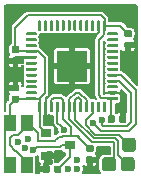
<source format=gbl>
G04 #@! TF.GenerationSoftware,KiCad,Pcbnew,5.1.4+dfsg1-1*
G04 #@! TF.CreationDate,2019-11-18T19:04:25+01:00*
G04 #@! TF.ProjectId,USB-LED-Otter,5553422d-4c45-4442-9d4f-747465722e6b,rev?*
G04 #@! TF.SameCoordinates,Original*
G04 #@! TF.FileFunction,Copper,L2,Bot*
G04 #@! TF.FilePolarity,Positive*
%FSLAX46Y46*%
G04 Gerber Fmt 4.6, Leading zero omitted, Abs format (unit mm)*
G04 Created by KiCad (PCBNEW 5.1.4+dfsg1-1) date 2019-11-18 19:04:25*
%MOMM*%
%LPD*%
G04 APERTURE LIST*
%ADD10C,0.100000*%
%ADD11C,0.250000*%
%ADD12C,2.600000*%
%ADD13C,1.200000*%
%ADD14R,1.050000X1.400000*%
%ADD15C,0.590000*%
%ADD16R,0.900000X0.800000*%
%ADD17C,0.600000*%
%ADD18C,0.800000*%
%ADD19C,0.200000*%
%ADD20C,0.157000*%
%ADD21C,0.250000*%
G04 APERTURE END LIST*
D10*
G36*
X53408626Y-58600301D02*
G01*
X53414693Y-58601201D01*
X53420643Y-58602691D01*
X53426418Y-58604758D01*
X53431962Y-58607380D01*
X53437223Y-58610533D01*
X53442150Y-58614187D01*
X53446694Y-58618306D01*
X53450813Y-58622850D01*
X53454467Y-58627777D01*
X53457620Y-58633038D01*
X53460242Y-58638582D01*
X53462309Y-58644357D01*
X53463799Y-58650307D01*
X53464699Y-58656374D01*
X53465000Y-58662500D01*
X53465000Y-59412500D01*
X53464699Y-59418626D01*
X53463799Y-59424693D01*
X53462309Y-59430643D01*
X53460242Y-59436418D01*
X53457620Y-59441962D01*
X53454467Y-59447223D01*
X53450813Y-59452150D01*
X53446694Y-59456694D01*
X53442150Y-59460813D01*
X53437223Y-59464467D01*
X53431962Y-59467620D01*
X53426418Y-59470242D01*
X53420643Y-59472309D01*
X53414693Y-59473799D01*
X53408626Y-59474699D01*
X53402500Y-59475000D01*
X53277500Y-59475000D01*
X53271374Y-59474699D01*
X53265307Y-59473799D01*
X53259357Y-59472309D01*
X53253582Y-59470242D01*
X53248038Y-59467620D01*
X53242777Y-59464467D01*
X53237850Y-59460813D01*
X53233306Y-59456694D01*
X53229187Y-59452150D01*
X53225533Y-59447223D01*
X53222380Y-59441962D01*
X53219758Y-59436418D01*
X53217691Y-59430643D01*
X53216201Y-59424693D01*
X53215301Y-59418626D01*
X53215000Y-59412500D01*
X53215000Y-58662500D01*
X53215301Y-58656374D01*
X53216201Y-58650307D01*
X53217691Y-58644357D01*
X53219758Y-58638582D01*
X53222380Y-58633038D01*
X53225533Y-58627777D01*
X53229187Y-58622850D01*
X53233306Y-58618306D01*
X53237850Y-58614187D01*
X53242777Y-58610533D01*
X53248038Y-58607380D01*
X53253582Y-58604758D01*
X53259357Y-58602691D01*
X53265307Y-58601201D01*
X53271374Y-58600301D01*
X53277500Y-58600000D01*
X53402500Y-58600000D01*
X53408626Y-58600301D01*
X53408626Y-58600301D01*
G37*
D11*
X53340000Y-59037500D03*
D10*
G36*
X53908626Y-58600301D02*
G01*
X53914693Y-58601201D01*
X53920643Y-58602691D01*
X53926418Y-58604758D01*
X53931962Y-58607380D01*
X53937223Y-58610533D01*
X53942150Y-58614187D01*
X53946694Y-58618306D01*
X53950813Y-58622850D01*
X53954467Y-58627777D01*
X53957620Y-58633038D01*
X53960242Y-58638582D01*
X53962309Y-58644357D01*
X53963799Y-58650307D01*
X53964699Y-58656374D01*
X53965000Y-58662500D01*
X53965000Y-59412500D01*
X53964699Y-59418626D01*
X53963799Y-59424693D01*
X53962309Y-59430643D01*
X53960242Y-59436418D01*
X53957620Y-59441962D01*
X53954467Y-59447223D01*
X53950813Y-59452150D01*
X53946694Y-59456694D01*
X53942150Y-59460813D01*
X53937223Y-59464467D01*
X53931962Y-59467620D01*
X53926418Y-59470242D01*
X53920643Y-59472309D01*
X53914693Y-59473799D01*
X53908626Y-59474699D01*
X53902500Y-59475000D01*
X53777500Y-59475000D01*
X53771374Y-59474699D01*
X53765307Y-59473799D01*
X53759357Y-59472309D01*
X53753582Y-59470242D01*
X53748038Y-59467620D01*
X53742777Y-59464467D01*
X53737850Y-59460813D01*
X53733306Y-59456694D01*
X53729187Y-59452150D01*
X53725533Y-59447223D01*
X53722380Y-59441962D01*
X53719758Y-59436418D01*
X53717691Y-59430643D01*
X53716201Y-59424693D01*
X53715301Y-59418626D01*
X53715000Y-59412500D01*
X53715000Y-58662500D01*
X53715301Y-58656374D01*
X53716201Y-58650307D01*
X53717691Y-58644357D01*
X53719758Y-58638582D01*
X53722380Y-58633038D01*
X53725533Y-58627777D01*
X53729187Y-58622850D01*
X53733306Y-58618306D01*
X53737850Y-58614187D01*
X53742777Y-58610533D01*
X53748038Y-58607380D01*
X53753582Y-58604758D01*
X53759357Y-58602691D01*
X53765307Y-58601201D01*
X53771374Y-58600301D01*
X53777500Y-58600000D01*
X53902500Y-58600000D01*
X53908626Y-58600301D01*
X53908626Y-58600301D01*
G37*
D11*
X53840000Y-59037500D03*
D10*
G36*
X54408626Y-58600301D02*
G01*
X54414693Y-58601201D01*
X54420643Y-58602691D01*
X54426418Y-58604758D01*
X54431962Y-58607380D01*
X54437223Y-58610533D01*
X54442150Y-58614187D01*
X54446694Y-58618306D01*
X54450813Y-58622850D01*
X54454467Y-58627777D01*
X54457620Y-58633038D01*
X54460242Y-58638582D01*
X54462309Y-58644357D01*
X54463799Y-58650307D01*
X54464699Y-58656374D01*
X54465000Y-58662500D01*
X54465000Y-59412500D01*
X54464699Y-59418626D01*
X54463799Y-59424693D01*
X54462309Y-59430643D01*
X54460242Y-59436418D01*
X54457620Y-59441962D01*
X54454467Y-59447223D01*
X54450813Y-59452150D01*
X54446694Y-59456694D01*
X54442150Y-59460813D01*
X54437223Y-59464467D01*
X54431962Y-59467620D01*
X54426418Y-59470242D01*
X54420643Y-59472309D01*
X54414693Y-59473799D01*
X54408626Y-59474699D01*
X54402500Y-59475000D01*
X54277500Y-59475000D01*
X54271374Y-59474699D01*
X54265307Y-59473799D01*
X54259357Y-59472309D01*
X54253582Y-59470242D01*
X54248038Y-59467620D01*
X54242777Y-59464467D01*
X54237850Y-59460813D01*
X54233306Y-59456694D01*
X54229187Y-59452150D01*
X54225533Y-59447223D01*
X54222380Y-59441962D01*
X54219758Y-59436418D01*
X54217691Y-59430643D01*
X54216201Y-59424693D01*
X54215301Y-59418626D01*
X54215000Y-59412500D01*
X54215000Y-58662500D01*
X54215301Y-58656374D01*
X54216201Y-58650307D01*
X54217691Y-58644357D01*
X54219758Y-58638582D01*
X54222380Y-58633038D01*
X54225533Y-58627777D01*
X54229187Y-58622850D01*
X54233306Y-58618306D01*
X54237850Y-58614187D01*
X54242777Y-58610533D01*
X54248038Y-58607380D01*
X54253582Y-58604758D01*
X54259357Y-58602691D01*
X54265307Y-58601201D01*
X54271374Y-58600301D01*
X54277500Y-58600000D01*
X54402500Y-58600000D01*
X54408626Y-58600301D01*
X54408626Y-58600301D01*
G37*
D11*
X54340000Y-59037500D03*
D10*
G36*
X54908626Y-58600301D02*
G01*
X54914693Y-58601201D01*
X54920643Y-58602691D01*
X54926418Y-58604758D01*
X54931962Y-58607380D01*
X54937223Y-58610533D01*
X54942150Y-58614187D01*
X54946694Y-58618306D01*
X54950813Y-58622850D01*
X54954467Y-58627777D01*
X54957620Y-58633038D01*
X54960242Y-58638582D01*
X54962309Y-58644357D01*
X54963799Y-58650307D01*
X54964699Y-58656374D01*
X54965000Y-58662500D01*
X54965000Y-59412500D01*
X54964699Y-59418626D01*
X54963799Y-59424693D01*
X54962309Y-59430643D01*
X54960242Y-59436418D01*
X54957620Y-59441962D01*
X54954467Y-59447223D01*
X54950813Y-59452150D01*
X54946694Y-59456694D01*
X54942150Y-59460813D01*
X54937223Y-59464467D01*
X54931962Y-59467620D01*
X54926418Y-59470242D01*
X54920643Y-59472309D01*
X54914693Y-59473799D01*
X54908626Y-59474699D01*
X54902500Y-59475000D01*
X54777500Y-59475000D01*
X54771374Y-59474699D01*
X54765307Y-59473799D01*
X54759357Y-59472309D01*
X54753582Y-59470242D01*
X54748038Y-59467620D01*
X54742777Y-59464467D01*
X54737850Y-59460813D01*
X54733306Y-59456694D01*
X54729187Y-59452150D01*
X54725533Y-59447223D01*
X54722380Y-59441962D01*
X54719758Y-59436418D01*
X54717691Y-59430643D01*
X54716201Y-59424693D01*
X54715301Y-59418626D01*
X54715000Y-59412500D01*
X54715000Y-58662500D01*
X54715301Y-58656374D01*
X54716201Y-58650307D01*
X54717691Y-58644357D01*
X54719758Y-58638582D01*
X54722380Y-58633038D01*
X54725533Y-58627777D01*
X54729187Y-58622850D01*
X54733306Y-58618306D01*
X54737850Y-58614187D01*
X54742777Y-58610533D01*
X54748038Y-58607380D01*
X54753582Y-58604758D01*
X54759357Y-58602691D01*
X54765307Y-58601201D01*
X54771374Y-58600301D01*
X54777500Y-58600000D01*
X54902500Y-58600000D01*
X54908626Y-58600301D01*
X54908626Y-58600301D01*
G37*
D11*
X54840000Y-59037500D03*
D10*
G36*
X55408626Y-58600301D02*
G01*
X55414693Y-58601201D01*
X55420643Y-58602691D01*
X55426418Y-58604758D01*
X55431962Y-58607380D01*
X55437223Y-58610533D01*
X55442150Y-58614187D01*
X55446694Y-58618306D01*
X55450813Y-58622850D01*
X55454467Y-58627777D01*
X55457620Y-58633038D01*
X55460242Y-58638582D01*
X55462309Y-58644357D01*
X55463799Y-58650307D01*
X55464699Y-58656374D01*
X55465000Y-58662500D01*
X55465000Y-59412500D01*
X55464699Y-59418626D01*
X55463799Y-59424693D01*
X55462309Y-59430643D01*
X55460242Y-59436418D01*
X55457620Y-59441962D01*
X55454467Y-59447223D01*
X55450813Y-59452150D01*
X55446694Y-59456694D01*
X55442150Y-59460813D01*
X55437223Y-59464467D01*
X55431962Y-59467620D01*
X55426418Y-59470242D01*
X55420643Y-59472309D01*
X55414693Y-59473799D01*
X55408626Y-59474699D01*
X55402500Y-59475000D01*
X55277500Y-59475000D01*
X55271374Y-59474699D01*
X55265307Y-59473799D01*
X55259357Y-59472309D01*
X55253582Y-59470242D01*
X55248038Y-59467620D01*
X55242777Y-59464467D01*
X55237850Y-59460813D01*
X55233306Y-59456694D01*
X55229187Y-59452150D01*
X55225533Y-59447223D01*
X55222380Y-59441962D01*
X55219758Y-59436418D01*
X55217691Y-59430643D01*
X55216201Y-59424693D01*
X55215301Y-59418626D01*
X55215000Y-59412500D01*
X55215000Y-58662500D01*
X55215301Y-58656374D01*
X55216201Y-58650307D01*
X55217691Y-58644357D01*
X55219758Y-58638582D01*
X55222380Y-58633038D01*
X55225533Y-58627777D01*
X55229187Y-58622850D01*
X55233306Y-58618306D01*
X55237850Y-58614187D01*
X55242777Y-58610533D01*
X55248038Y-58607380D01*
X55253582Y-58604758D01*
X55259357Y-58602691D01*
X55265307Y-58601201D01*
X55271374Y-58600301D01*
X55277500Y-58600000D01*
X55402500Y-58600000D01*
X55408626Y-58600301D01*
X55408626Y-58600301D01*
G37*
D11*
X55340000Y-59037500D03*
D10*
G36*
X55908626Y-58600301D02*
G01*
X55914693Y-58601201D01*
X55920643Y-58602691D01*
X55926418Y-58604758D01*
X55931962Y-58607380D01*
X55937223Y-58610533D01*
X55942150Y-58614187D01*
X55946694Y-58618306D01*
X55950813Y-58622850D01*
X55954467Y-58627777D01*
X55957620Y-58633038D01*
X55960242Y-58638582D01*
X55962309Y-58644357D01*
X55963799Y-58650307D01*
X55964699Y-58656374D01*
X55965000Y-58662500D01*
X55965000Y-59412500D01*
X55964699Y-59418626D01*
X55963799Y-59424693D01*
X55962309Y-59430643D01*
X55960242Y-59436418D01*
X55957620Y-59441962D01*
X55954467Y-59447223D01*
X55950813Y-59452150D01*
X55946694Y-59456694D01*
X55942150Y-59460813D01*
X55937223Y-59464467D01*
X55931962Y-59467620D01*
X55926418Y-59470242D01*
X55920643Y-59472309D01*
X55914693Y-59473799D01*
X55908626Y-59474699D01*
X55902500Y-59475000D01*
X55777500Y-59475000D01*
X55771374Y-59474699D01*
X55765307Y-59473799D01*
X55759357Y-59472309D01*
X55753582Y-59470242D01*
X55748038Y-59467620D01*
X55742777Y-59464467D01*
X55737850Y-59460813D01*
X55733306Y-59456694D01*
X55729187Y-59452150D01*
X55725533Y-59447223D01*
X55722380Y-59441962D01*
X55719758Y-59436418D01*
X55717691Y-59430643D01*
X55716201Y-59424693D01*
X55715301Y-59418626D01*
X55715000Y-59412500D01*
X55715000Y-58662500D01*
X55715301Y-58656374D01*
X55716201Y-58650307D01*
X55717691Y-58644357D01*
X55719758Y-58638582D01*
X55722380Y-58633038D01*
X55725533Y-58627777D01*
X55729187Y-58622850D01*
X55733306Y-58618306D01*
X55737850Y-58614187D01*
X55742777Y-58610533D01*
X55748038Y-58607380D01*
X55753582Y-58604758D01*
X55759357Y-58602691D01*
X55765307Y-58601201D01*
X55771374Y-58600301D01*
X55777500Y-58600000D01*
X55902500Y-58600000D01*
X55908626Y-58600301D01*
X55908626Y-58600301D01*
G37*
D11*
X55840000Y-59037500D03*
D10*
G36*
X56408626Y-58600301D02*
G01*
X56414693Y-58601201D01*
X56420643Y-58602691D01*
X56426418Y-58604758D01*
X56431962Y-58607380D01*
X56437223Y-58610533D01*
X56442150Y-58614187D01*
X56446694Y-58618306D01*
X56450813Y-58622850D01*
X56454467Y-58627777D01*
X56457620Y-58633038D01*
X56460242Y-58638582D01*
X56462309Y-58644357D01*
X56463799Y-58650307D01*
X56464699Y-58656374D01*
X56465000Y-58662500D01*
X56465000Y-59412500D01*
X56464699Y-59418626D01*
X56463799Y-59424693D01*
X56462309Y-59430643D01*
X56460242Y-59436418D01*
X56457620Y-59441962D01*
X56454467Y-59447223D01*
X56450813Y-59452150D01*
X56446694Y-59456694D01*
X56442150Y-59460813D01*
X56437223Y-59464467D01*
X56431962Y-59467620D01*
X56426418Y-59470242D01*
X56420643Y-59472309D01*
X56414693Y-59473799D01*
X56408626Y-59474699D01*
X56402500Y-59475000D01*
X56277500Y-59475000D01*
X56271374Y-59474699D01*
X56265307Y-59473799D01*
X56259357Y-59472309D01*
X56253582Y-59470242D01*
X56248038Y-59467620D01*
X56242777Y-59464467D01*
X56237850Y-59460813D01*
X56233306Y-59456694D01*
X56229187Y-59452150D01*
X56225533Y-59447223D01*
X56222380Y-59441962D01*
X56219758Y-59436418D01*
X56217691Y-59430643D01*
X56216201Y-59424693D01*
X56215301Y-59418626D01*
X56215000Y-59412500D01*
X56215000Y-58662500D01*
X56215301Y-58656374D01*
X56216201Y-58650307D01*
X56217691Y-58644357D01*
X56219758Y-58638582D01*
X56222380Y-58633038D01*
X56225533Y-58627777D01*
X56229187Y-58622850D01*
X56233306Y-58618306D01*
X56237850Y-58614187D01*
X56242777Y-58610533D01*
X56248038Y-58607380D01*
X56253582Y-58604758D01*
X56259357Y-58602691D01*
X56265307Y-58601201D01*
X56271374Y-58600301D01*
X56277500Y-58600000D01*
X56402500Y-58600000D01*
X56408626Y-58600301D01*
X56408626Y-58600301D01*
G37*
D11*
X56340000Y-59037500D03*
D10*
G36*
X56908626Y-58600301D02*
G01*
X56914693Y-58601201D01*
X56920643Y-58602691D01*
X56926418Y-58604758D01*
X56931962Y-58607380D01*
X56937223Y-58610533D01*
X56942150Y-58614187D01*
X56946694Y-58618306D01*
X56950813Y-58622850D01*
X56954467Y-58627777D01*
X56957620Y-58633038D01*
X56960242Y-58638582D01*
X56962309Y-58644357D01*
X56963799Y-58650307D01*
X56964699Y-58656374D01*
X56965000Y-58662500D01*
X56965000Y-59412500D01*
X56964699Y-59418626D01*
X56963799Y-59424693D01*
X56962309Y-59430643D01*
X56960242Y-59436418D01*
X56957620Y-59441962D01*
X56954467Y-59447223D01*
X56950813Y-59452150D01*
X56946694Y-59456694D01*
X56942150Y-59460813D01*
X56937223Y-59464467D01*
X56931962Y-59467620D01*
X56926418Y-59470242D01*
X56920643Y-59472309D01*
X56914693Y-59473799D01*
X56908626Y-59474699D01*
X56902500Y-59475000D01*
X56777500Y-59475000D01*
X56771374Y-59474699D01*
X56765307Y-59473799D01*
X56759357Y-59472309D01*
X56753582Y-59470242D01*
X56748038Y-59467620D01*
X56742777Y-59464467D01*
X56737850Y-59460813D01*
X56733306Y-59456694D01*
X56729187Y-59452150D01*
X56725533Y-59447223D01*
X56722380Y-59441962D01*
X56719758Y-59436418D01*
X56717691Y-59430643D01*
X56716201Y-59424693D01*
X56715301Y-59418626D01*
X56715000Y-59412500D01*
X56715000Y-58662500D01*
X56715301Y-58656374D01*
X56716201Y-58650307D01*
X56717691Y-58644357D01*
X56719758Y-58638582D01*
X56722380Y-58633038D01*
X56725533Y-58627777D01*
X56729187Y-58622850D01*
X56733306Y-58618306D01*
X56737850Y-58614187D01*
X56742777Y-58610533D01*
X56748038Y-58607380D01*
X56753582Y-58604758D01*
X56759357Y-58602691D01*
X56765307Y-58601201D01*
X56771374Y-58600301D01*
X56777500Y-58600000D01*
X56902500Y-58600000D01*
X56908626Y-58600301D01*
X56908626Y-58600301D01*
G37*
D11*
X56840000Y-59037500D03*
D10*
G36*
X57408626Y-58600301D02*
G01*
X57414693Y-58601201D01*
X57420643Y-58602691D01*
X57426418Y-58604758D01*
X57431962Y-58607380D01*
X57437223Y-58610533D01*
X57442150Y-58614187D01*
X57446694Y-58618306D01*
X57450813Y-58622850D01*
X57454467Y-58627777D01*
X57457620Y-58633038D01*
X57460242Y-58638582D01*
X57462309Y-58644357D01*
X57463799Y-58650307D01*
X57464699Y-58656374D01*
X57465000Y-58662500D01*
X57465000Y-59412500D01*
X57464699Y-59418626D01*
X57463799Y-59424693D01*
X57462309Y-59430643D01*
X57460242Y-59436418D01*
X57457620Y-59441962D01*
X57454467Y-59447223D01*
X57450813Y-59452150D01*
X57446694Y-59456694D01*
X57442150Y-59460813D01*
X57437223Y-59464467D01*
X57431962Y-59467620D01*
X57426418Y-59470242D01*
X57420643Y-59472309D01*
X57414693Y-59473799D01*
X57408626Y-59474699D01*
X57402500Y-59475000D01*
X57277500Y-59475000D01*
X57271374Y-59474699D01*
X57265307Y-59473799D01*
X57259357Y-59472309D01*
X57253582Y-59470242D01*
X57248038Y-59467620D01*
X57242777Y-59464467D01*
X57237850Y-59460813D01*
X57233306Y-59456694D01*
X57229187Y-59452150D01*
X57225533Y-59447223D01*
X57222380Y-59441962D01*
X57219758Y-59436418D01*
X57217691Y-59430643D01*
X57216201Y-59424693D01*
X57215301Y-59418626D01*
X57215000Y-59412500D01*
X57215000Y-58662500D01*
X57215301Y-58656374D01*
X57216201Y-58650307D01*
X57217691Y-58644357D01*
X57219758Y-58638582D01*
X57222380Y-58633038D01*
X57225533Y-58627777D01*
X57229187Y-58622850D01*
X57233306Y-58618306D01*
X57237850Y-58614187D01*
X57242777Y-58610533D01*
X57248038Y-58607380D01*
X57253582Y-58604758D01*
X57259357Y-58602691D01*
X57265307Y-58601201D01*
X57271374Y-58600301D01*
X57277500Y-58600000D01*
X57402500Y-58600000D01*
X57408626Y-58600301D01*
X57408626Y-58600301D01*
G37*
D11*
X57340000Y-59037500D03*
D10*
G36*
X57908626Y-58600301D02*
G01*
X57914693Y-58601201D01*
X57920643Y-58602691D01*
X57926418Y-58604758D01*
X57931962Y-58607380D01*
X57937223Y-58610533D01*
X57942150Y-58614187D01*
X57946694Y-58618306D01*
X57950813Y-58622850D01*
X57954467Y-58627777D01*
X57957620Y-58633038D01*
X57960242Y-58638582D01*
X57962309Y-58644357D01*
X57963799Y-58650307D01*
X57964699Y-58656374D01*
X57965000Y-58662500D01*
X57965000Y-59412500D01*
X57964699Y-59418626D01*
X57963799Y-59424693D01*
X57962309Y-59430643D01*
X57960242Y-59436418D01*
X57957620Y-59441962D01*
X57954467Y-59447223D01*
X57950813Y-59452150D01*
X57946694Y-59456694D01*
X57942150Y-59460813D01*
X57937223Y-59464467D01*
X57931962Y-59467620D01*
X57926418Y-59470242D01*
X57920643Y-59472309D01*
X57914693Y-59473799D01*
X57908626Y-59474699D01*
X57902500Y-59475000D01*
X57777500Y-59475000D01*
X57771374Y-59474699D01*
X57765307Y-59473799D01*
X57759357Y-59472309D01*
X57753582Y-59470242D01*
X57748038Y-59467620D01*
X57742777Y-59464467D01*
X57737850Y-59460813D01*
X57733306Y-59456694D01*
X57729187Y-59452150D01*
X57725533Y-59447223D01*
X57722380Y-59441962D01*
X57719758Y-59436418D01*
X57717691Y-59430643D01*
X57716201Y-59424693D01*
X57715301Y-59418626D01*
X57715000Y-59412500D01*
X57715000Y-58662500D01*
X57715301Y-58656374D01*
X57716201Y-58650307D01*
X57717691Y-58644357D01*
X57719758Y-58638582D01*
X57722380Y-58633038D01*
X57725533Y-58627777D01*
X57729187Y-58622850D01*
X57733306Y-58618306D01*
X57737850Y-58614187D01*
X57742777Y-58610533D01*
X57748038Y-58607380D01*
X57753582Y-58604758D01*
X57759357Y-58602691D01*
X57765307Y-58601201D01*
X57771374Y-58600301D01*
X57777500Y-58600000D01*
X57902500Y-58600000D01*
X57908626Y-58600301D01*
X57908626Y-58600301D01*
G37*
D11*
X57840000Y-59037500D03*
D10*
G36*
X58408626Y-58600301D02*
G01*
X58414693Y-58601201D01*
X58420643Y-58602691D01*
X58426418Y-58604758D01*
X58431962Y-58607380D01*
X58437223Y-58610533D01*
X58442150Y-58614187D01*
X58446694Y-58618306D01*
X58450813Y-58622850D01*
X58454467Y-58627777D01*
X58457620Y-58633038D01*
X58460242Y-58638582D01*
X58462309Y-58644357D01*
X58463799Y-58650307D01*
X58464699Y-58656374D01*
X58465000Y-58662500D01*
X58465000Y-59412500D01*
X58464699Y-59418626D01*
X58463799Y-59424693D01*
X58462309Y-59430643D01*
X58460242Y-59436418D01*
X58457620Y-59441962D01*
X58454467Y-59447223D01*
X58450813Y-59452150D01*
X58446694Y-59456694D01*
X58442150Y-59460813D01*
X58437223Y-59464467D01*
X58431962Y-59467620D01*
X58426418Y-59470242D01*
X58420643Y-59472309D01*
X58414693Y-59473799D01*
X58408626Y-59474699D01*
X58402500Y-59475000D01*
X58277500Y-59475000D01*
X58271374Y-59474699D01*
X58265307Y-59473799D01*
X58259357Y-59472309D01*
X58253582Y-59470242D01*
X58248038Y-59467620D01*
X58242777Y-59464467D01*
X58237850Y-59460813D01*
X58233306Y-59456694D01*
X58229187Y-59452150D01*
X58225533Y-59447223D01*
X58222380Y-59441962D01*
X58219758Y-59436418D01*
X58217691Y-59430643D01*
X58216201Y-59424693D01*
X58215301Y-59418626D01*
X58215000Y-59412500D01*
X58215000Y-58662500D01*
X58215301Y-58656374D01*
X58216201Y-58650307D01*
X58217691Y-58644357D01*
X58219758Y-58638582D01*
X58222380Y-58633038D01*
X58225533Y-58627777D01*
X58229187Y-58622850D01*
X58233306Y-58618306D01*
X58237850Y-58614187D01*
X58242777Y-58610533D01*
X58248038Y-58607380D01*
X58253582Y-58604758D01*
X58259357Y-58602691D01*
X58265307Y-58601201D01*
X58271374Y-58600301D01*
X58277500Y-58600000D01*
X58402500Y-58600000D01*
X58408626Y-58600301D01*
X58408626Y-58600301D01*
G37*
D11*
X58340000Y-59037500D03*
D10*
G36*
X58908626Y-58600301D02*
G01*
X58914693Y-58601201D01*
X58920643Y-58602691D01*
X58926418Y-58604758D01*
X58931962Y-58607380D01*
X58937223Y-58610533D01*
X58942150Y-58614187D01*
X58946694Y-58618306D01*
X58950813Y-58622850D01*
X58954467Y-58627777D01*
X58957620Y-58633038D01*
X58960242Y-58638582D01*
X58962309Y-58644357D01*
X58963799Y-58650307D01*
X58964699Y-58656374D01*
X58965000Y-58662500D01*
X58965000Y-59412500D01*
X58964699Y-59418626D01*
X58963799Y-59424693D01*
X58962309Y-59430643D01*
X58960242Y-59436418D01*
X58957620Y-59441962D01*
X58954467Y-59447223D01*
X58950813Y-59452150D01*
X58946694Y-59456694D01*
X58942150Y-59460813D01*
X58937223Y-59464467D01*
X58931962Y-59467620D01*
X58926418Y-59470242D01*
X58920643Y-59472309D01*
X58914693Y-59473799D01*
X58908626Y-59474699D01*
X58902500Y-59475000D01*
X58777500Y-59475000D01*
X58771374Y-59474699D01*
X58765307Y-59473799D01*
X58759357Y-59472309D01*
X58753582Y-59470242D01*
X58748038Y-59467620D01*
X58742777Y-59464467D01*
X58737850Y-59460813D01*
X58733306Y-59456694D01*
X58729187Y-59452150D01*
X58725533Y-59447223D01*
X58722380Y-59441962D01*
X58719758Y-59436418D01*
X58717691Y-59430643D01*
X58716201Y-59424693D01*
X58715301Y-59418626D01*
X58715000Y-59412500D01*
X58715000Y-58662500D01*
X58715301Y-58656374D01*
X58716201Y-58650307D01*
X58717691Y-58644357D01*
X58719758Y-58638582D01*
X58722380Y-58633038D01*
X58725533Y-58627777D01*
X58729187Y-58622850D01*
X58733306Y-58618306D01*
X58737850Y-58614187D01*
X58742777Y-58610533D01*
X58748038Y-58607380D01*
X58753582Y-58604758D01*
X58759357Y-58602691D01*
X58765307Y-58601201D01*
X58771374Y-58600301D01*
X58777500Y-58600000D01*
X58902500Y-58600000D01*
X58908626Y-58600301D01*
X58908626Y-58600301D01*
G37*
D11*
X58840000Y-59037500D03*
D10*
G36*
X59908626Y-58225301D02*
G01*
X59914693Y-58226201D01*
X59920643Y-58227691D01*
X59926418Y-58229758D01*
X59931962Y-58232380D01*
X59937223Y-58235533D01*
X59942150Y-58239187D01*
X59946694Y-58243306D01*
X59950813Y-58247850D01*
X59954467Y-58252777D01*
X59957620Y-58258038D01*
X59960242Y-58263582D01*
X59962309Y-58269357D01*
X59963799Y-58275307D01*
X59964699Y-58281374D01*
X59965000Y-58287500D01*
X59965000Y-58412500D01*
X59964699Y-58418626D01*
X59963799Y-58424693D01*
X59962309Y-58430643D01*
X59960242Y-58436418D01*
X59957620Y-58441962D01*
X59954467Y-58447223D01*
X59950813Y-58452150D01*
X59946694Y-58456694D01*
X59942150Y-58460813D01*
X59937223Y-58464467D01*
X59931962Y-58467620D01*
X59926418Y-58470242D01*
X59920643Y-58472309D01*
X59914693Y-58473799D01*
X59908626Y-58474699D01*
X59902500Y-58475000D01*
X59152500Y-58475000D01*
X59146374Y-58474699D01*
X59140307Y-58473799D01*
X59134357Y-58472309D01*
X59128582Y-58470242D01*
X59123038Y-58467620D01*
X59117777Y-58464467D01*
X59112850Y-58460813D01*
X59108306Y-58456694D01*
X59104187Y-58452150D01*
X59100533Y-58447223D01*
X59097380Y-58441962D01*
X59094758Y-58436418D01*
X59092691Y-58430643D01*
X59091201Y-58424693D01*
X59090301Y-58418626D01*
X59090000Y-58412500D01*
X59090000Y-58287500D01*
X59090301Y-58281374D01*
X59091201Y-58275307D01*
X59092691Y-58269357D01*
X59094758Y-58263582D01*
X59097380Y-58258038D01*
X59100533Y-58252777D01*
X59104187Y-58247850D01*
X59108306Y-58243306D01*
X59112850Y-58239187D01*
X59117777Y-58235533D01*
X59123038Y-58232380D01*
X59128582Y-58229758D01*
X59134357Y-58227691D01*
X59140307Y-58226201D01*
X59146374Y-58225301D01*
X59152500Y-58225000D01*
X59902500Y-58225000D01*
X59908626Y-58225301D01*
X59908626Y-58225301D01*
G37*
D11*
X59527500Y-58350000D03*
D10*
G36*
X59908626Y-57725301D02*
G01*
X59914693Y-57726201D01*
X59920643Y-57727691D01*
X59926418Y-57729758D01*
X59931962Y-57732380D01*
X59937223Y-57735533D01*
X59942150Y-57739187D01*
X59946694Y-57743306D01*
X59950813Y-57747850D01*
X59954467Y-57752777D01*
X59957620Y-57758038D01*
X59960242Y-57763582D01*
X59962309Y-57769357D01*
X59963799Y-57775307D01*
X59964699Y-57781374D01*
X59965000Y-57787500D01*
X59965000Y-57912500D01*
X59964699Y-57918626D01*
X59963799Y-57924693D01*
X59962309Y-57930643D01*
X59960242Y-57936418D01*
X59957620Y-57941962D01*
X59954467Y-57947223D01*
X59950813Y-57952150D01*
X59946694Y-57956694D01*
X59942150Y-57960813D01*
X59937223Y-57964467D01*
X59931962Y-57967620D01*
X59926418Y-57970242D01*
X59920643Y-57972309D01*
X59914693Y-57973799D01*
X59908626Y-57974699D01*
X59902500Y-57975000D01*
X59152500Y-57975000D01*
X59146374Y-57974699D01*
X59140307Y-57973799D01*
X59134357Y-57972309D01*
X59128582Y-57970242D01*
X59123038Y-57967620D01*
X59117777Y-57964467D01*
X59112850Y-57960813D01*
X59108306Y-57956694D01*
X59104187Y-57952150D01*
X59100533Y-57947223D01*
X59097380Y-57941962D01*
X59094758Y-57936418D01*
X59092691Y-57930643D01*
X59091201Y-57924693D01*
X59090301Y-57918626D01*
X59090000Y-57912500D01*
X59090000Y-57787500D01*
X59090301Y-57781374D01*
X59091201Y-57775307D01*
X59092691Y-57769357D01*
X59094758Y-57763582D01*
X59097380Y-57758038D01*
X59100533Y-57752777D01*
X59104187Y-57747850D01*
X59108306Y-57743306D01*
X59112850Y-57739187D01*
X59117777Y-57735533D01*
X59123038Y-57732380D01*
X59128582Y-57729758D01*
X59134357Y-57727691D01*
X59140307Y-57726201D01*
X59146374Y-57725301D01*
X59152500Y-57725000D01*
X59902500Y-57725000D01*
X59908626Y-57725301D01*
X59908626Y-57725301D01*
G37*
D11*
X59527500Y-57850000D03*
D10*
G36*
X59908626Y-57225301D02*
G01*
X59914693Y-57226201D01*
X59920643Y-57227691D01*
X59926418Y-57229758D01*
X59931962Y-57232380D01*
X59937223Y-57235533D01*
X59942150Y-57239187D01*
X59946694Y-57243306D01*
X59950813Y-57247850D01*
X59954467Y-57252777D01*
X59957620Y-57258038D01*
X59960242Y-57263582D01*
X59962309Y-57269357D01*
X59963799Y-57275307D01*
X59964699Y-57281374D01*
X59965000Y-57287500D01*
X59965000Y-57412500D01*
X59964699Y-57418626D01*
X59963799Y-57424693D01*
X59962309Y-57430643D01*
X59960242Y-57436418D01*
X59957620Y-57441962D01*
X59954467Y-57447223D01*
X59950813Y-57452150D01*
X59946694Y-57456694D01*
X59942150Y-57460813D01*
X59937223Y-57464467D01*
X59931962Y-57467620D01*
X59926418Y-57470242D01*
X59920643Y-57472309D01*
X59914693Y-57473799D01*
X59908626Y-57474699D01*
X59902500Y-57475000D01*
X59152500Y-57475000D01*
X59146374Y-57474699D01*
X59140307Y-57473799D01*
X59134357Y-57472309D01*
X59128582Y-57470242D01*
X59123038Y-57467620D01*
X59117777Y-57464467D01*
X59112850Y-57460813D01*
X59108306Y-57456694D01*
X59104187Y-57452150D01*
X59100533Y-57447223D01*
X59097380Y-57441962D01*
X59094758Y-57436418D01*
X59092691Y-57430643D01*
X59091201Y-57424693D01*
X59090301Y-57418626D01*
X59090000Y-57412500D01*
X59090000Y-57287500D01*
X59090301Y-57281374D01*
X59091201Y-57275307D01*
X59092691Y-57269357D01*
X59094758Y-57263582D01*
X59097380Y-57258038D01*
X59100533Y-57252777D01*
X59104187Y-57247850D01*
X59108306Y-57243306D01*
X59112850Y-57239187D01*
X59117777Y-57235533D01*
X59123038Y-57232380D01*
X59128582Y-57229758D01*
X59134357Y-57227691D01*
X59140307Y-57226201D01*
X59146374Y-57225301D01*
X59152500Y-57225000D01*
X59902500Y-57225000D01*
X59908626Y-57225301D01*
X59908626Y-57225301D01*
G37*
D11*
X59527500Y-57350000D03*
D10*
G36*
X59908626Y-56725301D02*
G01*
X59914693Y-56726201D01*
X59920643Y-56727691D01*
X59926418Y-56729758D01*
X59931962Y-56732380D01*
X59937223Y-56735533D01*
X59942150Y-56739187D01*
X59946694Y-56743306D01*
X59950813Y-56747850D01*
X59954467Y-56752777D01*
X59957620Y-56758038D01*
X59960242Y-56763582D01*
X59962309Y-56769357D01*
X59963799Y-56775307D01*
X59964699Y-56781374D01*
X59965000Y-56787500D01*
X59965000Y-56912500D01*
X59964699Y-56918626D01*
X59963799Y-56924693D01*
X59962309Y-56930643D01*
X59960242Y-56936418D01*
X59957620Y-56941962D01*
X59954467Y-56947223D01*
X59950813Y-56952150D01*
X59946694Y-56956694D01*
X59942150Y-56960813D01*
X59937223Y-56964467D01*
X59931962Y-56967620D01*
X59926418Y-56970242D01*
X59920643Y-56972309D01*
X59914693Y-56973799D01*
X59908626Y-56974699D01*
X59902500Y-56975000D01*
X59152500Y-56975000D01*
X59146374Y-56974699D01*
X59140307Y-56973799D01*
X59134357Y-56972309D01*
X59128582Y-56970242D01*
X59123038Y-56967620D01*
X59117777Y-56964467D01*
X59112850Y-56960813D01*
X59108306Y-56956694D01*
X59104187Y-56952150D01*
X59100533Y-56947223D01*
X59097380Y-56941962D01*
X59094758Y-56936418D01*
X59092691Y-56930643D01*
X59091201Y-56924693D01*
X59090301Y-56918626D01*
X59090000Y-56912500D01*
X59090000Y-56787500D01*
X59090301Y-56781374D01*
X59091201Y-56775307D01*
X59092691Y-56769357D01*
X59094758Y-56763582D01*
X59097380Y-56758038D01*
X59100533Y-56752777D01*
X59104187Y-56747850D01*
X59108306Y-56743306D01*
X59112850Y-56739187D01*
X59117777Y-56735533D01*
X59123038Y-56732380D01*
X59128582Y-56729758D01*
X59134357Y-56727691D01*
X59140307Y-56726201D01*
X59146374Y-56725301D01*
X59152500Y-56725000D01*
X59902500Y-56725000D01*
X59908626Y-56725301D01*
X59908626Y-56725301D01*
G37*
D11*
X59527500Y-56850000D03*
D10*
G36*
X59908626Y-56225301D02*
G01*
X59914693Y-56226201D01*
X59920643Y-56227691D01*
X59926418Y-56229758D01*
X59931962Y-56232380D01*
X59937223Y-56235533D01*
X59942150Y-56239187D01*
X59946694Y-56243306D01*
X59950813Y-56247850D01*
X59954467Y-56252777D01*
X59957620Y-56258038D01*
X59960242Y-56263582D01*
X59962309Y-56269357D01*
X59963799Y-56275307D01*
X59964699Y-56281374D01*
X59965000Y-56287500D01*
X59965000Y-56412500D01*
X59964699Y-56418626D01*
X59963799Y-56424693D01*
X59962309Y-56430643D01*
X59960242Y-56436418D01*
X59957620Y-56441962D01*
X59954467Y-56447223D01*
X59950813Y-56452150D01*
X59946694Y-56456694D01*
X59942150Y-56460813D01*
X59937223Y-56464467D01*
X59931962Y-56467620D01*
X59926418Y-56470242D01*
X59920643Y-56472309D01*
X59914693Y-56473799D01*
X59908626Y-56474699D01*
X59902500Y-56475000D01*
X59152500Y-56475000D01*
X59146374Y-56474699D01*
X59140307Y-56473799D01*
X59134357Y-56472309D01*
X59128582Y-56470242D01*
X59123038Y-56467620D01*
X59117777Y-56464467D01*
X59112850Y-56460813D01*
X59108306Y-56456694D01*
X59104187Y-56452150D01*
X59100533Y-56447223D01*
X59097380Y-56441962D01*
X59094758Y-56436418D01*
X59092691Y-56430643D01*
X59091201Y-56424693D01*
X59090301Y-56418626D01*
X59090000Y-56412500D01*
X59090000Y-56287500D01*
X59090301Y-56281374D01*
X59091201Y-56275307D01*
X59092691Y-56269357D01*
X59094758Y-56263582D01*
X59097380Y-56258038D01*
X59100533Y-56252777D01*
X59104187Y-56247850D01*
X59108306Y-56243306D01*
X59112850Y-56239187D01*
X59117777Y-56235533D01*
X59123038Y-56232380D01*
X59128582Y-56229758D01*
X59134357Y-56227691D01*
X59140307Y-56226201D01*
X59146374Y-56225301D01*
X59152500Y-56225000D01*
X59902500Y-56225000D01*
X59908626Y-56225301D01*
X59908626Y-56225301D01*
G37*
D11*
X59527500Y-56350000D03*
D10*
G36*
X59908626Y-55725301D02*
G01*
X59914693Y-55726201D01*
X59920643Y-55727691D01*
X59926418Y-55729758D01*
X59931962Y-55732380D01*
X59937223Y-55735533D01*
X59942150Y-55739187D01*
X59946694Y-55743306D01*
X59950813Y-55747850D01*
X59954467Y-55752777D01*
X59957620Y-55758038D01*
X59960242Y-55763582D01*
X59962309Y-55769357D01*
X59963799Y-55775307D01*
X59964699Y-55781374D01*
X59965000Y-55787500D01*
X59965000Y-55912500D01*
X59964699Y-55918626D01*
X59963799Y-55924693D01*
X59962309Y-55930643D01*
X59960242Y-55936418D01*
X59957620Y-55941962D01*
X59954467Y-55947223D01*
X59950813Y-55952150D01*
X59946694Y-55956694D01*
X59942150Y-55960813D01*
X59937223Y-55964467D01*
X59931962Y-55967620D01*
X59926418Y-55970242D01*
X59920643Y-55972309D01*
X59914693Y-55973799D01*
X59908626Y-55974699D01*
X59902500Y-55975000D01*
X59152500Y-55975000D01*
X59146374Y-55974699D01*
X59140307Y-55973799D01*
X59134357Y-55972309D01*
X59128582Y-55970242D01*
X59123038Y-55967620D01*
X59117777Y-55964467D01*
X59112850Y-55960813D01*
X59108306Y-55956694D01*
X59104187Y-55952150D01*
X59100533Y-55947223D01*
X59097380Y-55941962D01*
X59094758Y-55936418D01*
X59092691Y-55930643D01*
X59091201Y-55924693D01*
X59090301Y-55918626D01*
X59090000Y-55912500D01*
X59090000Y-55787500D01*
X59090301Y-55781374D01*
X59091201Y-55775307D01*
X59092691Y-55769357D01*
X59094758Y-55763582D01*
X59097380Y-55758038D01*
X59100533Y-55752777D01*
X59104187Y-55747850D01*
X59108306Y-55743306D01*
X59112850Y-55739187D01*
X59117777Y-55735533D01*
X59123038Y-55732380D01*
X59128582Y-55729758D01*
X59134357Y-55727691D01*
X59140307Y-55726201D01*
X59146374Y-55725301D01*
X59152500Y-55725000D01*
X59902500Y-55725000D01*
X59908626Y-55725301D01*
X59908626Y-55725301D01*
G37*
D11*
X59527500Y-55850000D03*
D10*
G36*
X59908626Y-55225301D02*
G01*
X59914693Y-55226201D01*
X59920643Y-55227691D01*
X59926418Y-55229758D01*
X59931962Y-55232380D01*
X59937223Y-55235533D01*
X59942150Y-55239187D01*
X59946694Y-55243306D01*
X59950813Y-55247850D01*
X59954467Y-55252777D01*
X59957620Y-55258038D01*
X59960242Y-55263582D01*
X59962309Y-55269357D01*
X59963799Y-55275307D01*
X59964699Y-55281374D01*
X59965000Y-55287500D01*
X59965000Y-55412500D01*
X59964699Y-55418626D01*
X59963799Y-55424693D01*
X59962309Y-55430643D01*
X59960242Y-55436418D01*
X59957620Y-55441962D01*
X59954467Y-55447223D01*
X59950813Y-55452150D01*
X59946694Y-55456694D01*
X59942150Y-55460813D01*
X59937223Y-55464467D01*
X59931962Y-55467620D01*
X59926418Y-55470242D01*
X59920643Y-55472309D01*
X59914693Y-55473799D01*
X59908626Y-55474699D01*
X59902500Y-55475000D01*
X59152500Y-55475000D01*
X59146374Y-55474699D01*
X59140307Y-55473799D01*
X59134357Y-55472309D01*
X59128582Y-55470242D01*
X59123038Y-55467620D01*
X59117777Y-55464467D01*
X59112850Y-55460813D01*
X59108306Y-55456694D01*
X59104187Y-55452150D01*
X59100533Y-55447223D01*
X59097380Y-55441962D01*
X59094758Y-55436418D01*
X59092691Y-55430643D01*
X59091201Y-55424693D01*
X59090301Y-55418626D01*
X59090000Y-55412500D01*
X59090000Y-55287500D01*
X59090301Y-55281374D01*
X59091201Y-55275307D01*
X59092691Y-55269357D01*
X59094758Y-55263582D01*
X59097380Y-55258038D01*
X59100533Y-55252777D01*
X59104187Y-55247850D01*
X59108306Y-55243306D01*
X59112850Y-55239187D01*
X59117777Y-55235533D01*
X59123038Y-55232380D01*
X59128582Y-55229758D01*
X59134357Y-55227691D01*
X59140307Y-55226201D01*
X59146374Y-55225301D01*
X59152500Y-55225000D01*
X59902500Y-55225000D01*
X59908626Y-55225301D01*
X59908626Y-55225301D01*
G37*
D11*
X59527500Y-55350000D03*
D10*
G36*
X59908626Y-54725301D02*
G01*
X59914693Y-54726201D01*
X59920643Y-54727691D01*
X59926418Y-54729758D01*
X59931962Y-54732380D01*
X59937223Y-54735533D01*
X59942150Y-54739187D01*
X59946694Y-54743306D01*
X59950813Y-54747850D01*
X59954467Y-54752777D01*
X59957620Y-54758038D01*
X59960242Y-54763582D01*
X59962309Y-54769357D01*
X59963799Y-54775307D01*
X59964699Y-54781374D01*
X59965000Y-54787500D01*
X59965000Y-54912500D01*
X59964699Y-54918626D01*
X59963799Y-54924693D01*
X59962309Y-54930643D01*
X59960242Y-54936418D01*
X59957620Y-54941962D01*
X59954467Y-54947223D01*
X59950813Y-54952150D01*
X59946694Y-54956694D01*
X59942150Y-54960813D01*
X59937223Y-54964467D01*
X59931962Y-54967620D01*
X59926418Y-54970242D01*
X59920643Y-54972309D01*
X59914693Y-54973799D01*
X59908626Y-54974699D01*
X59902500Y-54975000D01*
X59152500Y-54975000D01*
X59146374Y-54974699D01*
X59140307Y-54973799D01*
X59134357Y-54972309D01*
X59128582Y-54970242D01*
X59123038Y-54967620D01*
X59117777Y-54964467D01*
X59112850Y-54960813D01*
X59108306Y-54956694D01*
X59104187Y-54952150D01*
X59100533Y-54947223D01*
X59097380Y-54941962D01*
X59094758Y-54936418D01*
X59092691Y-54930643D01*
X59091201Y-54924693D01*
X59090301Y-54918626D01*
X59090000Y-54912500D01*
X59090000Y-54787500D01*
X59090301Y-54781374D01*
X59091201Y-54775307D01*
X59092691Y-54769357D01*
X59094758Y-54763582D01*
X59097380Y-54758038D01*
X59100533Y-54752777D01*
X59104187Y-54747850D01*
X59108306Y-54743306D01*
X59112850Y-54739187D01*
X59117777Y-54735533D01*
X59123038Y-54732380D01*
X59128582Y-54729758D01*
X59134357Y-54727691D01*
X59140307Y-54726201D01*
X59146374Y-54725301D01*
X59152500Y-54725000D01*
X59902500Y-54725000D01*
X59908626Y-54725301D01*
X59908626Y-54725301D01*
G37*
D11*
X59527500Y-54850000D03*
D10*
G36*
X59908626Y-54225301D02*
G01*
X59914693Y-54226201D01*
X59920643Y-54227691D01*
X59926418Y-54229758D01*
X59931962Y-54232380D01*
X59937223Y-54235533D01*
X59942150Y-54239187D01*
X59946694Y-54243306D01*
X59950813Y-54247850D01*
X59954467Y-54252777D01*
X59957620Y-54258038D01*
X59960242Y-54263582D01*
X59962309Y-54269357D01*
X59963799Y-54275307D01*
X59964699Y-54281374D01*
X59965000Y-54287500D01*
X59965000Y-54412500D01*
X59964699Y-54418626D01*
X59963799Y-54424693D01*
X59962309Y-54430643D01*
X59960242Y-54436418D01*
X59957620Y-54441962D01*
X59954467Y-54447223D01*
X59950813Y-54452150D01*
X59946694Y-54456694D01*
X59942150Y-54460813D01*
X59937223Y-54464467D01*
X59931962Y-54467620D01*
X59926418Y-54470242D01*
X59920643Y-54472309D01*
X59914693Y-54473799D01*
X59908626Y-54474699D01*
X59902500Y-54475000D01*
X59152500Y-54475000D01*
X59146374Y-54474699D01*
X59140307Y-54473799D01*
X59134357Y-54472309D01*
X59128582Y-54470242D01*
X59123038Y-54467620D01*
X59117777Y-54464467D01*
X59112850Y-54460813D01*
X59108306Y-54456694D01*
X59104187Y-54452150D01*
X59100533Y-54447223D01*
X59097380Y-54441962D01*
X59094758Y-54436418D01*
X59092691Y-54430643D01*
X59091201Y-54424693D01*
X59090301Y-54418626D01*
X59090000Y-54412500D01*
X59090000Y-54287500D01*
X59090301Y-54281374D01*
X59091201Y-54275307D01*
X59092691Y-54269357D01*
X59094758Y-54263582D01*
X59097380Y-54258038D01*
X59100533Y-54252777D01*
X59104187Y-54247850D01*
X59108306Y-54243306D01*
X59112850Y-54239187D01*
X59117777Y-54235533D01*
X59123038Y-54232380D01*
X59128582Y-54229758D01*
X59134357Y-54227691D01*
X59140307Y-54226201D01*
X59146374Y-54225301D01*
X59152500Y-54225000D01*
X59902500Y-54225000D01*
X59908626Y-54225301D01*
X59908626Y-54225301D01*
G37*
D11*
X59527500Y-54350000D03*
D10*
G36*
X59908626Y-53725301D02*
G01*
X59914693Y-53726201D01*
X59920643Y-53727691D01*
X59926418Y-53729758D01*
X59931962Y-53732380D01*
X59937223Y-53735533D01*
X59942150Y-53739187D01*
X59946694Y-53743306D01*
X59950813Y-53747850D01*
X59954467Y-53752777D01*
X59957620Y-53758038D01*
X59960242Y-53763582D01*
X59962309Y-53769357D01*
X59963799Y-53775307D01*
X59964699Y-53781374D01*
X59965000Y-53787500D01*
X59965000Y-53912500D01*
X59964699Y-53918626D01*
X59963799Y-53924693D01*
X59962309Y-53930643D01*
X59960242Y-53936418D01*
X59957620Y-53941962D01*
X59954467Y-53947223D01*
X59950813Y-53952150D01*
X59946694Y-53956694D01*
X59942150Y-53960813D01*
X59937223Y-53964467D01*
X59931962Y-53967620D01*
X59926418Y-53970242D01*
X59920643Y-53972309D01*
X59914693Y-53973799D01*
X59908626Y-53974699D01*
X59902500Y-53975000D01*
X59152500Y-53975000D01*
X59146374Y-53974699D01*
X59140307Y-53973799D01*
X59134357Y-53972309D01*
X59128582Y-53970242D01*
X59123038Y-53967620D01*
X59117777Y-53964467D01*
X59112850Y-53960813D01*
X59108306Y-53956694D01*
X59104187Y-53952150D01*
X59100533Y-53947223D01*
X59097380Y-53941962D01*
X59094758Y-53936418D01*
X59092691Y-53930643D01*
X59091201Y-53924693D01*
X59090301Y-53918626D01*
X59090000Y-53912500D01*
X59090000Y-53787500D01*
X59090301Y-53781374D01*
X59091201Y-53775307D01*
X59092691Y-53769357D01*
X59094758Y-53763582D01*
X59097380Y-53758038D01*
X59100533Y-53752777D01*
X59104187Y-53747850D01*
X59108306Y-53743306D01*
X59112850Y-53739187D01*
X59117777Y-53735533D01*
X59123038Y-53732380D01*
X59128582Y-53729758D01*
X59134357Y-53727691D01*
X59140307Y-53726201D01*
X59146374Y-53725301D01*
X59152500Y-53725000D01*
X59902500Y-53725000D01*
X59908626Y-53725301D01*
X59908626Y-53725301D01*
G37*
D11*
X59527500Y-53850000D03*
D10*
G36*
X59908626Y-53225301D02*
G01*
X59914693Y-53226201D01*
X59920643Y-53227691D01*
X59926418Y-53229758D01*
X59931962Y-53232380D01*
X59937223Y-53235533D01*
X59942150Y-53239187D01*
X59946694Y-53243306D01*
X59950813Y-53247850D01*
X59954467Y-53252777D01*
X59957620Y-53258038D01*
X59960242Y-53263582D01*
X59962309Y-53269357D01*
X59963799Y-53275307D01*
X59964699Y-53281374D01*
X59965000Y-53287500D01*
X59965000Y-53412500D01*
X59964699Y-53418626D01*
X59963799Y-53424693D01*
X59962309Y-53430643D01*
X59960242Y-53436418D01*
X59957620Y-53441962D01*
X59954467Y-53447223D01*
X59950813Y-53452150D01*
X59946694Y-53456694D01*
X59942150Y-53460813D01*
X59937223Y-53464467D01*
X59931962Y-53467620D01*
X59926418Y-53470242D01*
X59920643Y-53472309D01*
X59914693Y-53473799D01*
X59908626Y-53474699D01*
X59902500Y-53475000D01*
X59152500Y-53475000D01*
X59146374Y-53474699D01*
X59140307Y-53473799D01*
X59134357Y-53472309D01*
X59128582Y-53470242D01*
X59123038Y-53467620D01*
X59117777Y-53464467D01*
X59112850Y-53460813D01*
X59108306Y-53456694D01*
X59104187Y-53452150D01*
X59100533Y-53447223D01*
X59097380Y-53441962D01*
X59094758Y-53436418D01*
X59092691Y-53430643D01*
X59091201Y-53424693D01*
X59090301Y-53418626D01*
X59090000Y-53412500D01*
X59090000Y-53287500D01*
X59090301Y-53281374D01*
X59091201Y-53275307D01*
X59092691Y-53269357D01*
X59094758Y-53263582D01*
X59097380Y-53258038D01*
X59100533Y-53252777D01*
X59104187Y-53247850D01*
X59108306Y-53243306D01*
X59112850Y-53239187D01*
X59117777Y-53235533D01*
X59123038Y-53232380D01*
X59128582Y-53229758D01*
X59134357Y-53227691D01*
X59140307Y-53226201D01*
X59146374Y-53225301D01*
X59152500Y-53225000D01*
X59902500Y-53225000D01*
X59908626Y-53225301D01*
X59908626Y-53225301D01*
G37*
D11*
X59527500Y-53350000D03*
D10*
G36*
X59908626Y-52725301D02*
G01*
X59914693Y-52726201D01*
X59920643Y-52727691D01*
X59926418Y-52729758D01*
X59931962Y-52732380D01*
X59937223Y-52735533D01*
X59942150Y-52739187D01*
X59946694Y-52743306D01*
X59950813Y-52747850D01*
X59954467Y-52752777D01*
X59957620Y-52758038D01*
X59960242Y-52763582D01*
X59962309Y-52769357D01*
X59963799Y-52775307D01*
X59964699Y-52781374D01*
X59965000Y-52787500D01*
X59965000Y-52912500D01*
X59964699Y-52918626D01*
X59963799Y-52924693D01*
X59962309Y-52930643D01*
X59960242Y-52936418D01*
X59957620Y-52941962D01*
X59954467Y-52947223D01*
X59950813Y-52952150D01*
X59946694Y-52956694D01*
X59942150Y-52960813D01*
X59937223Y-52964467D01*
X59931962Y-52967620D01*
X59926418Y-52970242D01*
X59920643Y-52972309D01*
X59914693Y-52973799D01*
X59908626Y-52974699D01*
X59902500Y-52975000D01*
X59152500Y-52975000D01*
X59146374Y-52974699D01*
X59140307Y-52973799D01*
X59134357Y-52972309D01*
X59128582Y-52970242D01*
X59123038Y-52967620D01*
X59117777Y-52964467D01*
X59112850Y-52960813D01*
X59108306Y-52956694D01*
X59104187Y-52952150D01*
X59100533Y-52947223D01*
X59097380Y-52941962D01*
X59094758Y-52936418D01*
X59092691Y-52930643D01*
X59091201Y-52924693D01*
X59090301Y-52918626D01*
X59090000Y-52912500D01*
X59090000Y-52787500D01*
X59090301Y-52781374D01*
X59091201Y-52775307D01*
X59092691Y-52769357D01*
X59094758Y-52763582D01*
X59097380Y-52758038D01*
X59100533Y-52752777D01*
X59104187Y-52747850D01*
X59108306Y-52743306D01*
X59112850Y-52739187D01*
X59117777Y-52735533D01*
X59123038Y-52732380D01*
X59128582Y-52729758D01*
X59134357Y-52727691D01*
X59140307Y-52726201D01*
X59146374Y-52725301D01*
X59152500Y-52725000D01*
X59902500Y-52725000D01*
X59908626Y-52725301D01*
X59908626Y-52725301D01*
G37*
D11*
X59527500Y-52850000D03*
D10*
G36*
X58908626Y-51725301D02*
G01*
X58914693Y-51726201D01*
X58920643Y-51727691D01*
X58926418Y-51729758D01*
X58931962Y-51732380D01*
X58937223Y-51735533D01*
X58942150Y-51739187D01*
X58946694Y-51743306D01*
X58950813Y-51747850D01*
X58954467Y-51752777D01*
X58957620Y-51758038D01*
X58960242Y-51763582D01*
X58962309Y-51769357D01*
X58963799Y-51775307D01*
X58964699Y-51781374D01*
X58965000Y-51787500D01*
X58965000Y-52537500D01*
X58964699Y-52543626D01*
X58963799Y-52549693D01*
X58962309Y-52555643D01*
X58960242Y-52561418D01*
X58957620Y-52566962D01*
X58954467Y-52572223D01*
X58950813Y-52577150D01*
X58946694Y-52581694D01*
X58942150Y-52585813D01*
X58937223Y-52589467D01*
X58931962Y-52592620D01*
X58926418Y-52595242D01*
X58920643Y-52597309D01*
X58914693Y-52598799D01*
X58908626Y-52599699D01*
X58902500Y-52600000D01*
X58777500Y-52600000D01*
X58771374Y-52599699D01*
X58765307Y-52598799D01*
X58759357Y-52597309D01*
X58753582Y-52595242D01*
X58748038Y-52592620D01*
X58742777Y-52589467D01*
X58737850Y-52585813D01*
X58733306Y-52581694D01*
X58729187Y-52577150D01*
X58725533Y-52572223D01*
X58722380Y-52566962D01*
X58719758Y-52561418D01*
X58717691Y-52555643D01*
X58716201Y-52549693D01*
X58715301Y-52543626D01*
X58715000Y-52537500D01*
X58715000Y-51787500D01*
X58715301Y-51781374D01*
X58716201Y-51775307D01*
X58717691Y-51769357D01*
X58719758Y-51763582D01*
X58722380Y-51758038D01*
X58725533Y-51752777D01*
X58729187Y-51747850D01*
X58733306Y-51743306D01*
X58737850Y-51739187D01*
X58742777Y-51735533D01*
X58748038Y-51732380D01*
X58753582Y-51729758D01*
X58759357Y-51727691D01*
X58765307Y-51726201D01*
X58771374Y-51725301D01*
X58777500Y-51725000D01*
X58902500Y-51725000D01*
X58908626Y-51725301D01*
X58908626Y-51725301D01*
G37*
D11*
X58840000Y-52162500D03*
D10*
G36*
X58408626Y-51725301D02*
G01*
X58414693Y-51726201D01*
X58420643Y-51727691D01*
X58426418Y-51729758D01*
X58431962Y-51732380D01*
X58437223Y-51735533D01*
X58442150Y-51739187D01*
X58446694Y-51743306D01*
X58450813Y-51747850D01*
X58454467Y-51752777D01*
X58457620Y-51758038D01*
X58460242Y-51763582D01*
X58462309Y-51769357D01*
X58463799Y-51775307D01*
X58464699Y-51781374D01*
X58465000Y-51787500D01*
X58465000Y-52537500D01*
X58464699Y-52543626D01*
X58463799Y-52549693D01*
X58462309Y-52555643D01*
X58460242Y-52561418D01*
X58457620Y-52566962D01*
X58454467Y-52572223D01*
X58450813Y-52577150D01*
X58446694Y-52581694D01*
X58442150Y-52585813D01*
X58437223Y-52589467D01*
X58431962Y-52592620D01*
X58426418Y-52595242D01*
X58420643Y-52597309D01*
X58414693Y-52598799D01*
X58408626Y-52599699D01*
X58402500Y-52600000D01*
X58277500Y-52600000D01*
X58271374Y-52599699D01*
X58265307Y-52598799D01*
X58259357Y-52597309D01*
X58253582Y-52595242D01*
X58248038Y-52592620D01*
X58242777Y-52589467D01*
X58237850Y-52585813D01*
X58233306Y-52581694D01*
X58229187Y-52577150D01*
X58225533Y-52572223D01*
X58222380Y-52566962D01*
X58219758Y-52561418D01*
X58217691Y-52555643D01*
X58216201Y-52549693D01*
X58215301Y-52543626D01*
X58215000Y-52537500D01*
X58215000Y-51787500D01*
X58215301Y-51781374D01*
X58216201Y-51775307D01*
X58217691Y-51769357D01*
X58219758Y-51763582D01*
X58222380Y-51758038D01*
X58225533Y-51752777D01*
X58229187Y-51747850D01*
X58233306Y-51743306D01*
X58237850Y-51739187D01*
X58242777Y-51735533D01*
X58248038Y-51732380D01*
X58253582Y-51729758D01*
X58259357Y-51727691D01*
X58265307Y-51726201D01*
X58271374Y-51725301D01*
X58277500Y-51725000D01*
X58402500Y-51725000D01*
X58408626Y-51725301D01*
X58408626Y-51725301D01*
G37*
D11*
X58340000Y-52162500D03*
D10*
G36*
X57908626Y-51725301D02*
G01*
X57914693Y-51726201D01*
X57920643Y-51727691D01*
X57926418Y-51729758D01*
X57931962Y-51732380D01*
X57937223Y-51735533D01*
X57942150Y-51739187D01*
X57946694Y-51743306D01*
X57950813Y-51747850D01*
X57954467Y-51752777D01*
X57957620Y-51758038D01*
X57960242Y-51763582D01*
X57962309Y-51769357D01*
X57963799Y-51775307D01*
X57964699Y-51781374D01*
X57965000Y-51787500D01*
X57965000Y-52537500D01*
X57964699Y-52543626D01*
X57963799Y-52549693D01*
X57962309Y-52555643D01*
X57960242Y-52561418D01*
X57957620Y-52566962D01*
X57954467Y-52572223D01*
X57950813Y-52577150D01*
X57946694Y-52581694D01*
X57942150Y-52585813D01*
X57937223Y-52589467D01*
X57931962Y-52592620D01*
X57926418Y-52595242D01*
X57920643Y-52597309D01*
X57914693Y-52598799D01*
X57908626Y-52599699D01*
X57902500Y-52600000D01*
X57777500Y-52600000D01*
X57771374Y-52599699D01*
X57765307Y-52598799D01*
X57759357Y-52597309D01*
X57753582Y-52595242D01*
X57748038Y-52592620D01*
X57742777Y-52589467D01*
X57737850Y-52585813D01*
X57733306Y-52581694D01*
X57729187Y-52577150D01*
X57725533Y-52572223D01*
X57722380Y-52566962D01*
X57719758Y-52561418D01*
X57717691Y-52555643D01*
X57716201Y-52549693D01*
X57715301Y-52543626D01*
X57715000Y-52537500D01*
X57715000Y-51787500D01*
X57715301Y-51781374D01*
X57716201Y-51775307D01*
X57717691Y-51769357D01*
X57719758Y-51763582D01*
X57722380Y-51758038D01*
X57725533Y-51752777D01*
X57729187Y-51747850D01*
X57733306Y-51743306D01*
X57737850Y-51739187D01*
X57742777Y-51735533D01*
X57748038Y-51732380D01*
X57753582Y-51729758D01*
X57759357Y-51727691D01*
X57765307Y-51726201D01*
X57771374Y-51725301D01*
X57777500Y-51725000D01*
X57902500Y-51725000D01*
X57908626Y-51725301D01*
X57908626Y-51725301D01*
G37*
D11*
X57840000Y-52162500D03*
D10*
G36*
X57408626Y-51725301D02*
G01*
X57414693Y-51726201D01*
X57420643Y-51727691D01*
X57426418Y-51729758D01*
X57431962Y-51732380D01*
X57437223Y-51735533D01*
X57442150Y-51739187D01*
X57446694Y-51743306D01*
X57450813Y-51747850D01*
X57454467Y-51752777D01*
X57457620Y-51758038D01*
X57460242Y-51763582D01*
X57462309Y-51769357D01*
X57463799Y-51775307D01*
X57464699Y-51781374D01*
X57465000Y-51787500D01*
X57465000Y-52537500D01*
X57464699Y-52543626D01*
X57463799Y-52549693D01*
X57462309Y-52555643D01*
X57460242Y-52561418D01*
X57457620Y-52566962D01*
X57454467Y-52572223D01*
X57450813Y-52577150D01*
X57446694Y-52581694D01*
X57442150Y-52585813D01*
X57437223Y-52589467D01*
X57431962Y-52592620D01*
X57426418Y-52595242D01*
X57420643Y-52597309D01*
X57414693Y-52598799D01*
X57408626Y-52599699D01*
X57402500Y-52600000D01*
X57277500Y-52600000D01*
X57271374Y-52599699D01*
X57265307Y-52598799D01*
X57259357Y-52597309D01*
X57253582Y-52595242D01*
X57248038Y-52592620D01*
X57242777Y-52589467D01*
X57237850Y-52585813D01*
X57233306Y-52581694D01*
X57229187Y-52577150D01*
X57225533Y-52572223D01*
X57222380Y-52566962D01*
X57219758Y-52561418D01*
X57217691Y-52555643D01*
X57216201Y-52549693D01*
X57215301Y-52543626D01*
X57215000Y-52537500D01*
X57215000Y-51787500D01*
X57215301Y-51781374D01*
X57216201Y-51775307D01*
X57217691Y-51769357D01*
X57219758Y-51763582D01*
X57222380Y-51758038D01*
X57225533Y-51752777D01*
X57229187Y-51747850D01*
X57233306Y-51743306D01*
X57237850Y-51739187D01*
X57242777Y-51735533D01*
X57248038Y-51732380D01*
X57253582Y-51729758D01*
X57259357Y-51727691D01*
X57265307Y-51726201D01*
X57271374Y-51725301D01*
X57277500Y-51725000D01*
X57402500Y-51725000D01*
X57408626Y-51725301D01*
X57408626Y-51725301D01*
G37*
D11*
X57340000Y-52162500D03*
D10*
G36*
X56908626Y-51725301D02*
G01*
X56914693Y-51726201D01*
X56920643Y-51727691D01*
X56926418Y-51729758D01*
X56931962Y-51732380D01*
X56937223Y-51735533D01*
X56942150Y-51739187D01*
X56946694Y-51743306D01*
X56950813Y-51747850D01*
X56954467Y-51752777D01*
X56957620Y-51758038D01*
X56960242Y-51763582D01*
X56962309Y-51769357D01*
X56963799Y-51775307D01*
X56964699Y-51781374D01*
X56965000Y-51787500D01*
X56965000Y-52537500D01*
X56964699Y-52543626D01*
X56963799Y-52549693D01*
X56962309Y-52555643D01*
X56960242Y-52561418D01*
X56957620Y-52566962D01*
X56954467Y-52572223D01*
X56950813Y-52577150D01*
X56946694Y-52581694D01*
X56942150Y-52585813D01*
X56937223Y-52589467D01*
X56931962Y-52592620D01*
X56926418Y-52595242D01*
X56920643Y-52597309D01*
X56914693Y-52598799D01*
X56908626Y-52599699D01*
X56902500Y-52600000D01*
X56777500Y-52600000D01*
X56771374Y-52599699D01*
X56765307Y-52598799D01*
X56759357Y-52597309D01*
X56753582Y-52595242D01*
X56748038Y-52592620D01*
X56742777Y-52589467D01*
X56737850Y-52585813D01*
X56733306Y-52581694D01*
X56729187Y-52577150D01*
X56725533Y-52572223D01*
X56722380Y-52566962D01*
X56719758Y-52561418D01*
X56717691Y-52555643D01*
X56716201Y-52549693D01*
X56715301Y-52543626D01*
X56715000Y-52537500D01*
X56715000Y-51787500D01*
X56715301Y-51781374D01*
X56716201Y-51775307D01*
X56717691Y-51769357D01*
X56719758Y-51763582D01*
X56722380Y-51758038D01*
X56725533Y-51752777D01*
X56729187Y-51747850D01*
X56733306Y-51743306D01*
X56737850Y-51739187D01*
X56742777Y-51735533D01*
X56748038Y-51732380D01*
X56753582Y-51729758D01*
X56759357Y-51727691D01*
X56765307Y-51726201D01*
X56771374Y-51725301D01*
X56777500Y-51725000D01*
X56902500Y-51725000D01*
X56908626Y-51725301D01*
X56908626Y-51725301D01*
G37*
D11*
X56840000Y-52162500D03*
D10*
G36*
X56408626Y-51725301D02*
G01*
X56414693Y-51726201D01*
X56420643Y-51727691D01*
X56426418Y-51729758D01*
X56431962Y-51732380D01*
X56437223Y-51735533D01*
X56442150Y-51739187D01*
X56446694Y-51743306D01*
X56450813Y-51747850D01*
X56454467Y-51752777D01*
X56457620Y-51758038D01*
X56460242Y-51763582D01*
X56462309Y-51769357D01*
X56463799Y-51775307D01*
X56464699Y-51781374D01*
X56465000Y-51787500D01*
X56465000Y-52537500D01*
X56464699Y-52543626D01*
X56463799Y-52549693D01*
X56462309Y-52555643D01*
X56460242Y-52561418D01*
X56457620Y-52566962D01*
X56454467Y-52572223D01*
X56450813Y-52577150D01*
X56446694Y-52581694D01*
X56442150Y-52585813D01*
X56437223Y-52589467D01*
X56431962Y-52592620D01*
X56426418Y-52595242D01*
X56420643Y-52597309D01*
X56414693Y-52598799D01*
X56408626Y-52599699D01*
X56402500Y-52600000D01*
X56277500Y-52600000D01*
X56271374Y-52599699D01*
X56265307Y-52598799D01*
X56259357Y-52597309D01*
X56253582Y-52595242D01*
X56248038Y-52592620D01*
X56242777Y-52589467D01*
X56237850Y-52585813D01*
X56233306Y-52581694D01*
X56229187Y-52577150D01*
X56225533Y-52572223D01*
X56222380Y-52566962D01*
X56219758Y-52561418D01*
X56217691Y-52555643D01*
X56216201Y-52549693D01*
X56215301Y-52543626D01*
X56215000Y-52537500D01*
X56215000Y-51787500D01*
X56215301Y-51781374D01*
X56216201Y-51775307D01*
X56217691Y-51769357D01*
X56219758Y-51763582D01*
X56222380Y-51758038D01*
X56225533Y-51752777D01*
X56229187Y-51747850D01*
X56233306Y-51743306D01*
X56237850Y-51739187D01*
X56242777Y-51735533D01*
X56248038Y-51732380D01*
X56253582Y-51729758D01*
X56259357Y-51727691D01*
X56265307Y-51726201D01*
X56271374Y-51725301D01*
X56277500Y-51725000D01*
X56402500Y-51725000D01*
X56408626Y-51725301D01*
X56408626Y-51725301D01*
G37*
D11*
X56340000Y-52162500D03*
D10*
G36*
X55908626Y-51725301D02*
G01*
X55914693Y-51726201D01*
X55920643Y-51727691D01*
X55926418Y-51729758D01*
X55931962Y-51732380D01*
X55937223Y-51735533D01*
X55942150Y-51739187D01*
X55946694Y-51743306D01*
X55950813Y-51747850D01*
X55954467Y-51752777D01*
X55957620Y-51758038D01*
X55960242Y-51763582D01*
X55962309Y-51769357D01*
X55963799Y-51775307D01*
X55964699Y-51781374D01*
X55965000Y-51787500D01*
X55965000Y-52537500D01*
X55964699Y-52543626D01*
X55963799Y-52549693D01*
X55962309Y-52555643D01*
X55960242Y-52561418D01*
X55957620Y-52566962D01*
X55954467Y-52572223D01*
X55950813Y-52577150D01*
X55946694Y-52581694D01*
X55942150Y-52585813D01*
X55937223Y-52589467D01*
X55931962Y-52592620D01*
X55926418Y-52595242D01*
X55920643Y-52597309D01*
X55914693Y-52598799D01*
X55908626Y-52599699D01*
X55902500Y-52600000D01*
X55777500Y-52600000D01*
X55771374Y-52599699D01*
X55765307Y-52598799D01*
X55759357Y-52597309D01*
X55753582Y-52595242D01*
X55748038Y-52592620D01*
X55742777Y-52589467D01*
X55737850Y-52585813D01*
X55733306Y-52581694D01*
X55729187Y-52577150D01*
X55725533Y-52572223D01*
X55722380Y-52566962D01*
X55719758Y-52561418D01*
X55717691Y-52555643D01*
X55716201Y-52549693D01*
X55715301Y-52543626D01*
X55715000Y-52537500D01*
X55715000Y-51787500D01*
X55715301Y-51781374D01*
X55716201Y-51775307D01*
X55717691Y-51769357D01*
X55719758Y-51763582D01*
X55722380Y-51758038D01*
X55725533Y-51752777D01*
X55729187Y-51747850D01*
X55733306Y-51743306D01*
X55737850Y-51739187D01*
X55742777Y-51735533D01*
X55748038Y-51732380D01*
X55753582Y-51729758D01*
X55759357Y-51727691D01*
X55765307Y-51726201D01*
X55771374Y-51725301D01*
X55777500Y-51725000D01*
X55902500Y-51725000D01*
X55908626Y-51725301D01*
X55908626Y-51725301D01*
G37*
D11*
X55840000Y-52162500D03*
D10*
G36*
X55408626Y-51725301D02*
G01*
X55414693Y-51726201D01*
X55420643Y-51727691D01*
X55426418Y-51729758D01*
X55431962Y-51732380D01*
X55437223Y-51735533D01*
X55442150Y-51739187D01*
X55446694Y-51743306D01*
X55450813Y-51747850D01*
X55454467Y-51752777D01*
X55457620Y-51758038D01*
X55460242Y-51763582D01*
X55462309Y-51769357D01*
X55463799Y-51775307D01*
X55464699Y-51781374D01*
X55465000Y-51787500D01*
X55465000Y-52537500D01*
X55464699Y-52543626D01*
X55463799Y-52549693D01*
X55462309Y-52555643D01*
X55460242Y-52561418D01*
X55457620Y-52566962D01*
X55454467Y-52572223D01*
X55450813Y-52577150D01*
X55446694Y-52581694D01*
X55442150Y-52585813D01*
X55437223Y-52589467D01*
X55431962Y-52592620D01*
X55426418Y-52595242D01*
X55420643Y-52597309D01*
X55414693Y-52598799D01*
X55408626Y-52599699D01*
X55402500Y-52600000D01*
X55277500Y-52600000D01*
X55271374Y-52599699D01*
X55265307Y-52598799D01*
X55259357Y-52597309D01*
X55253582Y-52595242D01*
X55248038Y-52592620D01*
X55242777Y-52589467D01*
X55237850Y-52585813D01*
X55233306Y-52581694D01*
X55229187Y-52577150D01*
X55225533Y-52572223D01*
X55222380Y-52566962D01*
X55219758Y-52561418D01*
X55217691Y-52555643D01*
X55216201Y-52549693D01*
X55215301Y-52543626D01*
X55215000Y-52537500D01*
X55215000Y-51787500D01*
X55215301Y-51781374D01*
X55216201Y-51775307D01*
X55217691Y-51769357D01*
X55219758Y-51763582D01*
X55222380Y-51758038D01*
X55225533Y-51752777D01*
X55229187Y-51747850D01*
X55233306Y-51743306D01*
X55237850Y-51739187D01*
X55242777Y-51735533D01*
X55248038Y-51732380D01*
X55253582Y-51729758D01*
X55259357Y-51727691D01*
X55265307Y-51726201D01*
X55271374Y-51725301D01*
X55277500Y-51725000D01*
X55402500Y-51725000D01*
X55408626Y-51725301D01*
X55408626Y-51725301D01*
G37*
D11*
X55340000Y-52162500D03*
D10*
G36*
X54908626Y-51725301D02*
G01*
X54914693Y-51726201D01*
X54920643Y-51727691D01*
X54926418Y-51729758D01*
X54931962Y-51732380D01*
X54937223Y-51735533D01*
X54942150Y-51739187D01*
X54946694Y-51743306D01*
X54950813Y-51747850D01*
X54954467Y-51752777D01*
X54957620Y-51758038D01*
X54960242Y-51763582D01*
X54962309Y-51769357D01*
X54963799Y-51775307D01*
X54964699Y-51781374D01*
X54965000Y-51787500D01*
X54965000Y-52537500D01*
X54964699Y-52543626D01*
X54963799Y-52549693D01*
X54962309Y-52555643D01*
X54960242Y-52561418D01*
X54957620Y-52566962D01*
X54954467Y-52572223D01*
X54950813Y-52577150D01*
X54946694Y-52581694D01*
X54942150Y-52585813D01*
X54937223Y-52589467D01*
X54931962Y-52592620D01*
X54926418Y-52595242D01*
X54920643Y-52597309D01*
X54914693Y-52598799D01*
X54908626Y-52599699D01*
X54902500Y-52600000D01*
X54777500Y-52600000D01*
X54771374Y-52599699D01*
X54765307Y-52598799D01*
X54759357Y-52597309D01*
X54753582Y-52595242D01*
X54748038Y-52592620D01*
X54742777Y-52589467D01*
X54737850Y-52585813D01*
X54733306Y-52581694D01*
X54729187Y-52577150D01*
X54725533Y-52572223D01*
X54722380Y-52566962D01*
X54719758Y-52561418D01*
X54717691Y-52555643D01*
X54716201Y-52549693D01*
X54715301Y-52543626D01*
X54715000Y-52537500D01*
X54715000Y-51787500D01*
X54715301Y-51781374D01*
X54716201Y-51775307D01*
X54717691Y-51769357D01*
X54719758Y-51763582D01*
X54722380Y-51758038D01*
X54725533Y-51752777D01*
X54729187Y-51747850D01*
X54733306Y-51743306D01*
X54737850Y-51739187D01*
X54742777Y-51735533D01*
X54748038Y-51732380D01*
X54753582Y-51729758D01*
X54759357Y-51727691D01*
X54765307Y-51726201D01*
X54771374Y-51725301D01*
X54777500Y-51725000D01*
X54902500Y-51725000D01*
X54908626Y-51725301D01*
X54908626Y-51725301D01*
G37*
D11*
X54840000Y-52162500D03*
D10*
G36*
X54408626Y-51725301D02*
G01*
X54414693Y-51726201D01*
X54420643Y-51727691D01*
X54426418Y-51729758D01*
X54431962Y-51732380D01*
X54437223Y-51735533D01*
X54442150Y-51739187D01*
X54446694Y-51743306D01*
X54450813Y-51747850D01*
X54454467Y-51752777D01*
X54457620Y-51758038D01*
X54460242Y-51763582D01*
X54462309Y-51769357D01*
X54463799Y-51775307D01*
X54464699Y-51781374D01*
X54465000Y-51787500D01*
X54465000Y-52537500D01*
X54464699Y-52543626D01*
X54463799Y-52549693D01*
X54462309Y-52555643D01*
X54460242Y-52561418D01*
X54457620Y-52566962D01*
X54454467Y-52572223D01*
X54450813Y-52577150D01*
X54446694Y-52581694D01*
X54442150Y-52585813D01*
X54437223Y-52589467D01*
X54431962Y-52592620D01*
X54426418Y-52595242D01*
X54420643Y-52597309D01*
X54414693Y-52598799D01*
X54408626Y-52599699D01*
X54402500Y-52600000D01*
X54277500Y-52600000D01*
X54271374Y-52599699D01*
X54265307Y-52598799D01*
X54259357Y-52597309D01*
X54253582Y-52595242D01*
X54248038Y-52592620D01*
X54242777Y-52589467D01*
X54237850Y-52585813D01*
X54233306Y-52581694D01*
X54229187Y-52577150D01*
X54225533Y-52572223D01*
X54222380Y-52566962D01*
X54219758Y-52561418D01*
X54217691Y-52555643D01*
X54216201Y-52549693D01*
X54215301Y-52543626D01*
X54215000Y-52537500D01*
X54215000Y-51787500D01*
X54215301Y-51781374D01*
X54216201Y-51775307D01*
X54217691Y-51769357D01*
X54219758Y-51763582D01*
X54222380Y-51758038D01*
X54225533Y-51752777D01*
X54229187Y-51747850D01*
X54233306Y-51743306D01*
X54237850Y-51739187D01*
X54242777Y-51735533D01*
X54248038Y-51732380D01*
X54253582Y-51729758D01*
X54259357Y-51727691D01*
X54265307Y-51726201D01*
X54271374Y-51725301D01*
X54277500Y-51725000D01*
X54402500Y-51725000D01*
X54408626Y-51725301D01*
X54408626Y-51725301D01*
G37*
D11*
X54340000Y-52162500D03*
D10*
G36*
X53908626Y-51725301D02*
G01*
X53914693Y-51726201D01*
X53920643Y-51727691D01*
X53926418Y-51729758D01*
X53931962Y-51732380D01*
X53937223Y-51735533D01*
X53942150Y-51739187D01*
X53946694Y-51743306D01*
X53950813Y-51747850D01*
X53954467Y-51752777D01*
X53957620Y-51758038D01*
X53960242Y-51763582D01*
X53962309Y-51769357D01*
X53963799Y-51775307D01*
X53964699Y-51781374D01*
X53965000Y-51787500D01*
X53965000Y-52537500D01*
X53964699Y-52543626D01*
X53963799Y-52549693D01*
X53962309Y-52555643D01*
X53960242Y-52561418D01*
X53957620Y-52566962D01*
X53954467Y-52572223D01*
X53950813Y-52577150D01*
X53946694Y-52581694D01*
X53942150Y-52585813D01*
X53937223Y-52589467D01*
X53931962Y-52592620D01*
X53926418Y-52595242D01*
X53920643Y-52597309D01*
X53914693Y-52598799D01*
X53908626Y-52599699D01*
X53902500Y-52600000D01*
X53777500Y-52600000D01*
X53771374Y-52599699D01*
X53765307Y-52598799D01*
X53759357Y-52597309D01*
X53753582Y-52595242D01*
X53748038Y-52592620D01*
X53742777Y-52589467D01*
X53737850Y-52585813D01*
X53733306Y-52581694D01*
X53729187Y-52577150D01*
X53725533Y-52572223D01*
X53722380Y-52566962D01*
X53719758Y-52561418D01*
X53717691Y-52555643D01*
X53716201Y-52549693D01*
X53715301Y-52543626D01*
X53715000Y-52537500D01*
X53715000Y-51787500D01*
X53715301Y-51781374D01*
X53716201Y-51775307D01*
X53717691Y-51769357D01*
X53719758Y-51763582D01*
X53722380Y-51758038D01*
X53725533Y-51752777D01*
X53729187Y-51747850D01*
X53733306Y-51743306D01*
X53737850Y-51739187D01*
X53742777Y-51735533D01*
X53748038Y-51732380D01*
X53753582Y-51729758D01*
X53759357Y-51727691D01*
X53765307Y-51726201D01*
X53771374Y-51725301D01*
X53777500Y-51725000D01*
X53902500Y-51725000D01*
X53908626Y-51725301D01*
X53908626Y-51725301D01*
G37*
D11*
X53840000Y-52162500D03*
D10*
G36*
X53408626Y-51725301D02*
G01*
X53414693Y-51726201D01*
X53420643Y-51727691D01*
X53426418Y-51729758D01*
X53431962Y-51732380D01*
X53437223Y-51735533D01*
X53442150Y-51739187D01*
X53446694Y-51743306D01*
X53450813Y-51747850D01*
X53454467Y-51752777D01*
X53457620Y-51758038D01*
X53460242Y-51763582D01*
X53462309Y-51769357D01*
X53463799Y-51775307D01*
X53464699Y-51781374D01*
X53465000Y-51787500D01*
X53465000Y-52537500D01*
X53464699Y-52543626D01*
X53463799Y-52549693D01*
X53462309Y-52555643D01*
X53460242Y-52561418D01*
X53457620Y-52566962D01*
X53454467Y-52572223D01*
X53450813Y-52577150D01*
X53446694Y-52581694D01*
X53442150Y-52585813D01*
X53437223Y-52589467D01*
X53431962Y-52592620D01*
X53426418Y-52595242D01*
X53420643Y-52597309D01*
X53414693Y-52598799D01*
X53408626Y-52599699D01*
X53402500Y-52600000D01*
X53277500Y-52600000D01*
X53271374Y-52599699D01*
X53265307Y-52598799D01*
X53259357Y-52597309D01*
X53253582Y-52595242D01*
X53248038Y-52592620D01*
X53242777Y-52589467D01*
X53237850Y-52585813D01*
X53233306Y-52581694D01*
X53229187Y-52577150D01*
X53225533Y-52572223D01*
X53222380Y-52566962D01*
X53219758Y-52561418D01*
X53217691Y-52555643D01*
X53216201Y-52549693D01*
X53215301Y-52543626D01*
X53215000Y-52537500D01*
X53215000Y-51787500D01*
X53215301Y-51781374D01*
X53216201Y-51775307D01*
X53217691Y-51769357D01*
X53219758Y-51763582D01*
X53222380Y-51758038D01*
X53225533Y-51752777D01*
X53229187Y-51747850D01*
X53233306Y-51743306D01*
X53237850Y-51739187D01*
X53242777Y-51735533D01*
X53248038Y-51732380D01*
X53253582Y-51729758D01*
X53259357Y-51727691D01*
X53265307Y-51726201D01*
X53271374Y-51725301D01*
X53277500Y-51725000D01*
X53402500Y-51725000D01*
X53408626Y-51725301D01*
X53408626Y-51725301D01*
G37*
D11*
X53340000Y-52162500D03*
D10*
G36*
X53033626Y-52725301D02*
G01*
X53039693Y-52726201D01*
X53045643Y-52727691D01*
X53051418Y-52729758D01*
X53056962Y-52732380D01*
X53062223Y-52735533D01*
X53067150Y-52739187D01*
X53071694Y-52743306D01*
X53075813Y-52747850D01*
X53079467Y-52752777D01*
X53082620Y-52758038D01*
X53085242Y-52763582D01*
X53087309Y-52769357D01*
X53088799Y-52775307D01*
X53089699Y-52781374D01*
X53090000Y-52787500D01*
X53090000Y-52912500D01*
X53089699Y-52918626D01*
X53088799Y-52924693D01*
X53087309Y-52930643D01*
X53085242Y-52936418D01*
X53082620Y-52941962D01*
X53079467Y-52947223D01*
X53075813Y-52952150D01*
X53071694Y-52956694D01*
X53067150Y-52960813D01*
X53062223Y-52964467D01*
X53056962Y-52967620D01*
X53051418Y-52970242D01*
X53045643Y-52972309D01*
X53039693Y-52973799D01*
X53033626Y-52974699D01*
X53027500Y-52975000D01*
X52277500Y-52975000D01*
X52271374Y-52974699D01*
X52265307Y-52973799D01*
X52259357Y-52972309D01*
X52253582Y-52970242D01*
X52248038Y-52967620D01*
X52242777Y-52964467D01*
X52237850Y-52960813D01*
X52233306Y-52956694D01*
X52229187Y-52952150D01*
X52225533Y-52947223D01*
X52222380Y-52941962D01*
X52219758Y-52936418D01*
X52217691Y-52930643D01*
X52216201Y-52924693D01*
X52215301Y-52918626D01*
X52215000Y-52912500D01*
X52215000Y-52787500D01*
X52215301Y-52781374D01*
X52216201Y-52775307D01*
X52217691Y-52769357D01*
X52219758Y-52763582D01*
X52222380Y-52758038D01*
X52225533Y-52752777D01*
X52229187Y-52747850D01*
X52233306Y-52743306D01*
X52237850Y-52739187D01*
X52242777Y-52735533D01*
X52248038Y-52732380D01*
X52253582Y-52729758D01*
X52259357Y-52727691D01*
X52265307Y-52726201D01*
X52271374Y-52725301D01*
X52277500Y-52725000D01*
X53027500Y-52725000D01*
X53033626Y-52725301D01*
X53033626Y-52725301D01*
G37*
D11*
X52652500Y-52850000D03*
D10*
G36*
X53033626Y-53225301D02*
G01*
X53039693Y-53226201D01*
X53045643Y-53227691D01*
X53051418Y-53229758D01*
X53056962Y-53232380D01*
X53062223Y-53235533D01*
X53067150Y-53239187D01*
X53071694Y-53243306D01*
X53075813Y-53247850D01*
X53079467Y-53252777D01*
X53082620Y-53258038D01*
X53085242Y-53263582D01*
X53087309Y-53269357D01*
X53088799Y-53275307D01*
X53089699Y-53281374D01*
X53090000Y-53287500D01*
X53090000Y-53412500D01*
X53089699Y-53418626D01*
X53088799Y-53424693D01*
X53087309Y-53430643D01*
X53085242Y-53436418D01*
X53082620Y-53441962D01*
X53079467Y-53447223D01*
X53075813Y-53452150D01*
X53071694Y-53456694D01*
X53067150Y-53460813D01*
X53062223Y-53464467D01*
X53056962Y-53467620D01*
X53051418Y-53470242D01*
X53045643Y-53472309D01*
X53039693Y-53473799D01*
X53033626Y-53474699D01*
X53027500Y-53475000D01*
X52277500Y-53475000D01*
X52271374Y-53474699D01*
X52265307Y-53473799D01*
X52259357Y-53472309D01*
X52253582Y-53470242D01*
X52248038Y-53467620D01*
X52242777Y-53464467D01*
X52237850Y-53460813D01*
X52233306Y-53456694D01*
X52229187Y-53452150D01*
X52225533Y-53447223D01*
X52222380Y-53441962D01*
X52219758Y-53436418D01*
X52217691Y-53430643D01*
X52216201Y-53424693D01*
X52215301Y-53418626D01*
X52215000Y-53412500D01*
X52215000Y-53287500D01*
X52215301Y-53281374D01*
X52216201Y-53275307D01*
X52217691Y-53269357D01*
X52219758Y-53263582D01*
X52222380Y-53258038D01*
X52225533Y-53252777D01*
X52229187Y-53247850D01*
X52233306Y-53243306D01*
X52237850Y-53239187D01*
X52242777Y-53235533D01*
X52248038Y-53232380D01*
X52253582Y-53229758D01*
X52259357Y-53227691D01*
X52265307Y-53226201D01*
X52271374Y-53225301D01*
X52277500Y-53225000D01*
X53027500Y-53225000D01*
X53033626Y-53225301D01*
X53033626Y-53225301D01*
G37*
D11*
X52652500Y-53350000D03*
D10*
G36*
X53033626Y-53725301D02*
G01*
X53039693Y-53726201D01*
X53045643Y-53727691D01*
X53051418Y-53729758D01*
X53056962Y-53732380D01*
X53062223Y-53735533D01*
X53067150Y-53739187D01*
X53071694Y-53743306D01*
X53075813Y-53747850D01*
X53079467Y-53752777D01*
X53082620Y-53758038D01*
X53085242Y-53763582D01*
X53087309Y-53769357D01*
X53088799Y-53775307D01*
X53089699Y-53781374D01*
X53090000Y-53787500D01*
X53090000Y-53912500D01*
X53089699Y-53918626D01*
X53088799Y-53924693D01*
X53087309Y-53930643D01*
X53085242Y-53936418D01*
X53082620Y-53941962D01*
X53079467Y-53947223D01*
X53075813Y-53952150D01*
X53071694Y-53956694D01*
X53067150Y-53960813D01*
X53062223Y-53964467D01*
X53056962Y-53967620D01*
X53051418Y-53970242D01*
X53045643Y-53972309D01*
X53039693Y-53973799D01*
X53033626Y-53974699D01*
X53027500Y-53975000D01*
X52277500Y-53975000D01*
X52271374Y-53974699D01*
X52265307Y-53973799D01*
X52259357Y-53972309D01*
X52253582Y-53970242D01*
X52248038Y-53967620D01*
X52242777Y-53964467D01*
X52237850Y-53960813D01*
X52233306Y-53956694D01*
X52229187Y-53952150D01*
X52225533Y-53947223D01*
X52222380Y-53941962D01*
X52219758Y-53936418D01*
X52217691Y-53930643D01*
X52216201Y-53924693D01*
X52215301Y-53918626D01*
X52215000Y-53912500D01*
X52215000Y-53787500D01*
X52215301Y-53781374D01*
X52216201Y-53775307D01*
X52217691Y-53769357D01*
X52219758Y-53763582D01*
X52222380Y-53758038D01*
X52225533Y-53752777D01*
X52229187Y-53747850D01*
X52233306Y-53743306D01*
X52237850Y-53739187D01*
X52242777Y-53735533D01*
X52248038Y-53732380D01*
X52253582Y-53729758D01*
X52259357Y-53727691D01*
X52265307Y-53726201D01*
X52271374Y-53725301D01*
X52277500Y-53725000D01*
X53027500Y-53725000D01*
X53033626Y-53725301D01*
X53033626Y-53725301D01*
G37*
D11*
X52652500Y-53850000D03*
D10*
G36*
X53033626Y-54225301D02*
G01*
X53039693Y-54226201D01*
X53045643Y-54227691D01*
X53051418Y-54229758D01*
X53056962Y-54232380D01*
X53062223Y-54235533D01*
X53067150Y-54239187D01*
X53071694Y-54243306D01*
X53075813Y-54247850D01*
X53079467Y-54252777D01*
X53082620Y-54258038D01*
X53085242Y-54263582D01*
X53087309Y-54269357D01*
X53088799Y-54275307D01*
X53089699Y-54281374D01*
X53090000Y-54287500D01*
X53090000Y-54412500D01*
X53089699Y-54418626D01*
X53088799Y-54424693D01*
X53087309Y-54430643D01*
X53085242Y-54436418D01*
X53082620Y-54441962D01*
X53079467Y-54447223D01*
X53075813Y-54452150D01*
X53071694Y-54456694D01*
X53067150Y-54460813D01*
X53062223Y-54464467D01*
X53056962Y-54467620D01*
X53051418Y-54470242D01*
X53045643Y-54472309D01*
X53039693Y-54473799D01*
X53033626Y-54474699D01*
X53027500Y-54475000D01*
X52277500Y-54475000D01*
X52271374Y-54474699D01*
X52265307Y-54473799D01*
X52259357Y-54472309D01*
X52253582Y-54470242D01*
X52248038Y-54467620D01*
X52242777Y-54464467D01*
X52237850Y-54460813D01*
X52233306Y-54456694D01*
X52229187Y-54452150D01*
X52225533Y-54447223D01*
X52222380Y-54441962D01*
X52219758Y-54436418D01*
X52217691Y-54430643D01*
X52216201Y-54424693D01*
X52215301Y-54418626D01*
X52215000Y-54412500D01*
X52215000Y-54287500D01*
X52215301Y-54281374D01*
X52216201Y-54275307D01*
X52217691Y-54269357D01*
X52219758Y-54263582D01*
X52222380Y-54258038D01*
X52225533Y-54252777D01*
X52229187Y-54247850D01*
X52233306Y-54243306D01*
X52237850Y-54239187D01*
X52242777Y-54235533D01*
X52248038Y-54232380D01*
X52253582Y-54229758D01*
X52259357Y-54227691D01*
X52265307Y-54226201D01*
X52271374Y-54225301D01*
X52277500Y-54225000D01*
X53027500Y-54225000D01*
X53033626Y-54225301D01*
X53033626Y-54225301D01*
G37*
D11*
X52652500Y-54350000D03*
D10*
G36*
X53033626Y-54725301D02*
G01*
X53039693Y-54726201D01*
X53045643Y-54727691D01*
X53051418Y-54729758D01*
X53056962Y-54732380D01*
X53062223Y-54735533D01*
X53067150Y-54739187D01*
X53071694Y-54743306D01*
X53075813Y-54747850D01*
X53079467Y-54752777D01*
X53082620Y-54758038D01*
X53085242Y-54763582D01*
X53087309Y-54769357D01*
X53088799Y-54775307D01*
X53089699Y-54781374D01*
X53090000Y-54787500D01*
X53090000Y-54912500D01*
X53089699Y-54918626D01*
X53088799Y-54924693D01*
X53087309Y-54930643D01*
X53085242Y-54936418D01*
X53082620Y-54941962D01*
X53079467Y-54947223D01*
X53075813Y-54952150D01*
X53071694Y-54956694D01*
X53067150Y-54960813D01*
X53062223Y-54964467D01*
X53056962Y-54967620D01*
X53051418Y-54970242D01*
X53045643Y-54972309D01*
X53039693Y-54973799D01*
X53033626Y-54974699D01*
X53027500Y-54975000D01*
X52277500Y-54975000D01*
X52271374Y-54974699D01*
X52265307Y-54973799D01*
X52259357Y-54972309D01*
X52253582Y-54970242D01*
X52248038Y-54967620D01*
X52242777Y-54964467D01*
X52237850Y-54960813D01*
X52233306Y-54956694D01*
X52229187Y-54952150D01*
X52225533Y-54947223D01*
X52222380Y-54941962D01*
X52219758Y-54936418D01*
X52217691Y-54930643D01*
X52216201Y-54924693D01*
X52215301Y-54918626D01*
X52215000Y-54912500D01*
X52215000Y-54787500D01*
X52215301Y-54781374D01*
X52216201Y-54775307D01*
X52217691Y-54769357D01*
X52219758Y-54763582D01*
X52222380Y-54758038D01*
X52225533Y-54752777D01*
X52229187Y-54747850D01*
X52233306Y-54743306D01*
X52237850Y-54739187D01*
X52242777Y-54735533D01*
X52248038Y-54732380D01*
X52253582Y-54729758D01*
X52259357Y-54727691D01*
X52265307Y-54726201D01*
X52271374Y-54725301D01*
X52277500Y-54725000D01*
X53027500Y-54725000D01*
X53033626Y-54725301D01*
X53033626Y-54725301D01*
G37*
D11*
X52652500Y-54850000D03*
D10*
G36*
X53033626Y-55225301D02*
G01*
X53039693Y-55226201D01*
X53045643Y-55227691D01*
X53051418Y-55229758D01*
X53056962Y-55232380D01*
X53062223Y-55235533D01*
X53067150Y-55239187D01*
X53071694Y-55243306D01*
X53075813Y-55247850D01*
X53079467Y-55252777D01*
X53082620Y-55258038D01*
X53085242Y-55263582D01*
X53087309Y-55269357D01*
X53088799Y-55275307D01*
X53089699Y-55281374D01*
X53090000Y-55287500D01*
X53090000Y-55412500D01*
X53089699Y-55418626D01*
X53088799Y-55424693D01*
X53087309Y-55430643D01*
X53085242Y-55436418D01*
X53082620Y-55441962D01*
X53079467Y-55447223D01*
X53075813Y-55452150D01*
X53071694Y-55456694D01*
X53067150Y-55460813D01*
X53062223Y-55464467D01*
X53056962Y-55467620D01*
X53051418Y-55470242D01*
X53045643Y-55472309D01*
X53039693Y-55473799D01*
X53033626Y-55474699D01*
X53027500Y-55475000D01*
X52277500Y-55475000D01*
X52271374Y-55474699D01*
X52265307Y-55473799D01*
X52259357Y-55472309D01*
X52253582Y-55470242D01*
X52248038Y-55467620D01*
X52242777Y-55464467D01*
X52237850Y-55460813D01*
X52233306Y-55456694D01*
X52229187Y-55452150D01*
X52225533Y-55447223D01*
X52222380Y-55441962D01*
X52219758Y-55436418D01*
X52217691Y-55430643D01*
X52216201Y-55424693D01*
X52215301Y-55418626D01*
X52215000Y-55412500D01*
X52215000Y-55287500D01*
X52215301Y-55281374D01*
X52216201Y-55275307D01*
X52217691Y-55269357D01*
X52219758Y-55263582D01*
X52222380Y-55258038D01*
X52225533Y-55252777D01*
X52229187Y-55247850D01*
X52233306Y-55243306D01*
X52237850Y-55239187D01*
X52242777Y-55235533D01*
X52248038Y-55232380D01*
X52253582Y-55229758D01*
X52259357Y-55227691D01*
X52265307Y-55226201D01*
X52271374Y-55225301D01*
X52277500Y-55225000D01*
X53027500Y-55225000D01*
X53033626Y-55225301D01*
X53033626Y-55225301D01*
G37*
D11*
X52652500Y-55350000D03*
D10*
G36*
X53033626Y-55725301D02*
G01*
X53039693Y-55726201D01*
X53045643Y-55727691D01*
X53051418Y-55729758D01*
X53056962Y-55732380D01*
X53062223Y-55735533D01*
X53067150Y-55739187D01*
X53071694Y-55743306D01*
X53075813Y-55747850D01*
X53079467Y-55752777D01*
X53082620Y-55758038D01*
X53085242Y-55763582D01*
X53087309Y-55769357D01*
X53088799Y-55775307D01*
X53089699Y-55781374D01*
X53090000Y-55787500D01*
X53090000Y-55912500D01*
X53089699Y-55918626D01*
X53088799Y-55924693D01*
X53087309Y-55930643D01*
X53085242Y-55936418D01*
X53082620Y-55941962D01*
X53079467Y-55947223D01*
X53075813Y-55952150D01*
X53071694Y-55956694D01*
X53067150Y-55960813D01*
X53062223Y-55964467D01*
X53056962Y-55967620D01*
X53051418Y-55970242D01*
X53045643Y-55972309D01*
X53039693Y-55973799D01*
X53033626Y-55974699D01*
X53027500Y-55975000D01*
X52277500Y-55975000D01*
X52271374Y-55974699D01*
X52265307Y-55973799D01*
X52259357Y-55972309D01*
X52253582Y-55970242D01*
X52248038Y-55967620D01*
X52242777Y-55964467D01*
X52237850Y-55960813D01*
X52233306Y-55956694D01*
X52229187Y-55952150D01*
X52225533Y-55947223D01*
X52222380Y-55941962D01*
X52219758Y-55936418D01*
X52217691Y-55930643D01*
X52216201Y-55924693D01*
X52215301Y-55918626D01*
X52215000Y-55912500D01*
X52215000Y-55787500D01*
X52215301Y-55781374D01*
X52216201Y-55775307D01*
X52217691Y-55769357D01*
X52219758Y-55763582D01*
X52222380Y-55758038D01*
X52225533Y-55752777D01*
X52229187Y-55747850D01*
X52233306Y-55743306D01*
X52237850Y-55739187D01*
X52242777Y-55735533D01*
X52248038Y-55732380D01*
X52253582Y-55729758D01*
X52259357Y-55727691D01*
X52265307Y-55726201D01*
X52271374Y-55725301D01*
X52277500Y-55725000D01*
X53027500Y-55725000D01*
X53033626Y-55725301D01*
X53033626Y-55725301D01*
G37*
D11*
X52652500Y-55850000D03*
D10*
G36*
X53033626Y-56225301D02*
G01*
X53039693Y-56226201D01*
X53045643Y-56227691D01*
X53051418Y-56229758D01*
X53056962Y-56232380D01*
X53062223Y-56235533D01*
X53067150Y-56239187D01*
X53071694Y-56243306D01*
X53075813Y-56247850D01*
X53079467Y-56252777D01*
X53082620Y-56258038D01*
X53085242Y-56263582D01*
X53087309Y-56269357D01*
X53088799Y-56275307D01*
X53089699Y-56281374D01*
X53090000Y-56287500D01*
X53090000Y-56412500D01*
X53089699Y-56418626D01*
X53088799Y-56424693D01*
X53087309Y-56430643D01*
X53085242Y-56436418D01*
X53082620Y-56441962D01*
X53079467Y-56447223D01*
X53075813Y-56452150D01*
X53071694Y-56456694D01*
X53067150Y-56460813D01*
X53062223Y-56464467D01*
X53056962Y-56467620D01*
X53051418Y-56470242D01*
X53045643Y-56472309D01*
X53039693Y-56473799D01*
X53033626Y-56474699D01*
X53027500Y-56475000D01*
X52277500Y-56475000D01*
X52271374Y-56474699D01*
X52265307Y-56473799D01*
X52259357Y-56472309D01*
X52253582Y-56470242D01*
X52248038Y-56467620D01*
X52242777Y-56464467D01*
X52237850Y-56460813D01*
X52233306Y-56456694D01*
X52229187Y-56452150D01*
X52225533Y-56447223D01*
X52222380Y-56441962D01*
X52219758Y-56436418D01*
X52217691Y-56430643D01*
X52216201Y-56424693D01*
X52215301Y-56418626D01*
X52215000Y-56412500D01*
X52215000Y-56287500D01*
X52215301Y-56281374D01*
X52216201Y-56275307D01*
X52217691Y-56269357D01*
X52219758Y-56263582D01*
X52222380Y-56258038D01*
X52225533Y-56252777D01*
X52229187Y-56247850D01*
X52233306Y-56243306D01*
X52237850Y-56239187D01*
X52242777Y-56235533D01*
X52248038Y-56232380D01*
X52253582Y-56229758D01*
X52259357Y-56227691D01*
X52265307Y-56226201D01*
X52271374Y-56225301D01*
X52277500Y-56225000D01*
X53027500Y-56225000D01*
X53033626Y-56225301D01*
X53033626Y-56225301D01*
G37*
D11*
X52652500Y-56350000D03*
D10*
G36*
X53033626Y-56725301D02*
G01*
X53039693Y-56726201D01*
X53045643Y-56727691D01*
X53051418Y-56729758D01*
X53056962Y-56732380D01*
X53062223Y-56735533D01*
X53067150Y-56739187D01*
X53071694Y-56743306D01*
X53075813Y-56747850D01*
X53079467Y-56752777D01*
X53082620Y-56758038D01*
X53085242Y-56763582D01*
X53087309Y-56769357D01*
X53088799Y-56775307D01*
X53089699Y-56781374D01*
X53090000Y-56787500D01*
X53090000Y-56912500D01*
X53089699Y-56918626D01*
X53088799Y-56924693D01*
X53087309Y-56930643D01*
X53085242Y-56936418D01*
X53082620Y-56941962D01*
X53079467Y-56947223D01*
X53075813Y-56952150D01*
X53071694Y-56956694D01*
X53067150Y-56960813D01*
X53062223Y-56964467D01*
X53056962Y-56967620D01*
X53051418Y-56970242D01*
X53045643Y-56972309D01*
X53039693Y-56973799D01*
X53033626Y-56974699D01*
X53027500Y-56975000D01*
X52277500Y-56975000D01*
X52271374Y-56974699D01*
X52265307Y-56973799D01*
X52259357Y-56972309D01*
X52253582Y-56970242D01*
X52248038Y-56967620D01*
X52242777Y-56964467D01*
X52237850Y-56960813D01*
X52233306Y-56956694D01*
X52229187Y-56952150D01*
X52225533Y-56947223D01*
X52222380Y-56941962D01*
X52219758Y-56936418D01*
X52217691Y-56930643D01*
X52216201Y-56924693D01*
X52215301Y-56918626D01*
X52215000Y-56912500D01*
X52215000Y-56787500D01*
X52215301Y-56781374D01*
X52216201Y-56775307D01*
X52217691Y-56769357D01*
X52219758Y-56763582D01*
X52222380Y-56758038D01*
X52225533Y-56752777D01*
X52229187Y-56747850D01*
X52233306Y-56743306D01*
X52237850Y-56739187D01*
X52242777Y-56735533D01*
X52248038Y-56732380D01*
X52253582Y-56729758D01*
X52259357Y-56727691D01*
X52265307Y-56726201D01*
X52271374Y-56725301D01*
X52277500Y-56725000D01*
X53027500Y-56725000D01*
X53033626Y-56725301D01*
X53033626Y-56725301D01*
G37*
D11*
X52652500Y-56850000D03*
D10*
G36*
X53033626Y-57225301D02*
G01*
X53039693Y-57226201D01*
X53045643Y-57227691D01*
X53051418Y-57229758D01*
X53056962Y-57232380D01*
X53062223Y-57235533D01*
X53067150Y-57239187D01*
X53071694Y-57243306D01*
X53075813Y-57247850D01*
X53079467Y-57252777D01*
X53082620Y-57258038D01*
X53085242Y-57263582D01*
X53087309Y-57269357D01*
X53088799Y-57275307D01*
X53089699Y-57281374D01*
X53090000Y-57287500D01*
X53090000Y-57412500D01*
X53089699Y-57418626D01*
X53088799Y-57424693D01*
X53087309Y-57430643D01*
X53085242Y-57436418D01*
X53082620Y-57441962D01*
X53079467Y-57447223D01*
X53075813Y-57452150D01*
X53071694Y-57456694D01*
X53067150Y-57460813D01*
X53062223Y-57464467D01*
X53056962Y-57467620D01*
X53051418Y-57470242D01*
X53045643Y-57472309D01*
X53039693Y-57473799D01*
X53033626Y-57474699D01*
X53027500Y-57475000D01*
X52277500Y-57475000D01*
X52271374Y-57474699D01*
X52265307Y-57473799D01*
X52259357Y-57472309D01*
X52253582Y-57470242D01*
X52248038Y-57467620D01*
X52242777Y-57464467D01*
X52237850Y-57460813D01*
X52233306Y-57456694D01*
X52229187Y-57452150D01*
X52225533Y-57447223D01*
X52222380Y-57441962D01*
X52219758Y-57436418D01*
X52217691Y-57430643D01*
X52216201Y-57424693D01*
X52215301Y-57418626D01*
X52215000Y-57412500D01*
X52215000Y-57287500D01*
X52215301Y-57281374D01*
X52216201Y-57275307D01*
X52217691Y-57269357D01*
X52219758Y-57263582D01*
X52222380Y-57258038D01*
X52225533Y-57252777D01*
X52229187Y-57247850D01*
X52233306Y-57243306D01*
X52237850Y-57239187D01*
X52242777Y-57235533D01*
X52248038Y-57232380D01*
X52253582Y-57229758D01*
X52259357Y-57227691D01*
X52265307Y-57226201D01*
X52271374Y-57225301D01*
X52277500Y-57225000D01*
X53027500Y-57225000D01*
X53033626Y-57225301D01*
X53033626Y-57225301D01*
G37*
D11*
X52652500Y-57350000D03*
D10*
G36*
X53033626Y-57725301D02*
G01*
X53039693Y-57726201D01*
X53045643Y-57727691D01*
X53051418Y-57729758D01*
X53056962Y-57732380D01*
X53062223Y-57735533D01*
X53067150Y-57739187D01*
X53071694Y-57743306D01*
X53075813Y-57747850D01*
X53079467Y-57752777D01*
X53082620Y-57758038D01*
X53085242Y-57763582D01*
X53087309Y-57769357D01*
X53088799Y-57775307D01*
X53089699Y-57781374D01*
X53090000Y-57787500D01*
X53090000Y-57912500D01*
X53089699Y-57918626D01*
X53088799Y-57924693D01*
X53087309Y-57930643D01*
X53085242Y-57936418D01*
X53082620Y-57941962D01*
X53079467Y-57947223D01*
X53075813Y-57952150D01*
X53071694Y-57956694D01*
X53067150Y-57960813D01*
X53062223Y-57964467D01*
X53056962Y-57967620D01*
X53051418Y-57970242D01*
X53045643Y-57972309D01*
X53039693Y-57973799D01*
X53033626Y-57974699D01*
X53027500Y-57975000D01*
X52277500Y-57975000D01*
X52271374Y-57974699D01*
X52265307Y-57973799D01*
X52259357Y-57972309D01*
X52253582Y-57970242D01*
X52248038Y-57967620D01*
X52242777Y-57964467D01*
X52237850Y-57960813D01*
X52233306Y-57956694D01*
X52229187Y-57952150D01*
X52225533Y-57947223D01*
X52222380Y-57941962D01*
X52219758Y-57936418D01*
X52217691Y-57930643D01*
X52216201Y-57924693D01*
X52215301Y-57918626D01*
X52215000Y-57912500D01*
X52215000Y-57787500D01*
X52215301Y-57781374D01*
X52216201Y-57775307D01*
X52217691Y-57769357D01*
X52219758Y-57763582D01*
X52222380Y-57758038D01*
X52225533Y-57752777D01*
X52229187Y-57747850D01*
X52233306Y-57743306D01*
X52237850Y-57739187D01*
X52242777Y-57735533D01*
X52248038Y-57732380D01*
X52253582Y-57729758D01*
X52259357Y-57727691D01*
X52265307Y-57726201D01*
X52271374Y-57725301D01*
X52277500Y-57725000D01*
X53027500Y-57725000D01*
X53033626Y-57725301D01*
X53033626Y-57725301D01*
G37*
D11*
X52652500Y-57850000D03*
D10*
G36*
X53033626Y-58225301D02*
G01*
X53039693Y-58226201D01*
X53045643Y-58227691D01*
X53051418Y-58229758D01*
X53056962Y-58232380D01*
X53062223Y-58235533D01*
X53067150Y-58239187D01*
X53071694Y-58243306D01*
X53075813Y-58247850D01*
X53079467Y-58252777D01*
X53082620Y-58258038D01*
X53085242Y-58263582D01*
X53087309Y-58269357D01*
X53088799Y-58275307D01*
X53089699Y-58281374D01*
X53090000Y-58287500D01*
X53090000Y-58412500D01*
X53089699Y-58418626D01*
X53088799Y-58424693D01*
X53087309Y-58430643D01*
X53085242Y-58436418D01*
X53082620Y-58441962D01*
X53079467Y-58447223D01*
X53075813Y-58452150D01*
X53071694Y-58456694D01*
X53067150Y-58460813D01*
X53062223Y-58464467D01*
X53056962Y-58467620D01*
X53051418Y-58470242D01*
X53045643Y-58472309D01*
X53039693Y-58473799D01*
X53033626Y-58474699D01*
X53027500Y-58475000D01*
X52277500Y-58475000D01*
X52271374Y-58474699D01*
X52265307Y-58473799D01*
X52259357Y-58472309D01*
X52253582Y-58470242D01*
X52248038Y-58467620D01*
X52242777Y-58464467D01*
X52237850Y-58460813D01*
X52233306Y-58456694D01*
X52229187Y-58452150D01*
X52225533Y-58447223D01*
X52222380Y-58441962D01*
X52219758Y-58436418D01*
X52217691Y-58430643D01*
X52216201Y-58424693D01*
X52215301Y-58418626D01*
X52215000Y-58412500D01*
X52215000Y-58287500D01*
X52215301Y-58281374D01*
X52216201Y-58275307D01*
X52217691Y-58269357D01*
X52219758Y-58263582D01*
X52222380Y-58258038D01*
X52225533Y-58252777D01*
X52229187Y-58247850D01*
X52233306Y-58243306D01*
X52237850Y-58239187D01*
X52242777Y-58235533D01*
X52248038Y-58232380D01*
X52253582Y-58229758D01*
X52259357Y-58227691D01*
X52265307Y-58226201D01*
X52271374Y-58225301D01*
X52277500Y-58225000D01*
X53027500Y-58225000D01*
X53033626Y-58225301D01*
X53033626Y-58225301D01*
G37*
D11*
X52652500Y-58350000D03*
D10*
G36*
X57284468Y-54300563D02*
G01*
X57295826Y-54302248D01*
X57306963Y-54305038D01*
X57317774Y-54308906D01*
X57328153Y-54313815D01*
X57338002Y-54319718D01*
X57347224Y-54326558D01*
X57355731Y-54334269D01*
X57363442Y-54342776D01*
X57370282Y-54351998D01*
X57376185Y-54361847D01*
X57381094Y-54372226D01*
X57384962Y-54383037D01*
X57387752Y-54394174D01*
X57389437Y-54405532D01*
X57390000Y-54417000D01*
X57390000Y-56783000D01*
X57389437Y-56794468D01*
X57387752Y-56805826D01*
X57384962Y-56816963D01*
X57381094Y-56827774D01*
X57376185Y-56838153D01*
X57370282Y-56848002D01*
X57363442Y-56857224D01*
X57355731Y-56865731D01*
X57347224Y-56873442D01*
X57338002Y-56880282D01*
X57328153Y-56886185D01*
X57317774Y-56891094D01*
X57306963Y-56894962D01*
X57295826Y-56897752D01*
X57284468Y-56899437D01*
X57273000Y-56900000D01*
X54907000Y-56900000D01*
X54895532Y-56899437D01*
X54884174Y-56897752D01*
X54873037Y-56894962D01*
X54862226Y-56891094D01*
X54851847Y-56886185D01*
X54841998Y-56880282D01*
X54832776Y-56873442D01*
X54824269Y-56865731D01*
X54816558Y-56857224D01*
X54809718Y-56848002D01*
X54803815Y-56838153D01*
X54798906Y-56827774D01*
X54795038Y-56816963D01*
X54792248Y-56805826D01*
X54790563Y-56794468D01*
X54790000Y-56783000D01*
X54790000Y-54417000D01*
X54790563Y-54405532D01*
X54792248Y-54394174D01*
X54795038Y-54383037D01*
X54798906Y-54372226D01*
X54803815Y-54361847D01*
X54809718Y-54351998D01*
X54816558Y-54342776D01*
X54824269Y-54334269D01*
X54832776Y-54326558D01*
X54841998Y-54319718D01*
X54851847Y-54313815D01*
X54862226Y-54308906D01*
X54873037Y-54305038D01*
X54884174Y-54302248D01*
X54895532Y-54300563D01*
X54907000Y-54300000D01*
X57273000Y-54300000D01*
X57284468Y-54300563D01*
X57284468Y-54300563D01*
G37*
D12*
X56090000Y-55600000D03*
D10*
G36*
X61229405Y-61641445D02*
G01*
X61258527Y-61645764D01*
X61287085Y-61652918D01*
X61314805Y-61662836D01*
X61341419Y-61675424D01*
X61366671Y-61690559D01*
X61390318Y-61708097D01*
X61412132Y-61727868D01*
X61431903Y-61749682D01*
X61449441Y-61773329D01*
X61464576Y-61798581D01*
X61477164Y-61825195D01*
X61487082Y-61852915D01*
X61494236Y-61881473D01*
X61498555Y-61910595D01*
X61500000Y-61940000D01*
X61500000Y-62540000D01*
X61498555Y-62569405D01*
X61494236Y-62598527D01*
X61487082Y-62627085D01*
X61477164Y-62654805D01*
X61464576Y-62681419D01*
X61449441Y-62706671D01*
X61431903Y-62730318D01*
X61412132Y-62752132D01*
X61390318Y-62771903D01*
X61366671Y-62789441D01*
X61341419Y-62804576D01*
X61314805Y-62817164D01*
X61287085Y-62827082D01*
X61258527Y-62834236D01*
X61229405Y-62838555D01*
X61200000Y-62840000D01*
X60600000Y-62840000D01*
X60570595Y-62838555D01*
X60541473Y-62834236D01*
X60512915Y-62827082D01*
X60485195Y-62817164D01*
X60458581Y-62804576D01*
X60433329Y-62789441D01*
X60409682Y-62771903D01*
X60387868Y-62752132D01*
X60368097Y-62730318D01*
X60350559Y-62706671D01*
X60335424Y-62681419D01*
X60322836Y-62654805D01*
X60312918Y-62627085D01*
X60305764Y-62598527D01*
X60301445Y-62569405D01*
X60300000Y-62540000D01*
X60300000Y-61940000D01*
X60301445Y-61910595D01*
X60305764Y-61881473D01*
X60312918Y-61852915D01*
X60322836Y-61825195D01*
X60335424Y-61798581D01*
X60350559Y-61773329D01*
X60368097Y-61749682D01*
X60387868Y-61727868D01*
X60409682Y-61708097D01*
X60433329Y-61690559D01*
X60458581Y-61675424D01*
X60485195Y-61662836D01*
X60512915Y-61652918D01*
X60541473Y-61645764D01*
X60570595Y-61641445D01*
X60600000Y-61640000D01*
X61200000Y-61640000D01*
X61229405Y-61641445D01*
X61229405Y-61641445D01*
G37*
D13*
X60900000Y-62240000D03*
D10*
G36*
X61129405Y-63301445D02*
G01*
X61158527Y-63305764D01*
X61187085Y-63312918D01*
X61214805Y-63322836D01*
X61241419Y-63335424D01*
X61266671Y-63350559D01*
X61290318Y-63368097D01*
X61312132Y-63387868D01*
X61331903Y-63409682D01*
X61349441Y-63433329D01*
X61364576Y-63458581D01*
X61377164Y-63485195D01*
X61387082Y-63512915D01*
X61394236Y-63541473D01*
X61398555Y-63570595D01*
X61400000Y-63600000D01*
X61400000Y-64200000D01*
X61398555Y-64229405D01*
X61394236Y-64258527D01*
X61387082Y-64287085D01*
X61377164Y-64314805D01*
X61364576Y-64341419D01*
X61349441Y-64366671D01*
X61331903Y-64390318D01*
X61312132Y-64412132D01*
X61290318Y-64431903D01*
X61266671Y-64449441D01*
X61241419Y-64464576D01*
X61214805Y-64477164D01*
X61187085Y-64487082D01*
X61158527Y-64494236D01*
X61129405Y-64498555D01*
X61100000Y-64500000D01*
X60500000Y-64500000D01*
X60470595Y-64498555D01*
X60441473Y-64494236D01*
X60412915Y-64487082D01*
X60385195Y-64477164D01*
X60358581Y-64464576D01*
X60333329Y-64449441D01*
X60309682Y-64431903D01*
X60287868Y-64412132D01*
X60268097Y-64390318D01*
X60250559Y-64366671D01*
X60235424Y-64341419D01*
X60222836Y-64314805D01*
X60212918Y-64287085D01*
X60205764Y-64258527D01*
X60201445Y-64229405D01*
X60200000Y-64200000D01*
X60200000Y-63600000D01*
X60201445Y-63570595D01*
X60205764Y-63541473D01*
X60212918Y-63512915D01*
X60222836Y-63485195D01*
X60235424Y-63458581D01*
X60250559Y-63433329D01*
X60268097Y-63409682D01*
X60287868Y-63387868D01*
X60309682Y-63368097D01*
X60333329Y-63350559D01*
X60358581Y-63335424D01*
X60385195Y-63322836D01*
X60412915Y-63312918D01*
X60441473Y-63305764D01*
X60470595Y-63301445D01*
X60500000Y-63300000D01*
X61100000Y-63300000D01*
X61129405Y-63301445D01*
X61129405Y-63301445D01*
G37*
D13*
X60800000Y-63900000D03*
D10*
G36*
X59529405Y-63301445D02*
G01*
X59558527Y-63305764D01*
X59587085Y-63312918D01*
X59614805Y-63322836D01*
X59641419Y-63335424D01*
X59666671Y-63350559D01*
X59690318Y-63368097D01*
X59712132Y-63387868D01*
X59731903Y-63409682D01*
X59749441Y-63433329D01*
X59764576Y-63458581D01*
X59777164Y-63485195D01*
X59787082Y-63512915D01*
X59794236Y-63541473D01*
X59798555Y-63570595D01*
X59800000Y-63600000D01*
X59800000Y-64200000D01*
X59798555Y-64229405D01*
X59794236Y-64258527D01*
X59787082Y-64287085D01*
X59777164Y-64314805D01*
X59764576Y-64341419D01*
X59749441Y-64366671D01*
X59731903Y-64390318D01*
X59712132Y-64412132D01*
X59690318Y-64431903D01*
X59666671Y-64449441D01*
X59641419Y-64464576D01*
X59614805Y-64477164D01*
X59587085Y-64487082D01*
X59558527Y-64494236D01*
X59529405Y-64498555D01*
X59500000Y-64500000D01*
X58900000Y-64500000D01*
X58870595Y-64498555D01*
X58841473Y-64494236D01*
X58812915Y-64487082D01*
X58785195Y-64477164D01*
X58758581Y-64464576D01*
X58733329Y-64449441D01*
X58709682Y-64431903D01*
X58687868Y-64412132D01*
X58668097Y-64390318D01*
X58650559Y-64366671D01*
X58635424Y-64341419D01*
X58622836Y-64314805D01*
X58612918Y-64287085D01*
X58605764Y-64258527D01*
X58601445Y-64229405D01*
X58600000Y-64200000D01*
X58600000Y-63600000D01*
X58601445Y-63570595D01*
X58605764Y-63541473D01*
X58612918Y-63512915D01*
X58622836Y-63485195D01*
X58635424Y-63458581D01*
X58650559Y-63433329D01*
X58668097Y-63409682D01*
X58687868Y-63387868D01*
X58709682Y-63368097D01*
X58733329Y-63350559D01*
X58758581Y-63335424D01*
X58785195Y-63322836D01*
X58812915Y-63312918D01*
X58841473Y-63305764D01*
X58870595Y-63301445D01*
X58900000Y-63300000D01*
X59500000Y-63300000D01*
X59529405Y-63301445D01*
X59529405Y-63301445D01*
G37*
D13*
X59200000Y-63900000D03*
D14*
X52245000Y-60400000D03*
X52245000Y-64000000D03*
X50805000Y-60400000D03*
X50805000Y-64000000D03*
D10*
G36*
X55046958Y-64005710D02*
G01*
X55061276Y-64007834D01*
X55075317Y-64011351D01*
X55088946Y-64016228D01*
X55102031Y-64022417D01*
X55114447Y-64029858D01*
X55126073Y-64038481D01*
X55136798Y-64048202D01*
X55146519Y-64058927D01*
X55155142Y-64070553D01*
X55162583Y-64082969D01*
X55168772Y-64096054D01*
X55173649Y-64109683D01*
X55177166Y-64123724D01*
X55179290Y-64138042D01*
X55180000Y-64152500D01*
X55180000Y-64497500D01*
X55179290Y-64511958D01*
X55177166Y-64526276D01*
X55173649Y-64540317D01*
X55168772Y-64553946D01*
X55162583Y-64567031D01*
X55155142Y-64579447D01*
X55146519Y-64591073D01*
X55136798Y-64601798D01*
X55126073Y-64611519D01*
X55114447Y-64620142D01*
X55102031Y-64627583D01*
X55088946Y-64633772D01*
X55075317Y-64638649D01*
X55061276Y-64642166D01*
X55046958Y-64644290D01*
X55032500Y-64645000D01*
X54737500Y-64645000D01*
X54723042Y-64644290D01*
X54708724Y-64642166D01*
X54694683Y-64638649D01*
X54681054Y-64633772D01*
X54667969Y-64627583D01*
X54655553Y-64620142D01*
X54643927Y-64611519D01*
X54633202Y-64601798D01*
X54623481Y-64591073D01*
X54614858Y-64579447D01*
X54607417Y-64567031D01*
X54601228Y-64553946D01*
X54596351Y-64540317D01*
X54592834Y-64526276D01*
X54590710Y-64511958D01*
X54590000Y-64497500D01*
X54590000Y-64152500D01*
X54590710Y-64138042D01*
X54592834Y-64123724D01*
X54596351Y-64109683D01*
X54601228Y-64096054D01*
X54607417Y-64082969D01*
X54614858Y-64070553D01*
X54623481Y-64058927D01*
X54633202Y-64048202D01*
X54643927Y-64038481D01*
X54655553Y-64029858D01*
X54667969Y-64022417D01*
X54681054Y-64016228D01*
X54694683Y-64011351D01*
X54708724Y-64007834D01*
X54723042Y-64005710D01*
X54737500Y-64005000D01*
X55032500Y-64005000D01*
X55046958Y-64005710D01*
X55046958Y-64005710D01*
G37*
D15*
X54885000Y-64325000D03*
D10*
G36*
X54076958Y-64005710D02*
G01*
X54091276Y-64007834D01*
X54105317Y-64011351D01*
X54118946Y-64016228D01*
X54132031Y-64022417D01*
X54144447Y-64029858D01*
X54156073Y-64038481D01*
X54166798Y-64048202D01*
X54176519Y-64058927D01*
X54185142Y-64070553D01*
X54192583Y-64082969D01*
X54198772Y-64096054D01*
X54203649Y-64109683D01*
X54207166Y-64123724D01*
X54209290Y-64138042D01*
X54210000Y-64152500D01*
X54210000Y-64497500D01*
X54209290Y-64511958D01*
X54207166Y-64526276D01*
X54203649Y-64540317D01*
X54198772Y-64553946D01*
X54192583Y-64567031D01*
X54185142Y-64579447D01*
X54176519Y-64591073D01*
X54166798Y-64601798D01*
X54156073Y-64611519D01*
X54144447Y-64620142D01*
X54132031Y-64627583D01*
X54118946Y-64633772D01*
X54105317Y-64638649D01*
X54091276Y-64642166D01*
X54076958Y-64644290D01*
X54062500Y-64645000D01*
X53767500Y-64645000D01*
X53753042Y-64644290D01*
X53738724Y-64642166D01*
X53724683Y-64638649D01*
X53711054Y-64633772D01*
X53697969Y-64627583D01*
X53685553Y-64620142D01*
X53673927Y-64611519D01*
X53663202Y-64601798D01*
X53653481Y-64591073D01*
X53644858Y-64579447D01*
X53637417Y-64567031D01*
X53631228Y-64553946D01*
X53626351Y-64540317D01*
X53622834Y-64526276D01*
X53620710Y-64511958D01*
X53620000Y-64497500D01*
X53620000Y-64152500D01*
X53620710Y-64138042D01*
X53622834Y-64123724D01*
X53626351Y-64109683D01*
X53631228Y-64096054D01*
X53637417Y-64082969D01*
X53644858Y-64070553D01*
X53653481Y-64058927D01*
X53663202Y-64048202D01*
X53673927Y-64038481D01*
X53685553Y-64029858D01*
X53697969Y-64022417D01*
X53711054Y-64016228D01*
X53724683Y-64011351D01*
X53738724Y-64007834D01*
X53753042Y-64005710D01*
X53767500Y-64005000D01*
X54062500Y-64005000D01*
X54076958Y-64005710D01*
X54076958Y-64005710D01*
G37*
D15*
X53915000Y-64325000D03*
D10*
G36*
X51486958Y-53870710D02*
G01*
X51501276Y-53872834D01*
X51515317Y-53876351D01*
X51528946Y-53881228D01*
X51542031Y-53887417D01*
X51554447Y-53894858D01*
X51566073Y-53903481D01*
X51576798Y-53913202D01*
X51586519Y-53923927D01*
X51595142Y-53935553D01*
X51602583Y-53947969D01*
X51608772Y-53961054D01*
X51613649Y-53974683D01*
X51617166Y-53988724D01*
X51619290Y-54003042D01*
X51620000Y-54017500D01*
X51620000Y-54312500D01*
X51619290Y-54326958D01*
X51617166Y-54341276D01*
X51613649Y-54355317D01*
X51608772Y-54368946D01*
X51602583Y-54382031D01*
X51595142Y-54394447D01*
X51586519Y-54406073D01*
X51576798Y-54416798D01*
X51566073Y-54426519D01*
X51554447Y-54435142D01*
X51542031Y-54442583D01*
X51528946Y-54448772D01*
X51515317Y-54453649D01*
X51501276Y-54457166D01*
X51486958Y-54459290D01*
X51472500Y-54460000D01*
X51127500Y-54460000D01*
X51113042Y-54459290D01*
X51098724Y-54457166D01*
X51084683Y-54453649D01*
X51071054Y-54448772D01*
X51057969Y-54442583D01*
X51045553Y-54435142D01*
X51033927Y-54426519D01*
X51023202Y-54416798D01*
X51013481Y-54406073D01*
X51004858Y-54394447D01*
X50997417Y-54382031D01*
X50991228Y-54368946D01*
X50986351Y-54355317D01*
X50982834Y-54341276D01*
X50980710Y-54326958D01*
X50980000Y-54312500D01*
X50980000Y-54017500D01*
X50980710Y-54003042D01*
X50982834Y-53988724D01*
X50986351Y-53974683D01*
X50991228Y-53961054D01*
X50997417Y-53947969D01*
X51004858Y-53935553D01*
X51013481Y-53923927D01*
X51023202Y-53913202D01*
X51033927Y-53903481D01*
X51045553Y-53894858D01*
X51057969Y-53887417D01*
X51071054Y-53881228D01*
X51084683Y-53876351D01*
X51098724Y-53872834D01*
X51113042Y-53870710D01*
X51127500Y-53870000D01*
X51472500Y-53870000D01*
X51486958Y-53870710D01*
X51486958Y-53870710D01*
G37*
D15*
X51300000Y-54165000D03*
D10*
G36*
X51486958Y-54840710D02*
G01*
X51501276Y-54842834D01*
X51515317Y-54846351D01*
X51528946Y-54851228D01*
X51542031Y-54857417D01*
X51554447Y-54864858D01*
X51566073Y-54873481D01*
X51576798Y-54883202D01*
X51586519Y-54893927D01*
X51595142Y-54905553D01*
X51602583Y-54917969D01*
X51608772Y-54931054D01*
X51613649Y-54944683D01*
X51617166Y-54958724D01*
X51619290Y-54973042D01*
X51620000Y-54987500D01*
X51620000Y-55282500D01*
X51619290Y-55296958D01*
X51617166Y-55311276D01*
X51613649Y-55325317D01*
X51608772Y-55338946D01*
X51602583Y-55352031D01*
X51595142Y-55364447D01*
X51586519Y-55376073D01*
X51576798Y-55386798D01*
X51566073Y-55396519D01*
X51554447Y-55405142D01*
X51542031Y-55412583D01*
X51528946Y-55418772D01*
X51515317Y-55423649D01*
X51501276Y-55427166D01*
X51486958Y-55429290D01*
X51472500Y-55430000D01*
X51127500Y-55430000D01*
X51113042Y-55429290D01*
X51098724Y-55427166D01*
X51084683Y-55423649D01*
X51071054Y-55418772D01*
X51057969Y-55412583D01*
X51045553Y-55405142D01*
X51033927Y-55396519D01*
X51023202Y-55386798D01*
X51013481Y-55376073D01*
X51004858Y-55364447D01*
X50997417Y-55352031D01*
X50991228Y-55338946D01*
X50986351Y-55325317D01*
X50982834Y-55311276D01*
X50980710Y-55296958D01*
X50980000Y-55282500D01*
X50980000Y-54987500D01*
X50980710Y-54973042D01*
X50982834Y-54958724D01*
X50986351Y-54944683D01*
X50991228Y-54931054D01*
X50997417Y-54917969D01*
X51004858Y-54905553D01*
X51013481Y-54893927D01*
X51023202Y-54883202D01*
X51033927Y-54873481D01*
X51045553Y-54864858D01*
X51057969Y-54857417D01*
X51071054Y-54851228D01*
X51084683Y-54846351D01*
X51098724Y-54842834D01*
X51113042Y-54840710D01*
X51127500Y-54840000D01*
X51472500Y-54840000D01*
X51486958Y-54840710D01*
X51486958Y-54840710D01*
G37*
D15*
X51300000Y-55135000D03*
D10*
G36*
X51486958Y-57120710D02*
G01*
X51501276Y-57122834D01*
X51515317Y-57126351D01*
X51528946Y-57131228D01*
X51542031Y-57137417D01*
X51554447Y-57144858D01*
X51566073Y-57153481D01*
X51576798Y-57163202D01*
X51586519Y-57173927D01*
X51595142Y-57185553D01*
X51602583Y-57197969D01*
X51608772Y-57211054D01*
X51613649Y-57224683D01*
X51617166Y-57238724D01*
X51619290Y-57253042D01*
X51620000Y-57267500D01*
X51620000Y-57562500D01*
X51619290Y-57576958D01*
X51617166Y-57591276D01*
X51613649Y-57605317D01*
X51608772Y-57618946D01*
X51602583Y-57632031D01*
X51595142Y-57644447D01*
X51586519Y-57656073D01*
X51576798Y-57666798D01*
X51566073Y-57676519D01*
X51554447Y-57685142D01*
X51542031Y-57692583D01*
X51528946Y-57698772D01*
X51515317Y-57703649D01*
X51501276Y-57707166D01*
X51486958Y-57709290D01*
X51472500Y-57710000D01*
X51127500Y-57710000D01*
X51113042Y-57709290D01*
X51098724Y-57707166D01*
X51084683Y-57703649D01*
X51071054Y-57698772D01*
X51057969Y-57692583D01*
X51045553Y-57685142D01*
X51033927Y-57676519D01*
X51023202Y-57666798D01*
X51013481Y-57656073D01*
X51004858Y-57644447D01*
X50997417Y-57632031D01*
X50991228Y-57618946D01*
X50986351Y-57605317D01*
X50982834Y-57591276D01*
X50980710Y-57576958D01*
X50980000Y-57562500D01*
X50980000Y-57267500D01*
X50980710Y-57253042D01*
X50982834Y-57238724D01*
X50986351Y-57224683D01*
X50991228Y-57211054D01*
X50997417Y-57197969D01*
X51004858Y-57185553D01*
X51013481Y-57173927D01*
X51023202Y-57163202D01*
X51033927Y-57153481D01*
X51045553Y-57144858D01*
X51057969Y-57137417D01*
X51071054Y-57131228D01*
X51084683Y-57126351D01*
X51098724Y-57122834D01*
X51113042Y-57120710D01*
X51127500Y-57120000D01*
X51472500Y-57120000D01*
X51486958Y-57120710D01*
X51486958Y-57120710D01*
G37*
D15*
X51300000Y-57415000D03*
D10*
G36*
X51486958Y-58090710D02*
G01*
X51501276Y-58092834D01*
X51515317Y-58096351D01*
X51528946Y-58101228D01*
X51542031Y-58107417D01*
X51554447Y-58114858D01*
X51566073Y-58123481D01*
X51576798Y-58133202D01*
X51586519Y-58143927D01*
X51595142Y-58155553D01*
X51602583Y-58167969D01*
X51608772Y-58181054D01*
X51613649Y-58194683D01*
X51617166Y-58208724D01*
X51619290Y-58223042D01*
X51620000Y-58237500D01*
X51620000Y-58532500D01*
X51619290Y-58546958D01*
X51617166Y-58561276D01*
X51613649Y-58575317D01*
X51608772Y-58588946D01*
X51602583Y-58602031D01*
X51595142Y-58614447D01*
X51586519Y-58626073D01*
X51576798Y-58636798D01*
X51566073Y-58646519D01*
X51554447Y-58655142D01*
X51542031Y-58662583D01*
X51528946Y-58668772D01*
X51515317Y-58673649D01*
X51501276Y-58677166D01*
X51486958Y-58679290D01*
X51472500Y-58680000D01*
X51127500Y-58680000D01*
X51113042Y-58679290D01*
X51098724Y-58677166D01*
X51084683Y-58673649D01*
X51071054Y-58668772D01*
X51057969Y-58662583D01*
X51045553Y-58655142D01*
X51033927Y-58646519D01*
X51023202Y-58636798D01*
X51013481Y-58626073D01*
X51004858Y-58614447D01*
X50997417Y-58602031D01*
X50991228Y-58588946D01*
X50986351Y-58575317D01*
X50982834Y-58561276D01*
X50980710Y-58546958D01*
X50980000Y-58532500D01*
X50980000Y-58237500D01*
X50980710Y-58223042D01*
X50982834Y-58208724D01*
X50986351Y-58194683D01*
X50991228Y-58181054D01*
X50997417Y-58167969D01*
X51004858Y-58155553D01*
X51013481Y-58143927D01*
X51023202Y-58133202D01*
X51033927Y-58123481D01*
X51045553Y-58114858D01*
X51057969Y-58107417D01*
X51071054Y-58101228D01*
X51084683Y-58096351D01*
X51098724Y-58092834D01*
X51113042Y-58090710D01*
X51127500Y-58090000D01*
X51472500Y-58090000D01*
X51486958Y-58090710D01*
X51486958Y-58090710D01*
G37*
D15*
X51300000Y-58385000D03*
D10*
G36*
X59576958Y-59755710D02*
G01*
X59591276Y-59757834D01*
X59605317Y-59761351D01*
X59618946Y-59766228D01*
X59632031Y-59772417D01*
X59644447Y-59779858D01*
X59656073Y-59788481D01*
X59666798Y-59798202D01*
X59676519Y-59808927D01*
X59685142Y-59820553D01*
X59692583Y-59832969D01*
X59698772Y-59846054D01*
X59703649Y-59859683D01*
X59707166Y-59873724D01*
X59709290Y-59888042D01*
X59710000Y-59902500D01*
X59710000Y-60247500D01*
X59709290Y-60261958D01*
X59707166Y-60276276D01*
X59703649Y-60290317D01*
X59698772Y-60303946D01*
X59692583Y-60317031D01*
X59685142Y-60329447D01*
X59676519Y-60341073D01*
X59666798Y-60351798D01*
X59656073Y-60361519D01*
X59644447Y-60370142D01*
X59632031Y-60377583D01*
X59618946Y-60383772D01*
X59605317Y-60388649D01*
X59591276Y-60392166D01*
X59576958Y-60394290D01*
X59562500Y-60395000D01*
X59267500Y-60395000D01*
X59253042Y-60394290D01*
X59238724Y-60392166D01*
X59224683Y-60388649D01*
X59211054Y-60383772D01*
X59197969Y-60377583D01*
X59185553Y-60370142D01*
X59173927Y-60361519D01*
X59163202Y-60351798D01*
X59153481Y-60341073D01*
X59144858Y-60329447D01*
X59137417Y-60317031D01*
X59131228Y-60303946D01*
X59126351Y-60290317D01*
X59122834Y-60276276D01*
X59120710Y-60261958D01*
X59120000Y-60247500D01*
X59120000Y-59902500D01*
X59120710Y-59888042D01*
X59122834Y-59873724D01*
X59126351Y-59859683D01*
X59131228Y-59846054D01*
X59137417Y-59832969D01*
X59144858Y-59820553D01*
X59153481Y-59808927D01*
X59163202Y-59798202D01*
X59173927Y-59788481D01*
X59185553Y-59779858D01*
X59197969Y-59772417D01*
X59211054Y-59766228D01*
X59224683Y-59761351D01*
X59238724Y-59757834D01*
X59253042Y-59755710D01*
X59267500Y-59755000D01*
X59562500Y-59755000D01*
X59576958Y-59755710D01*
X59576958Y-59755710D01*
G37*
D15*
X59415000Y-60075000D03*
D10*
G36*
X60546958Y-59755710D02*
G01*
X60561276Y-59757834D01*
X60575317Y-59761351D01*
X60588946Y-59766228D01*
X60602031Y-59772417D01*
X60614447Y-59779858D01*
X60626073Y-59788481D01*
X60636798Y-59798202D01*
X60646519Y-59808927D01*
X60655142Y-59820553D01*
X60662583Y-59832969D01*
X60668772Y-59846054D01*
X60673649Y-59859683D01*
X60677166Y-59873724D01*
X60679290Y-59888042D01*
X60680000Y-59902500D01*
X60680000Y-60247500D01*
X60679290Y-60261958D01*
X60677166Y-60276276D01*
X60673649Y-60290317D01*
X60668772Y-60303946D01*
X60662583Y-60317031D01*
X60655142Y-60329447D01*
X60646519Y-60341073D01*
X60636798Y-60351798D01*
X60626073Y-60361519D01*
X60614447Y-60370142D01*
X60602031Y-60377583D01*
X60588946Y-60383772D01*
X60575317Y-60388649D01*
X60561276Y-60392166D01*
X60546958Y-60394290D01*
X60532500Y-60395000D01*
X60237500Y-60395000D01*
X60223042Y-60394290D01*
X60208724Y-60392166D01*
X60194683Y-60388649D01*
X60181054Y-60383772D01*
X60167969Y-60377583D01*
X60155553Y-60370142D01*
X60143927Y-60361519D01*
X60133202Y-60351798D01*
X60123481Y-60341073D01*
X60114858Y-60329447D01*
X60107417Y-60317031D01*
X60101228Y-60303946D01*
X60096351Y-60290317D01*
X60092834Y-60276276D01*
X60090710Y-60261958D01*
X60090000Y-60247500D01*
X60090000Y-59902500D01*
X60090710Y-59888042D01*
X60092834Y-59873724D01*
X60096351Y-59859683D01*
X60101228Y-59846054D01*
X60107417Y-59832969D01*
X60114858Y-59820553D01*
X60123481Y-59808927D01*
X60133202Y-59798202D01*
X60143927Y-59788481D01*
X60155553Y-59779858D01*
X60167969Y-59772417D01*
X60181054Y-59766228D01*
X60194683Y-59761351D01*
X60208724Y-59757834D01*
X60223042Y-59755710D01*
X60237500Y-59755000D01*
X60532500Y-59755000D01*
X60546958Y-59755710D01*
X60546958Y-59755710D01*
G37*
D15*
X60385000Y-60075000D03*
D10*
G36*
X57786958Y-62260710D02*
G01*
X57801276Y-62262834D01*
X57815317Y-62266351D01*
X57828946Y-62271228D01*
X57842031Y-62277417D01*
X57854447Y-62284858D01*
X57866073Y-62293481D01*
X57876798Y-62303202D01*
X57886519Y-62313927D01*
X57895142Y-62325553D01*
X57902583Y-62337969D01*
X57908772Y-62351054D01*
X57913649Y-62364683D01*
X57917166Y-62378724D01*
X57919290Y-62393042D01*
X57920000Y-62407500D01*
X57920000Y-62702500D01*
X57919290Y-62716958D01*
X57917166Y-62731276D01*
X57913649Y-62745317D01*
X57908772Y-62758946D01*
X57902583Y-62772031D01*
X57895142Y-62784447D01*
X57886519Y-62796073D01*
X57876798Y-62806798D01*
X57866073Y-62816519D01*
X57854447Y-62825142D01*
X57842031Y-62832583D01*
X57828946Y-62838772D01*
X57815317Y-62843649D01*
X57801276Y-62847166D01*
X57786958Y-62849290D01*
X57772500Y-62850000D01*
X57427500Y-62850000D01*
X57413042Y-62849290D01*
X57398724Y-62847166D01*
X57384683Y-62843649D01*
X57371054Y-62838772D01*
X57357969Y-62832583D01*
X57345553Y-62825142D01*
X57333927Y-62816519D01*
X57323202Y-62806798D01*
X57313481Y-62796073D01*
X57304858Y-62784447D01*
X57297417Y-62772031D01*
X57291228Y-62758946D01*
X57286351Y-62745317D01*
X57282834Y-62731276D01*
X57280710Y-62716958D01*
X57280000Y-62702500D01*
X57280000Y-62407500D01*
X57280710Y-62393042D01*
X57282834Y-62378724D01*
X57286351Y-62364683D01*
X57291228Y-62351054D01*
X57297417Y-62337969D01*
X57304858Y-62325553D01*
X57313481Y-62313927D01*
X57323202Y-62303202D01*
X57333927Y-62293481D01*
X57345553Y-62284858D01*
X57357969Y-62277417D01*
X57371054Y-62271228D01*
X57384683Y-62266351D01*
X57398724Y-62262834D01*
X57413042Y-62260710D01*
X57427500Y-62260000D01*
X57772500Y-62260000D01*
X57786958Y-62260710D01*
X57786958Y-62260710D01*
G37*
D15*
X57600000Y-62555000D03*
D10*
G36*
X57786958Y-63230710D02*
G01*
X57801276Y-63232834D01*
X57815317Y-63236351D01*
X57828946Y-63241228D01*
X57842031Y-63247417D01*
X57854447Y-63254858D01*
X57866073Y-63263481D01*
X57876798Y-63273202D01*
X57886519Y-63283927D01*
X57895142Y-63295553D01*
X57902583Y-63307969D01*
X57908772Y-63321054D01*
X57913649Y-63334683D01*
X57917166Y-63348724D01*
X57919290Y-63363042D01*
X57920000Y-63377500D01*
X57920000Y-63672500D01*
X57919290Y-63686958D01*
X57917166Y-63701276D01*
X57913649Y-63715317D01*
X57908772Y-63728946D01*
X57902583Y-63742031D01*
X57895142Y-63754447D01*
X57886519Y-63766073D01*
X57876798Y-63776798D01*
X57866073Y-63786519D01*
X57854447Y-63795142D01*
X57842031Y-63802583D01*
X57828946Y-63808772D01*
X57815317Y-63813649D01*
X57801276Y-63817166D01*
X57786958Y-63819290D01*
X57772500Y-63820000D01*
X57427500Y-63820000D01*
X57413042Y-63819290D01*
X57398724Y-63817166D01*
X57384683Y-63813649D01*
X57371054Y-63808772D01*
X57357969Y-63802583D01*
X57345553Y-63795142D01*
X57333927Y-63786519D01*
X57323202Y-63776798D01*
X57313481Y-63766073D01*
X57304858Y-63754447D01*
X57297417Y-63742031D01*
X57291228Y-63728946D01*
X57286351Y-63715317D01*
X57282834Y-63701276D01*
X57280710Y-63686958D01*
X57280000Y-63672500D01*
X57280000Y-63377500D01*
X57280710Y-63363042D01*
X57282834Y-63348724D01*
X57286351Y-63334683D01*
X57291228Y-63321054D01*
X57297417Y-63307969D01*
X57304858Y-63295553D01*
X57313481Y-63283927D01*
X57323202Y-63273202D01*
X57333927Y-63263481D01*
X57345553Y-63254858D01*
X57357969Y-63247417D01*
X57371054Y-63241228D01*
X57384683Y-63236351D01*
X57398724Y-63232834D01*
X57413042Y-63230710D01*
X57427500Y-63230000D01*
X57772500Y-63230000D01*
X57786958Y-63230710D01*
X57786958Y-63230710D01*
G37*
D15*
X57600000Y-63525000D03*
D10*
G36*
X61036958Y-53515710D02*
G01*
X61051276Y-53517834D01*
X61065317Y-53521351D01*
X61078946Y-53526228D01*
X61092031Y-53532417D01*
X61104447Y-53539858D01*
X61116073Y-53548481D01*
X61126798Y-53558202D01*
X61136519Y-53568927D01*
X61145142Y-53580553D01*
X61152583Y-53592969D01*
X61158772Y-53606054D01*
X61163649Y-53619683D01*
X61167166Y-53633724D01*
X61169290Y-53648042D01*
X61170000Y-53662500D01*
X61170000Y-53957500D01*
X61169290Y-53971958D01*
X61167166Y-53986276D01*
X61163649Y-54000317D01*
X61158772Y-54013946D01*
X61152583Y-54027031D01*
X61145142Y-54039447D01*
X61136519Y-54051073D01*
X61126798Y-54061798D01*
X61116073Y-54071519D01*
X61104447Y-54080142D01*
X61092031Y-54087583D01*
X61078946Y-54093772D01*
X61065317Y-54098649D01*
X61051276Y-54102166D01*
X61036958Y-54104290D01*
X61022500Y-54105000D01*
X60677500Y-54105000D01*
X60663042Y-54104290D01*
X60648724Y-54102166D01*
X60634683Y-54098649D01*
X60621054Y-54093772D01*
X60607969Y-54087583D01*
X60595553Y-54080142D01*
X60583927Y-54071519D01*
X60573202Y-54061798D01*
X60563481Y-54051073D01*
X60554858Y-54039447D01*
X60547417Y-54027031D01*
X60541228Y-54013946D01*
X60536351Y-54000317D01*
X60532834Y-53986276D01*
X60530710Y-53971958D01*
X60530000Y-53957500D01*
X60530000Y-53662500D01*
X60530710Y-53648042D01*
X60532834Y-53633724D01*
X60536351Y-53619683D01*
X60541228Y-53606054D01*
X60547417Y-53592969D01*
X60554858Y-53580553D01*
X60563481Y-53568927D01*
X60573202Y-53558202D01*
X60583927Y-53548481D01*
X60595553Y-53539858D01*
X60607969Y-53532417D01*
X60621054Y-53526228D01*
X60634683Y-53521351D01*
X60648724Y-53517834D01*
X60663042Y-53515710D01*
X60677500Y-53515000D01*
X61022500Y-53515000D01*
X61036958Y-53515710D01*
X61036958Y-53515710D01*
G37*
D15*
X60850000Y-53810000D03*
D10*
G36*
X61036958Y-52545710D02*
G01*
X61051276Y-52547834D01*
X61065317Y-52551351D01*
X61078946Y-52556228D01*
X61092031Y-52562417D01*
X61104447Y-52569858D01*
X61116073Y-52578481D01*
X61126798Y-52588202D01*
X61136519Y-52598927D01*
X61145142Y-52610553D01*
X61152583Y-52622969D01*
X61158772Y-52636054D01*
X61163649Y-52649683D01*
X61167166Y-52663724D01*
X61169290Y-52678042D01*
X61170000Y-52692500D01*
X61170000Y-52987500D01*
X61169290Y-53001958D01*
X61167166Y-53016276D01*
X61163649Y-53030317D01*
X61158772Y-53043946D01*
X61152583Y-53057031D01*
X61145142Y-53069447D01*
X61136519Y-53081073D01*
X61126798Y-53091798D01*
X61116073Y-53101519D01*
X61104447Y-53110142D01*
X61092031Y-53117583D01*
X61078946Y-53123772D01*
X61065317Y-53128649D01*
X61051276Y-53132166D01*
X61036958Y-53134290D01*
X61022500Y-53135000D01*
X60677500Y-53135000D01*
X60663042Y-53134290D01*
X60648724Y-53132166D01*
X60634683Y-53128649D01*
X60621054Y-53123772D01*
X60607969Y-53117583D01*
X60595553Y-53110142D01*
X60583927Y-53101519D01*
X60573202Y-53091798D01*
X60563481Y-53081073D01*
X60554858Y-53069447D01*
X60547417Y-53057031D01*
X60541228Y-53043946D01*
X60536351Y-53030317D01*
X60532834Y-53016276D01*
X60530710Y-53001958D01*
X60530000Y-52987500D01*
X60530000Y-52692500D01*
X60530710Y-52678042D01*
X60532834Y-52663724D01*
X60536351Y-52649683D01*
X60541228Y-52636054D01*
X60547417Y-52622969D01*
X60554858Y-52610553D01*
X60563481Y-52598927D01*
X60573202Y-52588202D01*
X60583927Y-52578481D01*
X60595553Y-52569858D01*
X60607969Y-52562417D01*
X60621054Y-52556228D01*
X60634683Y-52551351D01*
X60648724Y-52547834D01*
X60663042Y-52545710D01*
X60677500Y-52545000D01*
X61022500Y-52545000D01*
X61036958Y-52545710D01*
X61036958Y-52545710D01*
G37*
D15*
X60850000Y-52840000D03*
D16*
X53925000Y-63175000D03*
X53925000Y-61275000D03*
X55925000Y-62225000D03*
D17*
X58530000Y-62720000D03*
X54225000Y-63700000D03*
X54250000Y-63050000D03*
D18*
X59975000Y-51300000D03*
D17*
X59090000Y-62610000D03*
X54145000Y-60130000D03*
X60210000Y-59100000D03*
X52825000Y-62700000D03*
X52125000Y-62500000D03*
X52375000Y-61750000D03*
X51525000Y-62025000D03*
X57900000Y-60429999D03*
X58603937Y-60140049D03*
X56525000Y-63575000D03*
X56525000Y-64300000D03*
X55750000Y-64325000D03*
X55441490Y-60963088D03*
D19*
X53850000Y-59575000D02*
X53900000Y-59625000D01*
X53850000Y-59037500D02*
X53850000Y-59575000D01*
X53900000Y-59885000D02*
X54145000Y-60130000D01*
X53900000Y-59625000D02*
X53900000Y-59885000D01*
X58350000Y-52162500D02*
X58350000Y-52700000D01*
X53850000Y-59037500D02*
X53850000Y-58500000D01*
X58350000Y-52700000D02*
X58050000Y-53000000D01*
X60275010Y-58050010D02*
X60075000Y-57850000D01*
X60075000Y-57850000D02*
X59537500Y-57850000D01*
X60385000Y-58160000D02*
X60075000Y-57850000D01*
X60385000Y-60075000D02*
X60385000Y-58160000D01*
X54145000Y-60130000D02*
X54265000Y-60250000D01*
D20*
X53850000Y-59037500D02*
X53850000Y-58315292D01*
X53850000Y-58315292D02*
X53982646Y-58182646D01*
D21*
X52652500Y-54850000D02*
X51230000Y-54850000D01*
X51300000Y-54920000D02*
X51300000Y-55135000D01*
X51230000Y-54850000D02*
X51300000Y-54920000D01*
D20*
X58821490Y-52888510D02*
X58821490Y-52191010D01*
X58821490Y-52191010D02*
X58850000Y-52162500D01*
X59508990Y-58321490D02*
X58641490Y-58321490D01*
X59537500Y-58350000D02*
X59508990Y-58321490D01*
D19*
X53770000Y-54920000D02*
X53200000Y-54350000D01*
X53200000Y-54350000D02*
X52662500Y-54350000D01*
X51485000Y-54350000D02*
X52662500Y-54350000D01*
D20*
X51300000Y-54165000D02*
X51485000Y-54350000D01*
D19*
X53280000Y-58350000D02*
X52662500Y-58350000D01*
X53770000Y-57860000D02*
X53280000Y-58350000D01*
X53350000Y-58280000D02*
X53350000Y-59037500D01*
X53770000Y-57860000D02*
X53350000Y-58280000D01*
X58570000Y-58250000D02*
X58370000Y-58050000D01*
D20*
X58641490Y-58321490D02*
X58570000Y-58250000D01*
D19*
X58370000Y-53340000D02*
X58690000Y-53020000D01*
D20*
X58690000Y-53020000D02*
X58821490Y-52888510D01*
D19*
X53770000Y-57860000D02*
X53770000Y-54920000D01*
X52662500Y-58350000D02*
X51950000Y-58350000D01*
X58370000Y-58050000D02*
X58370000Y-53340000D01*
X53350000Y-59575000D02*
X53350000Y-59037500D01*
X53350000Y-60750000D02*
X53350000Y-59575000D01*
X53875000Y-61275000D02*
X53350000Y-60750000D01*
X53925000Y-61275000D02*
X53875000Y-61275000D01*
X51335000Y-58350000D02*
X51300000Y-58385000D01*
X52662500Y-58350000D02*
X51335000Y-58350000D01*
X50805000Y-58880000D02*
X51300000Y-58385000D01*
X50805000Y-60400000D02*
X50805000Y-58880000D01*
X60172500Y-52162500D02*
X58850000Y-52162500D01*
X60850000Y-52840000D02*
X60172500Y-52162500D01*
X50805000Y-64000000D02*
X50400010Y-63595010D01*
X50400010Y-63595010D02*
X50400010Y-60804990D01*
X50400010Y-60804990D02*
X50805000Y-60400000D01*
X59415000Y-59595000D02*
X59415000Y-60075000D01*
X59537500Y-58350000D02*
X59415000Y-58472500D01*
X59415000Y-58472500D02*
X59415000Y-59595000D01*
X58520000Y-51280000D02*
X52360000Y-51280000D01*
X51300000Y-52340000D02*
X51300000Y-54165000D01*
X52360000Y-51280000D02*
X51300000Y-52340000D01*
X58850000Y-52162500D02*
X58850000Y-51610000D01*
X58850000Y-51610000D02*
X58520000Y-51280000D01*
X55925000Y-63285000D02*
X55925000Y-62225000D01*
X54885000Y-64325000D02*
X55925000Y-63285000D01*
X53124999Y-62400001D02*
X52825000Y-62700000D01*
X55099999Y-62400001D02*
X53124999Y-62400001D01*
X55275000Y-62225000D02*
X55099999Y-62400001D01*
X55925000Y-62225000D02*
X55275000Y-62225000D01*
X60239132Y-56350000D02*
X61475011Y-57585879D01*
X59537500Y-56350000D02*
X60239132Y-56350000D01*
X61475011Y-60524989D02*
X60951043Y-61048957D01*
X58518958Y-61048957D02*
X58199999Y-60729998D01*
X58199999Y-60729998D02*
X57900000Y-60429999D01*
X60951043Y-61048957D02*
X58518958Y-61048957D01*
X61475011Y-57585879D02*
X61475011Y-60524989D01*
X59537500Y-56850000D02*
X60075000Y-56850000D01*
X58728570Y-60688946D02*
X58603937Y-60564313D01*
X61075000Y-60359300D02*
X60745354Y-60688946D01*
X61075000Y-57850000D02*
X61075000Y-60359300D01*
X58603937Y-60564313D02*
X58603937Y-60140049D01*
X60745354Y-60688946D02*
X58728570Y-60688946D01*
X60075000Y-56850000D02*
X61075000Y-57850000D01*
D20*
X53196499Y-61897801D02*
X53196499Y-61271499D01*
X53252199Y-61953501D02*
X53196499Y-61897801D01*
X54597801Y-61953501D02*
X53252199Y-61953501D01*
X54653501Y-61897801D02*
X54597801Y-61953501D01*
X52325000Y-60400000D02*
X52245000Y-60400000D01*
X53196499Y-61271499D02*
X52325000Y-60400000D01*
D19*
X52245000Y-60670000D02*
X52245000Y-60400000D01*
X52250000Y-60675000D02*
X52245000Y-60670000D01*
X50800021Y-62250021D02*
X50800021Y-61699979D01*
X50800021Y-61699979D02*
X51099999Y-61400001D01*
X52275000Y-63970000D02*
X52275000Y-63704998D01*
X52245000Y-64000000D02*
X52275000Y-63970000D01*
X52275000Y-63704998D02*
X51320002Y-62750000D01*
X51300000Y-62750000D02*
X50800021Y-62250021D01*
X51524999Y-61400001D02*
X52250000Y-60675000D01*
X51099999Y-61400001D02*
X51524999Y-61400001D01*
X51320002Y-62750000D02*
X51300000Y-62750000D01*
D20*
X54900832Y-61650470D02*
X54825000Y-61726302D01*
X54825000Y-61726302D02*
X54676302Y-61875000D01*
X55248698Y-61550000D02*
X55001302Y-61550000D01*
X55001302Y-61550000D02*
X54825000Y-61726302D01*
X55252199Y-61546499D02*
X55248698Y-61550000D01*
X56601302Y-61550000D02*
X56597801Y-61546499D01*
X56597801Y-61546499D02*
X56020000Y-61546499D01*
X56020000Y-61546499D02*
X55252199Y-61546499D01*
X56790000Y-61738698D02*
X56597801Y-61546499D01*
X57630000Y-62310000D02*
X57361302Y-62310000D01*
X57361302Y-62310000D02*
X56790000Y-61738698D01*
X54550000Y-58250000D02*
X54350000Y-58450000D01*
X54350000Y-58450000D02*
X54350000Y-59037500D01*
X55350000Y-59037500D02*
X55350000Y-58450000D01*
X55150000Y-58250000D02*
X54550000Y-58250000D01*
X55350000Y-58450000D02*
X55150000Y-58250000D01*
X55350000Y-60031641D02*
X55350000Y-59575000D01*
X56020000Y-61546499D02*
X56020000Y-60701641D01*
X55350000Y-59575000D02*
X55350000Y-59037500D01*
X56020000Y-60701641D02*
X55350000Y-60031641D01*
X54850000Y-60371598D02*
X55141491Y-60663089D01*
X55141491Y-60663089D02*
X55441490Y-60963088D01*
X54850000Y-59037500D02*
X54850000Y-60371598D01*
X60800000Y-63900000D02*
X59987011Y-63087011D01*
X59987011Y-63087011D02*
X59987011Y-61948690D01*
X59987011Y-61948690D02*
X59742800Y-61704479D01*
X56350000Y-60135000D02*
X56350000Y-59575000D01*
X56350000Y-59575000D02*
X56350000Y-59037500D01*
X59742800Y-61704479D02*
X57919479Y-61704479D01*
X57919479Y-61704479D02*
X56350000Y-60135000D01*
X56595000Y-58195000D02*
X56850000Y-58450000D01*
X56850000Y-58450000D02*
X56850000Y-59037500D01*
X56350000Y-59037500D02*
X56350000Y-58440000D01*
X56350000Y-58440000D02*
X56595000Y-58195000D01*
X59611490Y-62021490D02*
X57788169Y-62021490D01*
X55850000Y-59575000D02*
X55850000Y-59037500D01*
X59670000Y-63800000D02*
X59670000Y-62080000D01*
X57788169Y-62021490D02*
X55850000Y-60083321D01*
X55850000Y-60083321D02*
X55850000Y-59575000D01*
X59200000Y-63900000D02*
X59570000Y-63900000D01*
X59570000Y-63900000D02*
X59670000Y-63800000D01*
X59670000Y-62080000D02*
X59611490Y-62021490D01*
X57350000Y-58500000D02*
X57350000Y-59037500D01*
X55850000Y-58401680D02*
X56428690Y-57822990D01*
X55850000Y-59037500D02*
X55850000Y-58401680D01*
X56428690Y-57822990D02*
X56712990Y-57822990D01*
X56712990Y-57822990D02*
X57350000Y-58460000D01*
X57350000Y-58460000D02*
X57350000Y-58500000D01*
X57260000Y-60165000D02*
X57260000Y-60596680D01*
X60047468Y-61387468D02*
X60317158Y-61657158D01*
X57850000Y-59575000D02*
X57260000Y-60165000D01*
X57260000Y-60596680D02*
X58050788Y-61387468D01*
X60317158Y-61657158D02*
X60900000Y-62240000D01*
X57850000Y-59037500D02*
X57850000Y-59575000D01*
X58050788Y-61387468D02*
X60047468Y-61387468D01*
D19*
G36*
X55224353Y-62792477D02*
G01*
X55261842Y-62838158D01*
X55307523Y-62875647D01*
X55359640Y-62903504D01*
X55416190Y-62920659D01*
X55475000Y-62926451D01*
X55525000Y-62926451D01*
X55525000Y-63119314D01*
X54940766Y-63703549D01*
X54737500Y-63703549D01*
X54649914Y-63712175D01*
X54640284Y-63715096D01*
X54653505Y-63690361D01*
X54670660Y-63633810D01*
X54676452Y-63575000D01*
X54675000Y-63404000D01*
X54600000Y-63329000D01*
X54079000Y-63329000D01*
X54079000Y-63770000D01*
X54069000Y-63780000D01*
X54069000Y-64171000D01*
X54089000Y-64171000D01*
X54089000Y-64479000D01*
X54069000Y-64479000D01*
X54069000Y-64499000D01*
X53761000Y-64499000D01*
X53761000Y-64479000D01*
X53395000Y-64479000D01*
X53320000Y-64554000D01*
X53319266Y-64600000D01*
X53071451Y-64600000D01*
X53071451Y-63300000D01*
X53066469Y-63249416D01*
X53109207Y-63231713D01*
X53175000Y-63187751D01*
X53175000Y-63329002D01*
X53249998Y-63329002D01*
X53175000Y-63404000D01*
X53173548Y-63575000D01*
X53179340Y-63633810D01*
X53196495Y-63690361D01*
X53224352Y-63742478D01*
X53261841Y-63788159D01*
X53307522Y-63825648D01*
X53359639Y-63853505D01*
X53360646Y-63853810D01*
X53341495Y-63889639D01*
X53324340Y-63946190D01*
X53318548Y-64005000D01*
X53320000Y-64096000D01*
X53395000Y-64171000D01*
X53761000Y-64171000D01*
X53761000Y-63810000D01*
X53771000Y-63800000D01*
X53771000Y-63329000D01*
X53751000Y-63329000D01*
X53751000Y-63021000D01*
X53771000Y-63021000D01*
X53771000Y-63001000D01*
X54079000Y-63001000D01*
X54079000Y-63021000D01*
X54600000Y-63021000D01*
X54675000Y-62946000D01*
X54676240Y-62800001D01*
X55080353Y-62800001D01*
X55099999Y-62801936D01*
X55119645Y-62800001D01*
X55119646Y-62800001D01*
X55178413Y-62794213D01*
X55218742Y-62781980D01*
X55224353Y-62792477D01*
X55224353Y-62792477D01*
G37*
X55224353Y-62792477D02*
X55261842Y-62838158D01*
X55307523Y-62875647D01*
X55359640Y-62903504D01*
X55416190Y-62920659D01*
X55475000Y-62926451D01*
X55525000Y-62926451D01*
X55525000Y-63119314D01*
X54940766Y-63703549D01*
X54737500Y-63703549D01*
X54649914Y-63712175D01*
X54640284Y-63715096D01*
X54653505Y-63690361D01*
X54670660Y-63633810D01*
X54676452Y-63575000D01*
X54675000Y-63404000D01*
X54600000Y-63329000D01*
X54079000Y-63329000D01*
X54079000Y-63770000D01*
X54069000Y-63780000D01*
X54069000Y-64171000D01*
X54089000Y-64171000D01*
X54089000Y-64479000D01*
X54069000Y-64479000D01*
X54069000Y-64499000D01*
X53761000Y-64499000D01*
X53761000Y-64479000D01*
X53395000Y-64479000D01*
X53320000Y-64554000D01*
X53319266Y-64600000D01*
X53071451Y-64600000D01*
X53071451Y-63300000D01*
X53066469Y-63249416D01*
X53109207Y-63231713D01*
X53175000Y-63187751D01*
X53175000Y-63329002D01*
X53249998Y-63329002D01*
X53175000Y-63404000D01*
X53173548Y-63575000D01*
X53179340Y-63633810D01*
X53196495Y-63690361D01*
X53224352Y-63742478D01*
X53261841Y-63788159D01*
X53307522Y-63825648D01*
X53359639Y-63853505D01*
X53360646Y-63853810D01*
X53341495Y-63889639D01*
X53324340Y-63946190D01*
X53318548Y-64005000D01*
X53320000Y-64096000D01*
X53395000Y-64171000D01*
X53761000Y-64171000D01*
X53761000Y-63810000D01*
X53771000Y-63800000D01*
X53771000Y-63329000D01*
X53751000Y-63329000D01*
X53751000Y-63021000D01*
X53771000Y-63021000D01*
X53771000Y-63001000D01*
X54079000Y-63001000D01*
X54079000Y-63021000D01*
X54600000Y-63021000D01*
X54675000Y-62946000D01*
X54676240Y-62800001D01*
X55080353Y-62800001D01*
X55099999Y-62801936D01*
X55119645Y-62800001D01*
X55119646Y-62800001D01*
X55178413Y-62794213D01*
X55218742Y-62781980D01*
X55224353Y-62792477D01*
G36*
X59291500Y-62998549D02*
G01*
X58900000Y-62998549D01*
X58782663Y-63010106D01*
X58669835Y-63044332D01*
X58565852Y-63099912D01*
X58474710Y-63174710D01*
X58399912Y-63265852D01*
X58344332Y-63369835D01*
X58310106Y-63482663D01*
X58298549Y-63600000D01*
X58298549Y-64200000D01*
X58310106Y-64317337D01*
X58344332Y-64430165D01*
X58399912Y-64534148D01*
X58453955Y-64600000D01*
X57046160Y-64600000D01*
X57056713Y-64584207D01*
X57101942Y-64475014D01*
X57125000Y-64359095D01*
X57125000Y-64240905D01*
X57101942Y-64124986D01*
X57060915Y-64025939D01*
X57066841Y-64033159D01*
X57112522Y-64070648D01*
X57164639Y-64098505D01*
X57221190Y-64115660D01*
X57280000Y-64121452D01*
X57371000Y-64120000D01*
X57446000Y-64045000D01*
X57446000Y-63679000D01*
X57754000Y-63679000D01*
X57754000Y-64045000D01*
X57829000Y-64120000D01*
X57920000Y-64121452D01*
X57978810Y-64115660D01*
X58035361Y-64098505D01*
X58087478Y-64070648D01*
X58133159Y-64033159D01*
X58170648Y-63987478D01*
X58198505Y-63935361D01*
X58215660Y-63878810D01*
X58221452Y-63820000D01*
X58220000Y-63754000D01*
X58145000Y-63679000D01*
X57754000Y-63679000D01*
X57446000Y-63679000D01*
X57426000Y-63679000D01*
X57426000Y-63371000D01*
X57446000Y-63371000D01*
X57446000Y-63351000D01*
X57754000Y-63351000D01*
X57754000Y-63371000D01*
X58145000Y-63371000D01*
X58220000Y-63296000D01*
X58221452Y-63230000D01*
X58215660Y-63171190D01*
X58198505Y-63114639D01*
X58170648Y-63062522D01*
X58133159Y-63016841D01*
X58108871Y-62996908D01*
X58145789Y-62951924D01*
X58187277Y-62874306D01*
X58212825Y-62790086D01*
X58221451Y-62702500D01*
X58221451Y-62407500D01*
X58220711Y-62399990D01*
X59291501Y-62399990D01*
X59291500Y-62998549D01*
X59291500Y-62998549D01*
G37*
X59291500Y-62998549D02*
X58900000Y-62998549D01*
X58782663Y-63010106D01*
X58669835Y-63044332D01*
X58565852Y-63099912D01*
X58474710Y-63174710D01*
X58399912Y-63265852D01*
X58344332Y-63369835D01*
X58310106Y-63482663D01*
X58298549Y-63600000D01*
X58298549Y-64200000D01*
X58310106Y-64317337D01*
X58344332Y-64430165D01*
X58399912Y-64534148D01*
X58453955Y-64600000D01*
X57046160Y-64600000D01*
X57056713Y-64584207D01*
X57101942Y-64475014D01*
X57125000Y-64359095D01*
X57125000Y-64240905D01*
X57101942Y-64124986D01*
X57060915Y-64025939D01*
X57066841Y-64033159D01*
X57112522Y-64070648D01*
X57164639Y-64098505D01*
X57221190Y-64115660D01*
X57280000Y-64121452D01*
X57371000Y-64120000D01*
X57446000Y-64045000D01*
X57446000Y-63679000D01*
X57754000Y-63679000D01*
X57754000Y-64045000D01*
X57829000Y-64120000D01*
X57920000Y-64121452D01*
X57978810Y-64115660D01*
X58035361Y-64098505D01*
X58087478Y-64070648D01*
X58133159Y-64033159D01*
X58170648Y-63987478D01*
X58198505Y-63935361D01*
X58215660Y-63878810D01*
X58221452Y-63820000D01*
X58220000Y-63754000D01*
X58145000Y-63679000D01*
X57754000Y-63679000D01*
X57446000Y-63679000D01*
X57426000Y-63679000D01*
X57426000Y-63371000D01*
X57446000Y-63371000D01*
X57446000Y-63351000D01*
X57754000Y-63351000D01*
X57754000Y-63371000D01*
X58145000Y-63371000D01*
X58220000Y-63296000D01*
X58221452Y-63230000D01*
X58215660Y-63171190D01*
X58198505Y-63114639D01*
X58170648Y-63062522D01*
X58133159Y-63016841D01*
X58108871Y-62996908D01*
X58145789Y-62951924D01*
X58187277Y-62874306D01*
X58212825Y-62790086D01*
X58221451Y-62702500D01*
X58221451Y-62407500D01*
X58220711Y-62399990D01*
X59291501Y-62399990D01*
X59291500Y-62998549D01*
G36*
X53865000Y-58883500D02*
G01*
X53913549Y-58883500D01*
X53913549Y-59191500D01*
X53865000Y-59191500D01*
X53865000Y-59700000D01*
X53940000Y-59775000D01*
X53965000Y-59776452D01*
X54023810Y-59770660D01*
X54080361Y-59753505D01*
X54113743Y-59735662D01*
X54138222Y-59748747D01*
X54206497Y-59769458D01*
X54277500Y-59776451D01*
X54402500Y-59776451D01*
X54471501Y-59769655D01*
X54471501Y-60352998D01*
X54469669Y-60371598D01*
X54476977Y-60445796D01*
X54498071Y-60515331D01*
X54498621Y-60517144D01*
X54533767Y-60582899D01*
X54581066Y-60640533D01*
X54595509Y-60652386D01*
X54842423Y-60899301D01*
X54841490Y-60903993D01*
X54841490Y-61022183D01*
X54864548Y-61138102D01*
X54885836Y-61189495D01*
X54855756Y-61198620D01*
X54790001Y-61233766D01*
X54732367Y-61281065D01*
X54720509Y-61295514D01*
X54676451Y-61339572D01*
X54676451Y-60875000D01*
X54670659Y-60816190D01*
X54653504Y-60759640D01*
X54625647Y-60707523D01*
X54588158Y-60661842D01*
X54542477Y-60624353D01*
X54490360Y-60596496D01*
X54433810Y-60579341D01*
X54375000Y-60573549D01*
X53750000Y-60573549D01*
X53750000Y-59765000D01*
X53815000Y-59700000D01*
X53815000Y-59191500D01*
X53766451Y-59191500D01*
X53766451Y-58883500D01*
X53815000Y-58883500D01*
X53815000Y-58863500D01*
X53865000Y-58863500D01*
X53865000Y-58883500D01*
X53865000Y-58883500D01*
G37*
X53865000Y-58883500D02*
X53913549Y-58883500D01*
X53913549Y-59191500D01*
X53865000Y-59191500D01*
X53865000Y-59700000D01*
X53940000Y-59775000D01*
X53965000Y-59776452D01*
X54023810Y-59770660D01*
X54080361Y-59753505D01*
X54113743Y-59735662D01*
X54138222Y-59748747D01*
X54206497Y-59769458D01*
X54277500Y-59776451D01*
X54402500Y-59776451D01*
X54471501Y-59769655D01*
X54471501Y-60352998D01*
X54469669Y-60371598D01*
X54476977Y-60445796D01*
X54498071Y-60515331D01*
X54498621Y-60517144D01*
X54533767Y-60582899D01*
X54581066Y-60640533D01*
X54595509Y-60652386D01*
X54842423Y-60899301D01*
X54841490Y-60903993D01*
X54841490Y-61022183D01*
X54864548Y-61138102D01*
X54885836Y-61189495D01*
X54855756Y-61198620D01*
X54790001Y-61233766D01*
X54732367Y-61281065D01*
X54720509Y-61295514D01*
X54676451Y-61339572D01*
X54676451Y-60875000D01*
X54670659Y-60816190D01*
X54653504Y-60759640D01*
X54625647Y-60707523D01*
X54588158Y-60661842D01*
X54542477Y-60624353D01*
X54490360Y-60596496D01*
X54433810Y-60579341D01*
X54375000Y-60573549D01*
X53750000Y-60573549D01*
X53750000Y-59765000D01*
X53815000Y-59700000D01*
X53815000Y-59191500D01*
X53766451Y-59191500D01*
X53766451Y-58883500D01*
X53815000Y-58883500D01*
X53815000Y-58863500D01*
X53865000Y-58863500D01*
X53865000Y-58883500D01*
G36*
X58795542Y-53483503D02*
G01*
X58816253Y-53551778D01*
X58842029Y-53600000D01*
X58816253Y-53648222D01*
X58795542Y-53716497D01*
X58788549Y-53787500D01*
X58788549Y-53912500D01*
X58795542Y-53983503D01*
X58816253Y-54051778D01*
X58842029Y-54100000D01*
X58816253Y-54148222D01*
X58795542Y-54216497D01*
X58788549Y-54287500D01*
X58788549Y-54412500D01*
X58795542Y-54483503D01*
X58816253Y-54551778D01*
X58842029Y-54600000D01*
X58816253Y-54648222D01*
X58795542Y-54716497D01*
X58788549Y-54787500D01*
X58788549Y-54912500D01*
X58795542Y-54983503D01*
X58816253Y-55051778D01*
X58842029Y-55100000D01*
X58816253Y-55148222D01*
X58795542Y-55216497D01*
X58788549Y-55287500D01*
X58788549Y-55412500D01*
X58795542Y-55483503D01*
X58816253Y-55551778D01*
X58842029Y-55600000D01*
X58816253Y-55648222D01*
X58795542Y-55716497D01*
X58788549Y-55787500D01*
X58788549Y-55912500D01*
X58795542Y-55983503D01*
X58816253Y-56051778D01*
X58842029Y-56100000D01*
X58816253Y-56148222D01*
X58795542Y-56216497D01*
X58788549Y-56287500D01*
X58788549Y-56412500D01*
X58795542Y-56483503D01*
X58816253Y-56551778D01*
X58842029Y-56600000D01*
X58816253Y-56648222D01*
X58795542Y-56716497D01*
X58788549Y-56787500D01*
X58788549Y-56912500D01*
X58795542Y-56983503D01*
X58816253Y-57051778D01*
X58842029Y-57100000D01*
X58816253Y-57148222D01*
X58795542Y-57216497D01*
X58788549Y-57287500D01*
X58788549Y-57412500D01*
X58795542Y-57483503D01*
X58816253Y-57551778D01*
X58829338Y-57576257D01*
X58811495Y-57609639D01*
X58794340Y-57666190D01*
X58788548Y-57725000D01*
X58790000Y-57750000D01*
X58865000Y-57825000D01*
X59373500Y-57825000D01*
X59373500Y-57776451D01*
X59681500Y-57776451D01*
X59681500Y-57825000D01*
X60190000Y-57825000D01*
X60265000Y-57750000D01*
X60266452Y-57725000D01*
X60260660Y-57666190D01*
X60243505Y-57609639D01*
X60225662Y-57576257D01*
X60229114Y-57569799D01*
X60675000Y-58015685D01*
X60675001Y-59453658D01*
X60614000Y-59455000D01*
X60539000Y-59530000D01*
X60539000Y-59921000D01*
X60559000Y-59921000D01*
X60559000Y-60229000D01*
X60539000Y-60229000D01*
X60539000Y-60249000D01*
X60231000Y-60249000D01*
X60231000Y-60229000D01*
X60211000Y-60229000D01*
X60211000Y-59921000D01*
X60231000Y-59921000D01*
X60231000Y-59530000D01*
X60156000Y-59455000D01*
X60090000Y-59453548D01*
X60031190Y-59459340D01*
X59974639Y-59476495D01*
X59922522Y-59504352D01*
X59876841Y-59541841D01*
X59856908Y-59566129D01*
X59815000Y-59531735D01*
X59815000Y-58776451D01*
X59902500Y-58776451D01*
X59973503Y-58769458D01*
X60041778Y-58748747D01*
X60104700Y-58715114D01*
X60159852Y-58669852D01*
X60205114Y-58614700D01*
X60238747Y-58551778D01*
X60259458Y-58483503D01*
X60266451Y-58412500D01*
X60266451Y-58287500D01*
X60259458Y-58216497D01*
X60238747Y-58148222D01*
X60225662Y-58123743D01*
X60243505Y-58090361D01*
X60260660Y-58033810D01*
X60266452Y-57975000D01*
X60265000Y-57950000D01*
X60190000Y-57875000D01*
X59681500Y-57875000D01*
X59681500Y-57923549D01*
X59373500Y-57923549D01*
X59373500Y-57875000D01*
X58865000Y-57875000D01*
X58812842Y-57927158D01*
X58770000Y-57884316D01*
X58770000Y-53505685D01*
X58795241Y-53480444D01*
X58795542Y-53483503D01*
X58795542Y-53483503D01*
G37*
X58795542Y-53483503D02*
X58816253Y-53551778D01*
X58842029Y-53600000D01*
X58816253Y-53648222D01*
X58795542Y-53716497D01*
X58788549Y-53787500D01*
X58788549Y-53912500D01*
X58795542Y-53983503D01*
X58816253Y-54051778D01*
X58842029Y-54100000D01*
X58816253Y-54148222D01*
X58795542Y-54216497D01*
X58788549Y-54287500D01*
X58788549Y-54412500D01*
X58795542Y-54483503D01*
X58816253Y-54551778D01*
X58842029Y-54600000D01*
X58816253Y-54648222D01*
X58795542Y-54716497D01*
X58788549Y-54787500D01*
X58788549Y-54912500D01*
X58795542Y-54983503D01*
X58816253Y-55051778D01*
X58842029Y-55100000D01*
X58816253Y-55148222D01*
X58795542Y-55216497D01*
X58788549Y-55287500D01*
X58788549Y-55412500D01*
X58795542Y-55483503D01*
X58816253Y-55551778D01*
X58842029Y-55600000D01*
X58816253Y-55648222D01*
X58795542Y-55716497D01*
X58788549Y-55787500D01*
X58788549Y-55912500D01*
X58795542Y-55983503D01*
X58816253Y-56051778D01*
X58842029Y-56100000D01*
X58816253Y-56148222D01*
X58795542Y-56216497D01*
X58788549Y-56287500D01*
X58788549Y-56412500D01*
X58795542Y-56483503D01*
X58816253Y-56551778D01*
X58842029Y-56600000D01*
X58816253Y-56648222D01*
X58795542Y-56716497D01*
X58788549Y-56787500D01*
X58788549Y-56912500D01*
X58795542Y-56983503D01*
X58816253Y-57051778D01*
X58842029Y-57100000D01*
X58816253Y-57148222D01*
X58795542Y-57216497D01*
X58788549Y-57287500D01*
X58788549Y-57412500D01*
X58795542Y-57483503D01*
X58816253Y-57551778D01*
X58829338Y-57576257D01*
X58811495Y-57609639D01*
X58794340Y-57666190D01*
X58788548Y-57725000D01*
X58790000Y-57750000D01*
X58865000Y-57825000D01*
X59373500Y-57825000D01*
X59373500Y-57776451D01*
X59681500Y-57776451D01*
X59681500Y-57825000D01*
X60190000Y-57825000D01*
X60265000Y-57750000D01*
X60266452Y-57725000D01*
X60260660Y-57666190D01*
X60243505Y-57609639D01*
X60225662Y-57576257D01*
X60229114Y-57569799D01*
X60675000Y-58015685D01*
X60675001Y-59453658D01*
X60614000Y-59455000D01*
X60539000Y-59530000D01*
X60539000Y-59921000D01*
X60559000Y-59921000D01*
X60559000Y-60229000D01*
X60539000Y-60229000D01*
X60539000Y-60249000D01*
X60231000Y-60249000D01*
X60231000Y-60229000D01*
X60211000Y-60229000D01*
X60211000Y-59921000D01*
X60231000Y-59921000D01*
X60231000Y-59530000D01*
X60156000Y-59455000D01*
X60090000Y-59453548D01*
X60031190Y-59459340D01*
X59974639Y-59476495D01*
X59922522Y-59504352D01*
X59876841Y-59541841D01*
X59856908Y-59566129D01*
X59815000Y-59531735D01*
X59815000Y-58776451D01*
X59902500Y-58776451D01*
X59973503Y-58769458D01*
X60041778Y-58748747D01*
X60104700Y-58715114D01*
X60159852Y-58669852D01*
X60205114Y-58614700D01*
X60238747Y-58551778D01*
X60259458Y-58483503D01*
X60266451Y-58412500D01*
X60266451Y-58287500D01*
X60259458Y-58216497D01*
X60238747Y-58148222D01*
X60225662Y-58123743D01*
X60243505Y-58090361D01*
X60260660Y-58033810D01*
X60266452Y-57975000D01*
X60265000Y-57950000D01*
X60190000Y-57875000D01*
X59681500Y-57875000D01*
X59681500Y-57923549D01*
X59373500Y-57923549D01*
X59373500Y-57875000D01*
X58865000Y-57875000D01*
X58812842Y-57927158D01*
X58770000Y-57884316D01*
X58770000Y-53505685D01*
X58795241Y-53480444D01*
X58795542Y-53483503D01*
G36*
X61438475Y-50405691D02*
G01*
X61475483Y-50416864D01*
X61509617Y-50435013D01*
X61539576Y-50459448D01*
X61564218Y-50489234D01*
X61582605Y-50523240D01*
X61594035Y-50560167D01*
X61600001Y-50616927D01*
X61600001Y-57145183D01*
X60535869Y-56081052D01*
X60523343Y-56065789D01*
X60462435Y-56015803D01*
X60392946Y-55978660D01*
X60317546Y-55955788D01*
X60262719Y-55950388D01*
X60266451Y-55912500D01*
X60266451Y-55787500D01*
X60259458Y-55716497D01*
X60238747Y-55648222D01*
X60212971Y-55600000D01*
X60238747Y-55551778D01*
X60259458Y-55483503D01*
X60266451Y-55412500D01*
X60266451Y-55287500D01*
X60259458Y-55216497D01*
X60238747Y-55148222D01*
X60212971Y-55100000D01*
X60238747Y-55051778D01*
X60259458Y-54983503D01*
X60266451Y-54912500D01*
X60266451Y-54787500D01*
X60259458Y-54716497D01*
X60238747Y-54648222D01*
X60212971Y-54600000D01*
X60238747Y-54551778D01*
X60259458Y-54483503D01*
X60266451Y-54412500D01*
X60266451Y-54287500D01*
X60261723Y-54239497D01*
X60279352Y-54272478D01*
X60316841Y-54318159D01*
X60362522Y-54355648D01*
X60414639Y-54383505D01*
X60471190Y-54400660D01*
X60530000Y-54406452D01*
X60621000Y-54405000D01*
X60696000Y-54330000D01*
X60696000Y-53964000D01*
X61004000Y-53964000D01*
X61004000Y-54330000D01*
X61079000Y-54405000D01*
X61170000Y-54406452D01*
X61228810Y-54400660D01*
X61285361Y-54383505D01*
X61337478Y-54355648D01*
X61383159Y-54318159D01*
X61420648Y-54272478D01*
X61448505Y-54220361D01*
X61465660Y-54163810D01*
X61471452Y-54105000D01*
X61470000Y-54039000D01*
X61395000Y-53964000D01*
X61004000Y-53964000D01*
X60696000Y-53964000D01*
X60676000Y-53964000D01*
X60676000Y-53656000D01*
X60696000Y-53656000D01*
X60696000Y-53636000D01*
X61004000Y-53636000D01*
X61004000Y-53656000D01*
X61395000Y-53656000D01*
X61470000Y-53581000D01*
X61471452Y-53515000D01*
X61465660Y-53456190D01*
X61448505Y-53399639D01*
X61420648Y-53347522D01*
X61383159Y-53301841D01*
X61358871Y-53281908D01*
X61395789Y-53236924D01*
X61437277Y-53159306D01*
X61462825Y-53075086D01*
X61471451Y-52987500D01*
X61471451Y-52692500D01*
X61462825Y-52604914D01*
X61437277Y-52520694D01*
X61395789Y-52443076D01*
X61339956Y-52375044D01*
X61271924Y-52319211D01*
X61194306Y-52277723D01*
X61110086Y-52252175D01*
X61022500Y-52243549D01*
X60819234Y-52243549D01*
X60469237Y-51893552D01*
X60456711Y-51878289D01*
X60395803Y-51828303D01*
X60326314Y-51791160D01*
X60250914Y-51768288D01*
X60192147Y-51762500D01*
X60192146Y-51762500D01*
X60172500Y-51760565D01*
X60152854Y-51762500D01*
X59263989Y-51762500D01*
X59259458Y-51716497D01*
X59250000Y-51685318D01*
X59250000Y-51629635D01*
X59251934Y-51609999D01*
X59250000Y-51590363D01*
X59250000Y-51590353D01*
X59244212Y-51531586D01*
X59221340Y-51456186D01*
X59184197Y-51386697D01*
X59134211Y-51325789D01*
X59118948Y-51313263D01*
X58816737Y-51011052D01*
X58804211Y-50995789D01*
X58743303Y-50945803D01*
X58673814Y-50908660D01*
X58598414Y-50885788D01*
X58539647Y-50880000D01*
X58539646Y-50880000D01*
X58520000Y-50878065D01*
X58500354Y-50880000D01*
X52379635Y-50880000D01*
X52359999Y-50878066D01*
X52340363Y-50880000D01*
X52340353Y-50880000D01*
X52281586Y-50885788D01*
X52206186Y-50908660D01*
X52136697Y-50945803D01*
X52075789Y-50995789D01*
X52063263Y-51011052D01*
X51031052Y-52043263D01*
X51015789Y-52055789D01*
X50965803Y-52116698D01*
X50928660Y-52186187D01*
X50913338Y-52236698D01*
X50905788Y-52261587D01*
X50898065Y-52340000D01*
X50900000Y-52359647D01*
X50900001Y-53632492D01*
X50878076Y-53644211D01*
X50810044Y-53700044D01*
X50754211Y-53768076D01*
X50712723Y-53845694D01*
X50687175Y-53929914D01*
X50678549Y-54017500D01*
X50678549Y-54312500D01*
X50687175Y-54400086D01*
X50712723Y-54484306D01*
X50754211Y-54561924D01*
X50791129Y-54606908D01*
X50766841Y-54626841D01*
X50729352Y-54672522D01*
X50701495Y-54724639D01*
X50684340Y-54781190D01*
X50678548Y-54840000D01*
X50680000Y-54906000D01*
X50755000Y-54981000D01*
X51146000Y-54981000D01*
X51146000Y-54961000D01*
X51454000Y-54961000D01*
X51454000Y-54981000D01*
X51845000Y-54981000D01*
X51915000Y-54911000D01*
X51915000Y-54950000D01*
X51913548Y-54975000D01*
X51915000Y-54989743D01*
X51915000Y-55004002D01*
X51916404Y-55004002D01*
X51919340Y-55033810D01*
X51936495Y-55090361D01*
X51954338Y-55123743D01*
X51941253Y-55148222D01*
X51920542Y-55216497D01*
X51913549Y-55287500D01*
X51913549Y-55357549D01*
X51845000Y-55289000D01*
X51454000Y-55289000D01*
X51454000Y-55655000D01*
X51529000Y-55730000D01*
X51620000Y-55731452D01*
X51678810Y-55725660D01*
X51735361Y-55708505D01*
X51787478Y-55680648D01*
X51833159Y-55643159D01*
X51870648Y-55597478D01*
X51898505Y-55545361D01*
X51915660Y-55488810D01*
X51918362Y-55461372D01*
X51920542Y-55483503D01*
X51941253Y-55551778D01*
X51967029Y-55600000D01*
X51941253Y-55648222D01*
X51920542Y-55716497D01*
X51913549Y-55787500D01*
X51913549Y-55912500D01*
X51920542Y-55983503D01*
X51941253Y-56051778D01*
X51967029Y-56100000D01*
X51941253Y-56148222D01*
X51920542Y-56216497D01*
X51913549Y-56287500D01*
X51913549Y-56412500D01*
X51920542Y-56483503D01*
X51941253Y-56551778D01*
X51967029Y-56600000D01*
X51941253Y-56648222D01*
X51920542Y-56716497D01*
X51913549Y-56787500D01*
X51913549Y-56912500D01*
X51920542Y-56983503D01*
X51941253Y-57051778D01*
X51967029Y-57100000D01*
X51941253Y-57148222D01*
X51920542Y-57216497D01*
X51916159Y-57260998D01*
X51845002Y-57260998D01*
X51920000Y-57186000D01*
X51921452Y-57120000D01*
X51915660Y-57061190D01*
X51898505Y-57004639D01*
X51870648Y-56952522D01*
X51833159Y-56906841D01*
X51787478Y-56869352D01*
X51735361Y-56841495D01*
X51678810Y-56824340D01*
X51620000Y-56818548D01*
X51529000Y-56820000D01*
X51454000Y-56895000D01*
X51454000Y-57261000D01*
X51474000Y-57261000D01*
X51474000Y-57569000D01*
X51454000Y-57569000D01*
X51454000Y-57589000D01*
X51146000Y-57589000D01*
X51146000Y-57569000D01*
X50755000Y-57569000D01*
X50680000Y-57644000D01*
X50678548Y-57710000D01*
X50684340Y-57768810D01*
X50701495Y-57825361D01*
X50729352Y-57877478D01*
X50766841Y-57923159D01*
X50791129Y-57943092D01*
X50754211Y-57988076D01*
X50712723Y-58065694D01*
X50687175Y-58149914D01*
X50678549Y-58237500D01*
X50678549Y-58440766D01*
X50536048Y-58583267D01*
X50520790Y-58595789D01*
X50508268Y-58611047D01*
X50508265Y-58611050D01*
X50470803Y-58656698D01*
X50433661Y-58726186D01*
X50410788Y-58801587D01*
X50403065Y-58880000D01*
X50405001Y-58899656D01*
X50405001Y-59398549D01*
X50400000Y-59398549D01*
X50400000Y-57120000D01*
X50678548Y-57120000D01*
X50680000Y-57186000D01*
X50755000Y-57261000D01*
X51146000Y-57261000D01*
X51146000Y-56895000D01*
X51071000Y-56820000D01*
X50980000Y-56818548D01*
X50921190Y-56824340D01*
X50864639Y-56841495D01*
X50812522Y-56869352D01*
X50766841Y-56906841D01*
X50729352Y-56952522D01*
X50701495Y-57004639D01*
X50684340Y-57061190D01*
X50678548Y-57120000D01*
X50400000Y-57120000D01*
X50400000Y-55430000D01*
X50678548Y-55430000D01*
X50684340Y-55488810D01*
X50701495Y-55545361D01*
X50729352Y-55597478D01*
X50766841Y-55643159D01*
X50812522Y-55680648D01*
X50864639Y-55708505D01*
X50921190Y-55725660D01*
X50980000Y-55731452D01*
X51071000Y-55730000D01*
X51146000Y-55655000D01*
X51146000Y-55289000D01*
X50755000Y-55289000D01*
X50680000Y-55364000D01*
X50678548Y-55430000D01*
X50400000Y-55430000D01*
X50400000Y-50619564D01*
X50405691Y-50561525D01*
X50416864Y-50524517D01*
X50435013Y-50490383D01*
X50459448Y-50460424D01*
X50489234Y-50435782D01*
X50523240Y-50417395D01*
X50560167Y-50405965D01*
X50616918Y-50400000D01*
X61380436Y-50400000D01*
X61438475Y-50405691D01*
X61438475Y-50405691D01*
G37*
X61438475Y-50405691D02*
X61475483Y-50416864D01*
X61509617Y-50435013D01*
X61539576Y-50459448D01*
X61564218Y-50489234D01*
X61582605Y-50523240D01*
X61594035Y-50560167D01*
X61600001Y-50616927D01*
X61600001Y-57145183D01*
X60535869Y-56081052D01*
X60523343Y-56065789D01*
X60462435Y-56015803D01*
X60392946Y-55978660D01*
X60317546Y-55955788D01*
X60262719Y-55950388D01*
X60266451Y-55912500D01*
X60266451Y-55787500D01*
X60259458Y-55716497D01*
X60238747Y-55648222D01*
X60212971Y-55600000D01*
X60238747Y-55551778D01*
X60259458Y-55483503D01*
X60266451Y-55412500D01*
X60266451Y-55287500D01*
X60259458Y-55216497D01*
X60238747Y-55148222D01*
X60212971Y-55100000D01*
X60238747Y-55051778D01*
X60259458Y-54983503D01*
X60266451Y-54912500D01*
X60266451Y-54787500D01*
X60259458Y-54716497D01*
X60238747Y-54648222D01*
X60212971Y-54600000D01*
X60238747Y-54551778D01*
X60259458Y-54483503D01*
X60266451Y-54412500D01*
X60266451Y-54287500D01*
X60261723Y-54239497D01*
X60279352Y-54272478D01*
X60316841Y-54318159D01*
X60362522Y-54355648D01*
X60414639Y-54383505D01*
X60471190Y-54400660D01*
X60530000Y-54406452D01*
X60621000Y-54405000D01*
X60696000Y-54330000D01*
X60696000Y-53964000D01*
X61004000Y-53964000D01*
X61004000Y-54330000D01*
X61079000Y-54405000D01*
X61170000Y-54406452D01*
X61228810Y-54400660D01*
X61285361Y-54383505D01*
X61337478Y-54355648D01*
X61383159Y-54318159D01*
X61420648Y-54272478D01*
X61448505Y-54220361D01*
X61465660Y-54163810D01*
X61471452Y-54105000D01*
X61470000Y-54039000D01*
X61395000Y-53964000D01*
X61004000Y-53964000D01*
X60696000Y-53964000D01*
X60676000Y-53964000D01*
X60676000Y-53656000D01*
X60696000Y-53656000D01*
X60696000Y-53636000D01*
X61004000Y-53636000D01*
X61004000Y-53656000D01*
X61395000Y-53656000D01*
X61470000Y-53581000D01*
X61471452Y-53515000D01*
X61465660Y-53456190D01*
X61448505Y-53399639D01*
X61420648Y-53347522D01*
X61383159Y-53301841D01*
X61358871Y-53281908D01*
X61395789Y-53236924D01*
X61437277Y-53159306D01*
X61462825Y-53075086D01*
X61471451Y-52987500D01*
X61471451Y-52692500D01*
X61462825Y-52604914D01*
X61437277Y-52520694D01*
X61395789Y-52443076D01*
X61339956Y-52375044D01*
X61271924Y-52319211D01*
X61194306Y-52277723D01*
X61110086Y-52252175D01*
X61022500Y-52243549D01*
X60819234Y-52243549D01*
X60469237Y-51893552D01*
X60456711Y-51878289D01*
X60395803Y-51828303D01*
X60326314Y-51791160D01*
X60250914Y-51768288D01*
X60192147Y-51762500D01*
X60192146Y-51762500D01*
X60172500Y-51760565D01*
X60152854Y-51762500D01*
X59263989Y-51762500D01*
X59259458Y-51716497D01*
X59250000Y-51685318D01*
X59250000Y-51629635D01*
X59251934Y-51609999D01*
X59250000Y-51590363D01*
X59250000Y-51590353D01*
X59244212Y-51531586D01*
X59221340Y-51456186D01*
X59184197Y-51386697D01*
X59134211Y-51325789D01*
X59118948Y-51313263D01*
X58816737Y-51011052D01*
X58804211Y-50995789D01*
X58743303Y-50945803D01*
X58673814Y-50908660D01*
X58598414Y-50885788D01*
X58539647Y-50880000D01*
X58539646Y-50880000D01*
X58520000Y-50878065D01*
X58500354Y-50880000D01*
X52379635Y-50880000D01*
X52359999Y-50878066D01*
X52340363Y-50880000D01*
X52340353Y-50880000D01*
X52281586Y-50885788D01*
X52206186Y-50908660D01*
X52136697Y-50945803D01*
X52075789Y-50995789D01*
X52063263Y-51011052D01*
X51031052Y-52043263D01*
X51015789Y-52055789D01*
X50965803Y-52116698D01*
X50928660Y-52186187D01*
X50913338Y-52236698D01*
X50905788Y-52261587D01*
X50898065Y-52340000D01*
X50900000Y-52359647D01*
X50900001Y-53632492D01*
X50878076Y-53644211D01*
X50810044Y-53700044D01*
X50754211Y-53768076D01*
X50712723Y-53845694D01*
X50687175Y-53929914D01*
X50678549Y-54017500D01*
X50678549Y-54312500D01*
X50687175Y-54400086D01*
X50712723Y-54484306D01*
X50754211Y-54561924D01*
X50791129Y-54606908D01*
X50766841Y-54626841D01*
X50729352Y-54672522D01*
X50701495Y-54724639D01*
X50684340Y-54781190D01*
X50678548Y-54840000D01*
X50680000Y-54906000D01*
X50755000Y-54981000D01*
X51146000Y-54981000D01*
X51146000Y-54961000D01*
X51454000Y-54961000D01*
X51454000Y-54981000D01*
X51845000Y-54981000D01*
X51915000Y-54911000D01*
X51915000Y-54950000D01*
X51913548Y-54975000D01*
X51915000Y-54989743D01*
X51915000Y-55004002D01*
X51916404Y-55004002D01*
X51919340Y-55033810D01*
X51936495Y-55090361D01*
X51954338Y-55123743D01*
X51941253Y-55148222D01*
X51920542Y-55216497D01*
X51913549Y-55287500D01*
X51913549Y-55357549D01*
X51845000Y-55289000D01*
X51454000Y-55289000D01*
X51454000Y-55655000D01*
X51529000Y-55730000D01*
X51620000Y-55731452D01*
X51678810Y-55725660D01*
X51735361Y-55708505D01*
X51787478Y-55680648D01*
X51833159Y-55643159D01*
X51870648Y-55597478D01*
X51898505Y-55545361D01*
X51915660Y-55488810D01*
X51918362Y-55461372D01*
X51920542Y-55483503D01*
X51941253Y-55551778D01*
X51967029Y-55600000D01*
X51941253Y-55648222D01*
X51920542Y-55716497D01*
X51913549Y-55787500D01*
X51913549Y-55912500D01*
X51920542Y-55983503D01*
X51941253Y-56051778D01*
X51967029Y-56100000D01*
X51941253Y-56148222D01*
X51920542Y-56216497D01*
X51913549Y-56287500D01*
X51913549Y-56412500D01*
X51920542Y-56483503D01*
X51941253Y-56551778D01*
X51967029Y-56600000D01*
X51941253Y-56648222D01*
X51920542Y-56716497D01*
X51913549Y-56787500D01*
X51913549Y-56912500D01*
X51920542Y-56983503D01*
X51941253Y-57051778D01*
X51967029Y-57100000D01*
X51941253Y-57148222D01*
X51920542Y-57216497D01*
X51916159Y-57260998D01*
X51845002Y-57260998D01*
X51920000Y-57186000D01*
X51921452Y-57120000D01*
X51915660Y-57061190D01*
X51898505Y-57004639D01*
X51870648Y-56952522D01*
X51833159Y-56906841D01*
X51787478Y-56869352D01*
X51735361Y-56841495D01*
X51678810Y-56824340D01*
X51620000Y-56818548D01*
X51529000Y-56820000D01*
X51454000Y-56895000D01*
X51454000Y-57261000D01*
X51474000Y-57261000D01*
X51474000Y-57569000D01*
X51454000Y-57569000D01*
X51454000Y-57589000D01*
X51146000Y-57589000D01*
X51146000Y-57569000D01*
X50755000Y-57569000D01*
X50680000Y-57644000D01*
X50678548Y-57710000D01*
X50684340Y-57768810D01*
X50701495Y-57825361D01*
X50729352Y-57877478D01*
X50766841Y-57923159D01*
X50791129Y-57943092D01*
X50754211Y-57988076D01*
X50712723Y-58065694D01*
X50687175Y-58149914D01*
X50678549Y-58237500D01*
X50678549Y-58440766D01*
X50536048Y-58583267D01*
X50520790Y-58595789D01*
X50508268Y-58611047D01*
X50508265Y-58611050D01*
X50470803Y-58656698D01*
X50433661Y-58726186D01*
X50410788Y-58801587D01*
X50403065Y-58880000D01*
X50405001Y-58899656D01*
X50405001Y-59398549D01*
X50400000Y-59398549D01*
X50400000Y-57120000D01*
X50678548Y-57120000D01*
X50680000Y-57186000D01*
X50755000Y-57261000D01*
X51146000Y-57261000D01*
X51146000Y-56895000D01*
X51071000Y-56820000D01*
X50980000Y-56818548D01*
X50921190Y-56824340D01*
X50864639Y-56841495D01*
X50812522Y-56869352D01*
X50766841Y-56906841D01*
X50729352Y-56952522D01*
X50701495Y-57004639D01*
X50684340Y-57061190D01*
X50678548Y-57120000D01*
X50400000Y-57120000D01*
X50400000Y-55430000D01*
X50678548Y-55430000D01*
X50684340Y-55488810D01*
X50701495Y-55545361D01*
X50729352Y-55597478D01*
X50766841Y-55643159D01*
X50812522Y-55680648D01*
X50864639Y-55708505D01*
X50921190Y-55725660D01*
X50980000Y-55731452D01*
X51071000Y-55730000D01*
X51146000Y-55655000D01*
X51146000Y-55289000D01*
X50755000Y-55289000D01*
X50680000Y-55364000D01*
X50678548Y-55430000D01*
X50400000Y-55430000D01*
X50400000Y-50619564D01*
X50405691Y-50561525D01*
X50416864Y-50524517D01*
X50435013Y-50490383D01*
X50459448Y-50460424D01*
X50489234Y-50435782D01*
X50523240Y-50417395D01*
X50560167Y-50405965D01*
X50616918Y-50400000D01*
X61380436Y-50400000D01*
X61438475Y-50405691D01*
G36*
X57638222Y-52873747D02*
G01*
X57706497Y-52894458D01*
X57777500Y-52901451D01*
X57902500Y-52901451D01*
X57973503Y-52894458D01*
X58041778Y-52873747D01*
X58066257Y-52860662D01*
X58099639Y-52878505D01*
X58156190Y-52895660D01*
X58185998Y-52898596D01*
X58185998Y-52900000D01*
X58200257Y-52900000D01*
X58215000Y-52901452D01*
X58240000Y-52900000D01*
X58244315Y-52900000D01*
X58101048Y-53043267D01*
X58085790Y-53055789D01*
X58073268Y-53071047D01*
X58073265Y-53071050D01*
X58035803Y-53116698D01*
X57998661Y-53186186D01*
X57975788Y-53261587D01*
X57968065Y-53340000D01*
X57970001Y-53359656D01*
X57970000Y-58030354D01*
X57968065Y-58050000D01*
X57970360Y-58073303D01*
X57975788Y-58128413D01*
X57998660Y-58203813D01*
X58035803Y-58273302D01*
X58085789Y-58334211D01*
X58100597Y-58346364D01*
X58090000Y-58352029D01*
X58041778Y-58326253D01*
X57973503Y-58305542D01*
X57902500Y-58298549D01*
X57777500Y-58298549D01*
X57706497Y-58305542D01*
X57697995Y-58308121D01*
X57666234Y-58248699D01*
X57618935Y-58191065D01*
X57604487Y-58179208D01*
X56993783Y-57568504D01*
X56981925Y-57554055D01*
X56924291Y-57506756D01*
X56858536Y-57471610D01*
X56787189Y-57449967D01*
X56731580Y-57444490D01*
X56712990Y-57442659D01*
X56694400Y-57444490D01*
X56447279Y-57444490D01*
X56428689Y-57442659D01*
X56354490Y-57449967D01*
X56335302Y-57455788D01*
X56283144Y-57471610D01*
X56217389Y-57506756D01*
X56159755Y-57554055D01*
X56147897Y-57568504D01*
X55595509Y-58120892D01*
X55581066Y-58132745D01*
X55575187Y-58139908D01*
X55430793Y-57995514D01*
X55418935Y-57981065D01*
X55361301Y-57933766D01*
X55295546Y-57898620D01*
X55224199Y-57876977D01*
X55168590Y-57871500D01*
X55150000Y-57869669D01*
X55131410Y-57871500D01*
X54568590Y-57871500D01*
X54550000Y-57869669D01*
X54531410Y-57871500D01*
X54475801Y-57876977D01*
X54404454Y-57898620D01*
X54338699Y-57933766D01*
X54281065Y-57981065D01*
X54269207Y-57995514D01*
X54095514Y-58169207D01*
X54081065Y-58181065D01*
X54033766Y-58238700D01*
X53999938Y-58301989D01*
X53994002Y-58301404D01*
X53994002Y-58300000D01*
X53979743Y-58300000D01*
X53965000Y-58298548D01*
X53940000Y-58300000D01*
X53895685Y-58300000D01*
X54038949Y-58156736D01*
X54054211Y-58144211D01*
X54104197Y-58083303D01*
X54141340Y-58013814D01*
X54164212Y-57938414D01*
X54170000Y-57879647D01*
X54170000Y-57879646D01*
X54171935Y-57860000D01*
X54170000Y-57840353D01*
X54170000Y-56900000D01*
X54488548Y-56900000D01*
X54494340Y-56958810D01*
X54511495Y-57015361D01*
X54539352Y-57067478D01*
X54576841Y-57113159D01*
X54622522Y-57150648D01*
X54674639Y-57178505D01*
X54731190Y-57195660D01*
X54790000Y-57201452D01*
X55861000Y-57200000D01*
X55936000Y-57125000D01*
X55936000Y-55754000D01*
X56244000Y-55754000D01*
X56244000Y-57125000D01*
X56319000Y-57200000D01*
X57390000Y-57201452D01*
X57448810Y-57195660D01*
X57505361Y-57178505D01*
X57557478Y-57150648D01*
X57603159Y-57113159D01*
X57640648Y-57067478D01*
X57668505Y-57015361D01*
X57685660Y-56958810D01*
X57691452Y-56900000D01*
X57690000Y-55829000D01*
X57615000Y-55754000D01*
X56244000Y-55754000D01*
X55936000Y-55754000D01*
X54565000Y-55754000D01*
X54490000Y-55829000D01*
X54488548Y-56900000D01*
X54170000Y-56900000D01*
X54170000Y-54939647D01*
X54171935Y-54920000D01*
X54164212Y-54841586D01*
X54141340Y-54766186D01*
X54104197Y-54696697D01*
X54082166Y-54669852D01*
X54054211Y-54635789D01*
X54038948Y-54623263D01*
X53715685Y-54300000D01*
X54488548Y-54300000D01*
X54490000Y-55371000D01*
X54565000Y-55446000D01*
X55936000Y-55446000D01*
X55936000Y-54075000D01*
X56244000Y-54075000D01*
X56244000Y-55446000D01*
X57615000Y-55446000D01*
X57690000Y-55371000D01*
X57691452Y-54300000D01*
X57685660Y-54241190D01*
X57668505Y-54184639D01*
X57640648Y-54132522D01*
X57603159Y-54086841D01*
X57557478Y-54049352D01*
X57505361Y-54021495D01*
X57448810Y-54004340D01*
X57390000Y-53998548D01*
X56319000Y-54000000D01*
X56244000Y-54075000D01*
X55936000Y-54075000D01*
X55861000Y-54000000D01*
X54790000Y-53998548D01*
X54731190Y-54004340D01*
X54674639Y-54021495D01*
X54622522Y-54049352D01*
X54576841Y-54086841D01*
X54539352Y-54132522D01*
X54511495Y-54184639D01*
X54494340Y-54241190D01*
X54488548Y-54300000D01*
X53715685Y-54300000D01*
X53496737Y-54081052D01*
X53484211Y-54065789D01*
X53423303Y-54015803D01*
X53381447Y-53993430D01*
X53384458Y-53983503D01*
X53391451Y-53912500D01*
X53391451Y-53787500D01*
X53384458Y-53716497D01*
X53363747Y-53648222D01*
X53337971Y-53600000D01*
X53363747Y-53551778D01*
X53384458Y-53483503D01*
X53391451Y-53412500D01*
X53391451Y-53287500D01*
X53384458Y-53216497D01*
X53363747Y-53148222D01*
X53337971Y-53100000D01*
X53363747Y-53051778D01*
X53384458Y-52983503D01*
X53391451Y-52912500D01*
X53391451Y-52901451D01*
X53402500Y-52901451D01*
X53473503Y-52894458D01*
X53541778Y-52873747D01*
X53590000Y-52847971D01*
X53638222Y-52873747D01*
X53706497Y-52894458D01*
X53777500Y-52901451D01*
X53902500Y-52901451D01*
X53973503Y-52894458D01*
X54041778Y-52873747D01*
X54090000Y-52847971D01*
X54138222Y-52873747D01*
X54206497Y-52894458D01*
X54277500Y-52901451D01*
X54402500Y-52901451D01*
X54473503Y-52894458D01*
X54541778Y-52873747D01*
X54590000Y-52847971D01*
X54638222Y-52873747D01*
X54706497Y-52894458D01*
X54777500Y-52901451D01*
X54902500Y-52901451D01*
X54973503Y-52894458D01*
X55041778Y-52873747D01*
X55090000Y-52847971D01*
X55138222Y-52873747D01*
X55206497Y-52894458D01*
X55277500Y-52901451D01*
X55402500Y-52901451D01*
X55473503Y-52894458D01*
X55541778Y-52873747D01*
X55590000Y-52847971D01*
X55638222Y-52873747D01*
X55706497Y-52894458D01*
X55777500Y-52901451D01*
X55902500Y-52901451D01*
X55973503Y-52894458D01*
X56041778Y-52873747D01*
X56090000Y-52847971D01*
X56138222Y-52873747D01*
X56206497Y-52894458D01*
X56277500Y-52901451D01*
X56402500Y-52901451D01*
X56473503Y-52894458D01*
X56541778Y-52873747D01*
X56590000Y-52847971D01*
X56638222Y-52873747D01*
X56706497Y-52894458D01*
X56777500Y-52901451D01*
X56902500Y-52901451D01*
X56973503Y-52894458D01*
X57041778Y-52873747D01*
X57090000Y-52847971D01*
X57138222Y-52873747D01*
X57206497Y-52894458D01*
X57277500Y-52901451D01*
X57402500Y-52901451D01*
X57473503Y-52894458D01*
X57541778Y-52873747D01*
X57590000Y-52847971D01*
X57638222Y-52873747D01*
X57638222Y-52873747D01*
G37*
X57638222Y-52873747D02*
X57706497Y-52894458D01*
X57777500Y-52901451D01*
X57902500Y-52901451D01*
X57973503Y-52894458D01*
X58041778Y-52873747D01*
X58066257Y-52860662D01*
X58099639Y-52878505D01*
X58156190Y-52895660D01*
X58185998Y-52898596D01*
X58185998Y-52900000D01*
X58200257Y-52900000D01*
X58215000Y-52901452D01*
X58240000Y-52900000D01*
X58244315Y-52900000D01*
X58101048Y-53043267D01*
X58085790Y-53055789D01*
X58073268Y-53071047D01*
X58073265Y-53071050D01*
X58035803Y-53116698D01*
X57998661Y-53186186D01*
X57975788Y-53261587D01*
X57968065Y-53340000D01*
X57970001Y-53359656D01*
X57970000Y-58030354D01*
X57968065Y-58050000D01*
X57970360Y-58073303D01*
X57975788Y-58128413D01*
X57998660Y-58203813D01*
X58035803Y-58273302D01*
X58085789Y-58334211D01*
X58100597Y-58346364D01*
X58090000Y-58352029D01*
X58041778Y-58326253D01*
X57973503Y-58305542D01*
X57902500Y-58298549D01*
X57777500Y-58298549D01*
X57706497Y-58305542D01*
X57697995Y-58308121D01*
X57666234Y-58248699D01*
X57618935Y-58191065D01*
X57604487Y-58179208D01*
X56993783Y-57568504D01*
X56981925Y-57554055D01*
X56924291Y-57506756D01*
X56858536Y-57471610D01*
X56787189Y-57449967D01*
X56731580Y-57444490D01*
X56712990Y-57442659D01*
X56694400Y-57444490D01*
X56447279Y-57444490D01*
X56428689Y-57442659D01*
X56354490Y-57449967D01*
X56335302Y-57455788D01*
X56283144Y-57471610D01*
X56217389Y-57506756D01*
X56159755Y-57554055D01*
X56147897Y-57568504D01*
X55595509Y-58120892D01*
X55581066Y-58132745D01*
X55575187Y-58139908D01*
X55430793Y-57995514D01*
X55418935Y-57981065D01*
X55361301Y-57933766D01*
X55295546Y-57898620D01*
X55224199Y-57876977D01*
X55168590Y-57871500D01*
X55150000Y-57869669D01*
X55131410Y-57871500D01*
X54568590Y-57871500D01*
X54550000Y-57869669D01*
X54531410Y-57871500D01*
X54475801Y-57876977D01*
X54404454Y-57898620D01*
X54338699Y-57933766D01*
X54281065Y-57981065D01*
X54269207Y-57995514D01*
X54095514Y-58169207D01*
X54081065Y-58181065D01*
X54033766Y-58238700D01*
X53999938Y-58301989D01*
X53994002Y-58301404D01*
X53994002Y-58300000D01*
X53979743Y-58300000D01*
X53965000Y-58298548D01*
X53940000Y-58300000D01*
X53895685Y-58300000D01*
X54038949Y-58156736D01*
X54054211Y-58144211D01*
X54104197Y-58083303D01*
X54141340Y-58013814D01*
X54164212Y-57938414D01*
X54170000Y-57879647D01*
X54170000Y-57879646D01*
X54171935Y-57860000D01*
X54170000Y-57840353D01*
X54170000Y-56900000D01*
X54488548Y-56900000D01*
X54494340Y-56958810D01*
X54511495Y-57015361D01*
X54539352Y-57067478D01*
X54576841Y-57113159D01*
X54622522Y-57150648D01*
X54674639Y-57178505D01*
X54731190Y-57195660D01*
X54790000Y-57201452D01*
X55861000Y-57200000D01*
X55936000Y-57125000D01*
X55936000Y-55754000D01*
X56244000Y-55754000D01*
X56244000Y-57125000D01*
X56319000Y-57200000D01*
X57390000Y-57201452D01*
X57448810Y-57195660D01*
X57505361Y-57178505D01*
X57557478Y-57150648D01*
X57603159Y-57113159D01*
X57640648Y-57067478D01*
X57668505Y-57015361D01*
X57685660Y-56958810D01*
X57691452Y-56900000D01*
X57690000Y-55829000D01*
X57615000Y-55754000D01*
X56244000Y-55754000D01*
X55936000Y-55754000D01*
X54565000Y-55754000D01*
X54490000Y-55829000D01*
X54488548Y-56900000D01*
X54170000Y-56900000D01*
X54170000Y-54939647D01*
X54171935Y-54920000D01*
X54164212Y-54841586D01*
X54141340Y-54766186D01*
X54104197Y-54696697D01*
X54082166Y-54669852D01*
X54054211Y-54635789D01*
X54038948Y-54623263D01*
X53715685Y-54300000D01*
X54488548Y-54300000D01*
X54490000Y-55371000D01*
X54565000Y-55446000D01*
X55936000Y-55446000D01*
X55936000Y-54075000D01*
X56244000Y-54075000D01*
X56244000Y-55446000D01*
X57615000Y-55446000D01*
X57690000Y-55371000D01*
X57691452Y-54300000D01*
X57685660Y-54241190D01*
X57668505Y-54184639D01*
X57640648Y-54132522D01*
X57603159Y-54086841D01*
X57557478Y-54049352D01*
X57505361Y-54021495D01*
X57448810Y-54004340D01*
X57390000Y-53998548D01*
X56319000Y-54000000D01*
X56244000Y-54075000D01*
X55936000Y-54075000D01*
X55861000Y-54000000D01*
X54790000Y-53998548D01*
X54731190Y-54004340D01*
X54674639Y-54021495D01*
X54622522Y-54049352D01*
X54576841Y-54086841D01*
X54539352Y-54132522D01*
X54511495Y-54184639D01*
X54494340Y-54241190D01*
X54488548Y-54300000D01*
X53715685Y-54300000D01*
X53496737Y-54081052D01*
X53484211Y-54065789D01*
X53423303Y-54015803D01*
X53381447Y-53993430D01*
X53384458Y-53983503D01*
X53391451Y-53912500D01*
X53391451Y-53787500D01*
X53384458Y-53716497D01*
X53363747Y-53648222D01*
X53337971Y-53600000D01*
X53363747Y-53551778D01*
X53384458Y-53483503D01*
X53391451Y-53412500D01*
X53391451Y-53287500D01*
X53384458Y-53216497D01*
X53363747Y-53148222D01*
X53337971Y-53100000D01*
X53363747Y-53051778D01*
X53384458Y-52983503D01*
X53391451Y-52912500D01*
X53391451Y-52901451D01*
X53402500Y-52901451D01*
X53473503Y-52894458D01*
X53541778Y-52873747D01*
X53590000Y-52847971D01*
X53638222Y-52873747D01*
X53706497Y-52894458D01*
X53777500Y-52901451D01*
X53902500Y-52901451D01*
X53973503Y-52894458D01*
X54041778Y-52873747D01*
X54090000Y-52847971D01*
X54138222Y-52873747D01*
X54206497Y-52894458D01*
X54277500Y-52901451D01*
X54402500Y-52901451D01*
X54473503Y-52894458D01*
X54541778Y-52873747D01*
X54590000Y-52847971D01*
X54638222Y-52873747D01*
X54706497Y-52894458D01*
X54777500Y-52901451D01*
X54902500Y-52901451D01*
X54973503Y-52894458D01*
X55041778Y-52873747D01*
X55090000Y-52847971D01*
X55138222Y-52873747D01*
X55206497Y-52894458D01*
X55277500Y-52901451D01*
X55402500Y-52901451D01*
X55473503Y-52894458D01*
X55541778Y-52873747D01*
X55590000Y-52847971D01*
X55638222Y-52873747D01*
X55706497Y-52894458D01*
X55777500Y-52901451D01*
X55902500Y-52901451D01*
X55973503Y-52894458D01*
X56041778Y-52873747D01*
X56090000Y-52847971D01*
X56138222Y-52873747D01*
X56206497Y-52894458D01*
X56277500Y-52901451D01*
X56402500Y-52901451D01*
X56473503Y-52894458D01*
X56541778Y-52873747D01*
X56590000Y-52847971D01*
X56638222Y-52873747D01*
X56706497Y-52894458D01*
X56777500Y-52901451D01*
X56902500Y-52901451D01*
X56973503Y-52894458D01*
X57041778Y-52873747D01*
X57090000Y-52847971D01*
X57138222Y-52873747D01*
X57206497Y-52894458D01*
X57277500Y-52901451D01*
X57402500Y-52901451D01*
X57473503Y-52894458D01*
X57541778Y-52873747D01*
X57590000Y-52847971D01*
X57638222Y-52873747D01*
G36*
X52806500Y-54825000D02*
G01*
X52826500Y-54825000D01*
X52826500Y-54875000D01*
X52806500Y-54875000D01*
X52806500Y-54923549D01*
X52498500Y-54923549D01*
X52498500Y-54875000D01*
X52478500Y-54875000D01*
X52478500Y-54825000D01*
X52498500Y-54825000D01*
X52498500Y-54776451D01*
X52806500Y-54776451D01*
X52806500Y-54825000D01*
X52806500Y-54825000D01*
G37*
X52806500Y-54825000D02*
X52826500Y-54825000D01*
X52826500Y-54875000D01*
X52806500Y-54875000D01*
X52806500Y-54923549D01*
X52498500Y-54923549D01*
X52498500Y-54875000D01*
X52478500Y-54875000D01*
X52478500Y-54825000D01*
X52498500Y-54825000D01*
X52498500Y-54776451D01*
X52806500Y-54776451D01*
X52806500Y-54825000D01*
G36*
X58365000Y-52008500D02*
G01*
X58413549Y-52008500D01*
X58413549Y-52316500D01*
X58365000Y-52316500D01*
X58365000Y-52336500D01*
X58315000Y-52336500D01*
X58315000Y-52316500D01*
X58266451Y-52316500D01*
X58266451Y-52008500D01*
X58315000Y-52008500D01*
X58315000Y-51988500D01*
X58365000Y-51988500D01*
X58365000Y-52008500D01*
X58365000Y-52008500D01*
G37*
X58365000Y-52008500D02*
X58413549Y-52008500D01*
X58413549Y-52316500D01*
X58365000Y-52316500D01*
X58365000Y-52336500D01*
X58315000Y-52336500D01*
X58315000Y-52316500D01*
X58266451Y-52316500D01*
X58266451Y-52008500D01*
X58315000Y-52008500D01*
X58315000Y-51988500D01*
X58365000Y-51988500D01*
X58365000Y-52008500D01*
M02*

</source>
